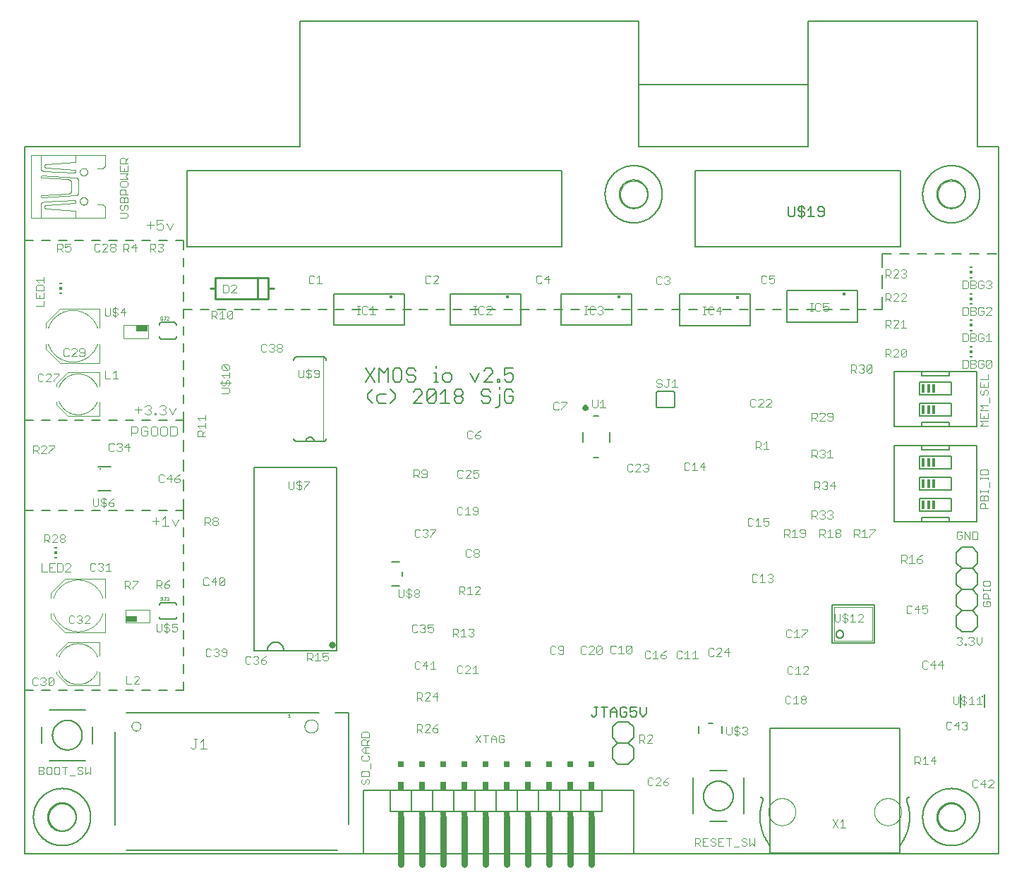
<source format=gto>
G75*
%MOIN*%
%OFA0B0*%
%FSLAX25Y25*%
%IPPOS*%
%LPD*%
%AMOC8*
5,1,8,0,0,1.08239X$1,22.5*
%
%ADD10C,0.00500*%
%ADD11C,0.00300*%
%ADD12C,0.00600*%
%ADD13C,0.00400*%
%ADD14C,0.00800*%
%ADD15C,0.01575*%
%ADD16C,0.03000*%
%ADD17R,0.03000X0.02000*%
%ADD18R,0.03000X0.04000*%
%ADD19R,0.03000X0.03000*%
%ADD20R,0.05610X0.02953*%
%ADD21R,0.01181X0.00591*%
%ADD22R,0.01181X0.01181*%
%ADD23C,0.00787*%
%ADD24C,0.03150*%
%ADD25C,0.00200*%
%ADD26C,0.00000*%
%ADD27C,0.00100*%
%ADD28R,0.01500X0.04000*%
%ADD29C,0.01000*%
D10*
X0005154Y0017914D02*
X0005154Y0352560D01*
X0135154Y0352560D01*
X0135154Y0411615D01*
X0295154Y0411615D01*
X0295154Y0352560D01*
X0375154Y0352560D01*
X0375154Y0411615D01*
X0455154Y0411615D01*
X0455154Y0352560D01*
X0465154Y0352560D01*
X0465154Y0017914D01*
X0005154Y0017914D01*
X0047786Y0031619D02*
X0047786Y0075674D01*
X0053101Y0084689D02*
X0144085Y0084689D01*
X0151801Y0084689D02*
X0158022Y0084689D01*
X0158022Y0032012D01*
X0152786Y0019729D02*
X0053022Y0019729D01*
X0272604Y0083615D02*
X0273354Y0082864D01*
X0274105Y0082864D01*
X0274856Y0083615D01*
X0274856Y0087368D01*
X0275606Y0087368D02*
X0274105Y0087368D01*
X0277208Y0087368D02*
X0280210Y0087368D01*
X0278709Y0087368D02*
X0278709Y0082864D01*
X0281812Y0082864D02*
X0281812Y0085866D01*
X0283313Y0087368D01*
X0284814Y0085866D01*
X0284814Y0082864D01*
X0286416Y0083615D02*
X0287166Y0082864D01*
X0288667Y0082864D01*
X0289418Y0083615D01*
X0289418Y0085116D01*
X0287917Y0085116D01*
X0289418Y0086617D02*
X0288667Y0087368D01*
X0287166Y0087368D01*
X0286416Y0086617D01*
X0286416Y0083615D01*
X0284814Y0085116D02*
X0281812Y0085116D01*
X0291020Y0085116D02*
X0292521Y0085866D01*
X0293271Y0085866D01*
X0294022Y0085116D01*
X0294022Y0083615D01*
X0293271Y0082864D01*
X0291770Y0082864D01*
X0291020Y0083615D01*
X0291020Y0085116D02*
X0291020Y0087368D01*
X0294022Y0087368D01*
X0295623Y0087368D02*
X0295623Y0084365D01*
X0297125Y0082864D01*
X0298626Y0084365D01*
X0298626Y0087368D01*
X0269755Y0228938D02*
X0269757Y0228959D01*
X0269763Y0228978D01*
X0269772Y0228997D01*
X0269784Y0229013D01*
X0269800Y0229027D01*
X0269817Y0229038D01*
X0269836Y0229046D01*
X0269857Y0229050D01*
X0269877Y0229050D01*
X0269898Y0229046D01*
X0269917Y0229038D01*
X0269934Y0229027D01*
X0269950Y0229013D01*
X0269962Y0228997D01*
X0269971Y0228978D01*
X0269977Y0228959D01*
X0269979Y0228938D01*
X0269977Y0228917D01*
X0269971Y0228898D01*
X0269962Y0228879D01*
X0269950Y0228863D01*
X0269934Y0228849D01*
X0269917Y0228838D01*
X0269898Y0228830D01*
X0269877Y0228826D01*
X0269857Y0228826D01*
X0269836Y0228830D01*
X0269817Y0228838D01*
X0269800Y0228849D01*
X0269784Y0228863D01*
X0269772Y0228879D01*
X0269763Y0228898D01*
X0269757Y0228917D01*
X0269755Y0228938D01*
X0269294Y0228938D02*
X0269296Y0228985D01*
X0269302Y0229032D01*
X0269312Y0229079D01*
X0269325Y0229124D01*
X0269342Y0229168D01*
X0269363Y0229211D01*
X0269387Y0229251D01*
X0269415Y0229290D01*
X0269445Y0229326D01*
X0269479Y0229360D01*
X0269515Y0229390D01*
X0269554Y0229418D01*
X0269594Y0229442D01*
X0269637Y0229463D01*
X0269681Y0229480D01*
X0269726Y0229493D01*
X0269773Y0229503D01*
X0269820Y0229509D01*
X0269867Y0229511D01*
X0269914Y0229509D01*
X0269961Y0229503D01*
X0270008Y0229493D01*
X0270053Y0229480D01*
X0270097Y0229463D01*
X0270140Y0229442D01*
X0270180Y0229418D01*
X0270219Y0229390D01*
X0270255Y0229360D01*
X0270289Y0229326D01*
X0270319Y0229290D01*
X0270347Y0229251D01*
X0270371Y0229211D01*
X0270392Y0229168D01*
X0270409Y0229124D01*
X0270422Y0229079D01*
X0270432Y0229032D01*
X0270438Y0228985D01*
X0270440Y0228938D01*
X0270438Y0228891D01*
X0270432Y0228844D01*
X0270422Y0228797D01*
X0270409Y0228752D01*
X0270392Y0228708D01*
X0270371Y0228665D01*
X0270347Y0228625D01*
X0270319Y0228586D01*
X0270289Y0228550D01*
X0270255Y0228516D01*
X0270219Y0228486D01*
X0270180Y0228458D01*
X0270140Y0228434D01*
X0270097Y0228413D01*
X0270053Y0228396D01*
X0270008Y0228383D01*
X0269961Y0228373D01*
X0269914Y0228367D01*
X0269867Y0228365D01*
X0269820Y0228367D01*
X0269773Y0228373D01*
X0269726Y0228383D01*
X0269681Y0228396D01*
X0269637Y0228413D01*
X0269594Y0228434D01*
X0269554Y0228458D01*
X0269515Y0228486D01*
X0269479Y0228516D01*
X0269445Y0228550D01*
X0269415Y0228586D01*
X0269387Y0228625D01*
X0269363Y0228665D01*
X0269342Y0228708D01*
X0269325Y0228752D01*
X0269312Y0228797D01*
X0269302Y0228844D01*
X0269296Y0228891D01*
X0269294Y0228938D01*
X0268823Y0228938D02*
X0268825Y0229002D01*
X0268831Y0229066D01*
X0268841Y0229130D01*
X0268855Y0229193D01*
X0268872Y0229254D01*
X0268893Y0229315D01*
X0268919Y0229374D01*
X0268947Y0229432D01*
X0268979Y0229488D01*
X0269015Y0229541D01*
X0269054Y0229593D01*
X0269095Y0229641D01*
X0269140Y0229688D01*
X0269188Y0229731D01*
X0269238Y0229771D01*
X0269290Y0229808D01*
X0269345Y0229842D01*
X0269402Y0229873D01*
X0269460Y0229899D01*
X0269520Y0229923D01*
X0269581Y0229942D01*
X0269644Y0229958D01*
X0269707Y0229970D01*
X0269771Y0229978D01*
X0269835Y0229982D01*
X0269899Y0229982D01*
X0269963Y0229978D01*
X0270027Y0229970D01*
X0270090Y0229958D01*
X0270153Y0229942D01*
X0270214Y0229923D01*
X0270274Y0229899D01*
X0270332Y0229873D01*
X0270389Y0229842D01*
X0270444Y0229808D01*
X0270496Y0229771D01*
X0270546Y0229731D01*
X0270594Y0229688D01*
X0270639Y0229641D01*
X0270680Y0229593D01*
X0270719Y0229541D01*
X0270755Y0229488D01*
X0270787Y0229432D01*
X0270815Y0229374D01*
X0270841Y0229315D01*
X0270862Y0229254D01*
X0270879Y0229193D01*
X0270893Y0229130D01*
X0270903Y0229066D01*
X0270909Y0229002D01*
X0270911Y0228938D01*
X0270909Y0228874D01*
X0270903Y0228810D01*
X0270893Y0228746D01*
X0270879Y0228683D01*
X0270862Y0228622D01*
X0270841Y0228561D01*
X0270815Y0228502D01*
X0270787Y0228444D01*
X0270755Y0228388D01*
X0270719Y0228335D01*
X0270680Y0228283D01*
X0270639Y0228235D01*
X0270594Y0228188D01*
X0270546Y0228145D01*
X0270496Y0228105D01*
X0270444Y0228068D01*
X0270389Y0228034D01*
X0270332Y0228003D01*
X0270274Y0227977D01*
X0270214Y0227953D01*
X0270153Y0227934D01*
X0270090Y0227918D01*
X0270027Y0227906D01*
X0269963Y0227898D01*
X0269899Y0227894D01*
X0269835Y0227894D01*
X0269771Y0227898D01*
X0269707Y0227906D01*
X0269644Y0227918D01*
X0269581Y0227934D01*
X0269520Y0227953D01*
X0269460Y0227977D01*
X0269402Y0228003D01*
X0269345Y0228034D01*
X0269290Y0228068D01*
X0269238Y0228105D01*
X0269188Y0228145D01*
X0269140Y0228188D01*
X0269095Y0228235D01*
X0269054Y0228283D01*
X0269015Y0228335D01*
X0268979Y0228388D01*
X0268947Y0228444D01*
X0268919Y0228502D01*
X0268893Y0228561D01*
X0268872Y0228622D01*
X0268855Y0228683D01*
X0268841Y0228746D01*
X0268831Y0228810D01*
X0268825Y0228874D01*
X0268823Y0228938D01*
X0258654Y0304914D02*
X0081654Y0304914D01*
X0081654Y0341214D01*
X0258654Y0341214D01*
X0258654Y0304914D01*
X0321704Y0304914D02*
X0321704Y0341214D01*
X0418604Y0341214D01*
X0418604Y0304914D01*
X0321704Y0304914D01*
X0365738Y0320165D02*
X0366489Y0319414D01*
X0367990Y0319414D01*
X0368741Y0320165D01*
X0368741Y0323918D01*
X0370342Y0323167D02*
X0371093Y0323918D01*
X0372594Y0323918D01*
X0373345Y0323167D01*
X0372594Y0321666D02*
X0371093Y0321666D01*
X0370342Y0322416D01*
X0370342Y0323167D01*
X0371843Y0324668D02*
X0371843Y0318663D01*
X0371093Y0319414D02*
X0372594Y0319414D01*
X0373345Y0320165D01*
X0373345Y0320915D01*
X0372594Y0321666D01*
X0374946Y0322416D02*
X0376447Y0323918D01*
X0376447Y0319414D01*
X0374946Y0319414D02*
X0377948Y0319414D01*
X0379550Y0320165D02*
X0380300Y0319414D01*
X0381802Y0319414D01*
X0382552Y0320165D01*
X0382552Y0323167D01*
X0381802Y0323918D01*
X0380300Y0323918D01*
X0379550Y0323167D01*
X0379550Y0322416D01*
X0380300Y0321666D01*
X0382552Y0321666D01*
X0371093Y0319414D02*
X0370342Y0320165D01*
X0365738Y0320165D02*
X0365738Y0323918D01*
X0375075Y0381693D02*
X0375075Y0411693D01*
X0455075Y0411693D01*
X0455075Y0381693D01*
X0375075Y0381693D02*
X0295075Y0381693D01*
X0295075Y0411693D01*
X0135075Y0411693D01*
X0135075Y0381693D01*
D11*
X0053754Y0346953D02*
X0052519Y0345718D01*
X0052519Y0346335D02*
X0052519Y0344484D01*
X0053754Y0344484D02*
X0050051Y0344484D01*
X0050051Y0346335D01*
X0050668Y0346953D01*
X0051902Y0346953D01*
X0052519Y0346335D01*
X0053754Y0343270D02*
X0053754Y0340801D01*
X0050051Y0340801D01*
X0050051Y0343270D01*
X0051902Y0342035D02*
X0051902Y0340801D01*
X0053754Y0339586D02*
X0050051Y0339586D01*
X0050051Y0337118D02*
X0053754Y0337118D01*
X0052519Y0338352D01*
X0053754Y0339586D01*
X0053137Y0335903D02*
X0050668Y0335903D01*
X0050051Y0335286D01*
X0050051Y0334052D01*
X0050668Y0333434D01*
X0053137Y0333434D01*
X0053754Y0334052D01*
X0053754Y0335286D01*
X0053137Y0335903D01*
X0051902Y0332220D02*
X0052519Y0331603D01*
X0052519Y0329751D01*
X0052519Y0328537D02*
X0053137Y0328537D01*
X0053754Y0327920D01*
X0053754Y0326068D01*
X0050051Y0326068D01*
X0050051Y0327920D01*
X0050668Y0328537D01*
X0051285Y0328537D01*
X0051902Y0327920D01*
X0051902Y0326068D01*
X0052519Y0324854D02*
X0051902Y0324237D01*
X0051902Y0323002D01*
X0051285Y0322385D01*
X0050668Y0322385D01*
X0050051Y0323002D01*
X0050051Y0324237D01*
X0050668Y0324854D01*
X0052519Y0324854D02*
X0053137Y0324854D01*
X0053754Y0324237D01*
X0053754Y0323002D01*
X0053137Y0322385D01*
X0053137Y0321171D02*
X0050051Y0321171D01*
X0050051Y0318702D02*
X0053137Y0318702D01*
X0053754Y0319319D01*
X0053754Y0320553D01*
X0053137Y0321171D01*
X0051902Y0327920D02*
X0052519Y0328537D01*
X0053754Y0329751D02*
X0050051Y0329751D01*
X0050051Y0331603D01*
X0050668Y0332220D01*
X0051902Y0332220D01*
X0051688Y0306517D02*
X0053539Y0306517D01*
X0054156Y0305900D01*
X0054156Y0304665D01*
X0053539Y0304048D01*
X0051688Y0304048D01*
X0052922Y0304048D02*
X0054156Y0302814D01*
X0055371Y0304665D02*
X0057839Y0304665D01*
X0057222Y0302814D02*
X0057222Y0306517D01*
X0055371Y0304665D01*
X0051688Y0302814D02*
X0051688Y0306517D01*
X0047839Y0305900D02*
X0047839Y0305283D01*
X0047222Y0304665D01*
X0045988Y0304665D01*
X0045371Y0305283D01*
X0045371Y0305900D01*
X0045988Y0306517D01*
X0047222Y0306517D01*
X0047839Y0305900D01*
X0047222Y0304665D02*
X0047839Y0304048D01*
X0047839Y0303431D01*
X0047222Y0302814D01*
X0045988Y0302814D01*
X0045371Y0303431D01*
X0045371Y0304048D01*
X0045988Y0304665D01*
X0044156Y0305283D02*
X0044156Y0305900D01*
X0043539Y0306517D01*
X0042305Y0306517D01*
X0041688Y0305900D01*
X0040473Y0305900D02*
X0039856Y0306517D01*
X0038622Y0306517D01*
X0038004Y0305900D01*
X0038004Y0303431D01*
X0038622Y0302814D01*
X0039856Y0302814D01*
X0040473Y0303431D01*
X0041688Y0302814D02*
X0044156Y0305283D01*
X0044156Y0302814D02*
X0041688Y0302814D01*
X0026589Y0303431D02*
X0025972Y0302814D01*
X0024738Y0302814D01*
X0024121Y0303431D01*
X0024121Y0304665D02*
X0025355Y0305283D01*
X0025972Y0305283D01*
X0026589Y0304665D01*
X0026589Y0303431D01*
X0024121Y0304665D02*
X0024121Y0306517D01*
X0026589Y0306517D01*
X0022906Y0305900D02*
X0022906Y0304665D01*
X0022289Y0304048D01*
X0020438Y0304048D01*
X0021672Y0304048D02*
X0022906Y0302814D01*
X0020438Y0302814D02*
X0020438Y0306517D01*
X0022289Y0306517D01*
X0022906Y0305900D01*
X0014004Y0290599D02*
X0014004Y0288131D01*
X0014004Y0289365D02*
X0010301Y0289365D01*
X0011535Y0288131D01*
X0010918Y0286916D02*
X0010301Y0286299D01*
X0010301Y0284448D01*
X0014004Y0284448D01*
X0014004Y0286299D01*
X0013387Y0286916D01*
X0010918Y0286916D01*
X0010301Y0283233D02*
X0010301Y0280764D01*
X0014004Y0280764D01*
X0014004Y0283233D01*
X0012152Y0281999D02*
X0012152Y0280764D01*
X0014004Y0279550D02*
X0014004Y0277081D01*
X0010301Y0277081D01*
X0024031Y0256954D02*
X0023414Y0256337D01*
X0023414Y0253868D01*
X0024031Y0253251D01*
X0025266Y0253251D01*
X0025883Y0253868D01*
X0027097Y0253251D02*
X0029566Y0255720D01*
X0029566Y0256337D01*
X0028949Y0256954D01*
X0027714Y0256954D01*
X0027097Y0256337D01*
X0025883Y0256337D02*
X0025266Y0256954D01*
X0024031Y0256954D01*
X0027097Y0253251D02*
X0029566Y0253251D01*
X0030780Y0253868D02*
X0031398Y0253251D01*
X0032632Y0253251D01*
X0033249Y0253868D01*
X0033249Y0256337D01*
X0032632Y0256954D01*
X0031398Y0256954D01*
X0030780Y0256337D01*
X0030780Y0255720D01*
X0031398Y0255102D01*
X0033249Y0255102D01*
X0042938Y0246517D02*
X0042938Y0242814D01*
X0045406Y0242814D01*
X0046621Y0242814D02*
X0049089Y0242814D01*
X0047855Y0242814D02*
X0047855Y0246517D01*
X0046621Y0245283D01*
X0021153Y0245094D02*
X0021153Y0244477D01*
X0018684Y0242008D01*
X0018684Y0241391D01*
X0017470Y0241391D02*
X0015001Y0241391D01*
X0017470Y0243859D01*
X0017470Y0244477D01*
X0016852Y0245094D01*
X0015618Y0245094D01*
X0015001Y0244477D01*
X0013786Y0244477D02*
X0013169Y0245094D01*
X0011935Y0245094D01*
X0011318Y0244477D01*
X0011318Y0242008D01*
X0011935Y0241391D01*
X0013169Y0241391D01*
X0013786Y0242008D01*
X0018684Y0245094D02*
X0021153Y0245094D01*
X0043486Y0272298D02*
X0044720Y0272298D01*
X0045337Y0272915D01*
X0045337Y0276001D01*
X0046552Y0275384D02*
X0047169Y0276001D01*
X0048403Y0276001D01*
X0049020Y0275384D01*
X0048403Y0274149D02*
X0047169Y0274149D01*
X0046552Y0274767D01*
X0046552Y0275384D01*
X0047786Y0276618D02*
X0047786Y0271681D01*
X0048403Y0272298D02*
X0049020Y0272915D01*
X0049020Y0273532D01*
X0048403Y0274149D01*
X0050235Y0274149D02*
X0052703Y0274149D01*
X0052086Y0272298D02*
X0052086Y0276001D01*
X0050235Y0274149D01*
X0048403Y0272298D02*
X0047169Y0272298D01*
X0046552Y0272915D01*
X0043486Y0272298D02*
X0042868Y0272915D01*
X0042868Y0276001D01*
X0064188Y0302814D02*
X0064188Y0306517D01*
X0066039Y0306517D01*
X0066656Y0305900D01*
X0066656Y0304665D01*
X0066039Y0304048D01*
X0064188Y0304048D01*
X0065422Y0304048D02*
X0066656Y0302814D01*
X0067871Y0303431D02*
X0068488Y0302814D01*
X0069722Y0302814D01*
X0070339Y0303431D01*
X0070339Y0304048D01*
X0069722Y0304665D01*
X0069105Y0304665D01*
X0069722Y0304665D02*
X0070339Y0305283D01*
X0070339Y0305900D01*
X0069722Y0306517D01*
X0068488Y0306517D01*
X0067871Y0305900D01*
X0098804Y0287017D02*
X0098804Y0283314D01*
X0100655Y0283314D01*
X0101273Y0283931D01*
X0101273Y0286400D01*
X0100655Y0287017D01*
X0098804Y0287017D01*
X0102487Y0286400D02*
X0103104Y0287017D01*
X0104339Y0287017D01*
X0104956Y0286400D01*
X0104956Y0285783D01*
X0102487Y0283314D01*
X0104956Y0283314D01*
X0102522Y0274767D02*
X0103139Y0274150D01*
X0100670Y0271681D01*
X0101287Y0271064D01*
X0102522Y0271064D01*
X0103139Y0271681D01*
X0103139Y0274150D01*
X0102522Y0274767D02*
X0101287Y0274767D01*
X0100670Y0274150D01*
X0100670Y0271681D01*
X0099456Y0271064D02*
X0096987Y0271064D01*
X0095773Y0271064D02*
X0094538Y0272298D01*
X0095155Y0272298D02*
X0093304Y0272298D01*
X0093304Y0271064D02*
X0093304Y0274767D01*
X0095155Y0274767D01*
X0095773Y0274150D01*
X0095773Y0272915D01*
X0095155Y0272298D01*
X0096987Y0273533D02*
X0098221Y0274767D01*
X0098221Y0271064D01*
X0116754Y0258400D02*
X0116754Y0255931D01*
X0117372Y0255314D01*
X0118606Y0255314D01*
X0119223Y0255931D01*
X0120438Y0255931D02*
X0121055Y0255314D01*
X0122289Y0255314D01*
X0122906Y0255931D01*
X0122906Y0256548D01*
X0122289Y0257165D01*
X0121672Y0257165D01*
X0122289Y0257165D02*
X0122906Y0257783D01*
X0122906Y0258400D01*
X0122289Y0259017D01*
X0121055Y0259017D01*
X0120438Y0258400D01*
X0119223Y0258400D02*
X0118606Y0259017D01*
X0117372Y0259017D01*
X0116754Y0258400D01*
X0124121Y0258400D02*
X0124121Y0257783D01*
X0124738Y0257165D01*
X0125972Y0257165D01*
X0126589Y0256548D01*
X0126589Y0255931D01*
X0125972Y0255314D01*
X0124738Y0255314D01*
X0124121Y0255931D01*
X0124121Y0256548D01*
X0124738Y0257165D01*
X0125972Y0257165D02*
X0126589Y0257783D01*
X0126589Y0258400D01*
X0125972Y0259017D01*
X0124738Y0259017D01*
X0124121Y0258400D01*
X0101754Y0248732D02*
X0101754Y0247498D01*
X0101137Y0246881D01*
X0098668Y0249349D01*
X0101137Y0249349D01*
X0101754Y0248732D01*
X0101137Y0246881D02*
X0098668Y0246881D01*
X0098051Y0247498D01*
X0098051Y0248732D01*
X0098668Y0249349D01*
X0101754Y0245666D02*
X0101754Y0243198D01*
X0101754Y0244432D02*
X0098051Y0244432D01*
X0099285Y0243198D01*
X0098668Y0241983D02*
X0098051Y0241366D01*
X0098051Y0240132D01*
X0098668Y0239514D01*
X0099285Y0239514D01*
X0099902Y0240132D01*
X0099902Y0241366D01*
X0100519Y0241983D01*
X0101137Y0241983D01*
X0101754Y0241366D01*
X0101754Y0240132D01*
X0101137Y0239514D01*
X0101137Y0238300D02*
X0098051Y0238300D01*
X0098051Y0235831D02*
X0101137Y0235831D01*
X0101754Y0236448D01*
X0101754Y0237683D01*
X0101137Y0238300D01*
X0102371Y0240749D02*
X0097433Y0240749D01*
X0090254Y0225399D02*
X0090254Y0222930D01*
X0090254Y0221716D02*
X0090254Y0219247D01*
X0090254Y0218033D02*
X0089019Y0216798D01*
X0089019Y0217415D02*
X0089019Y0215564D01*
X0090254Y0215564D02*
X0086551Y0215564D01*
X0086551Y0217415D01*
X0087168Y0218033D01*
X0088402Y0218033D01*
X0089019Y0217415D01*
X0087785Y0219247D02*
X0086551Y0220481D01*
X0090254Y0220481D01*
X0087785Y0222930D02*
X0086551Y0224165D01*
X0090254Y0224165D01*
X0078264Y0197392D02*
X0077029Y0196775D01*
X0075795Y0195540D01*
X0077647Y0195540D01*
X0078264Y0194923D01*
X0078264Y0194306D01*
X0077647Y0193689D01*
X0076412Y0193689D01*
X0075795Y0194306D01*
X0075795Y0195540D01*
X0074581Y0195540D02*
X0072112Y0195540D01*
X0073964Y0197392D01*
X0073964Y0193689D01*
X0070898Y0194306D02*
X0070280Y0193689D01*
X0069046Y0193689D01*
X0068429Y0194306D01*
X0068429Y0196775D01*
X0069046Y0197392D01*
X0070280Y0197392D01*
X0070898Y0196775D01*
X0054015Y0208517D02*
X0054015Y0212220D01*
X0052163Y0210368D01*
X0054632Y0210368D01*
X0050949Y0209751D02*
X0050949Y0209134D01*
X0050332Y0208517D01*
X0049097Y0208517D01*
X0048480Y0209134D01*
X0047266Y0209134D02*
X0046648Y0208517D01*
X0045414Y0208517D01*
X0044797Y0209134D01*
X0044797Y0211603D01*
X0045414Y0212220D01*
X0046648Y0212220D01*
X0047266Y0211603D01*
X0048480Y0211603D02*
X0049097Y0212220D01*
X0050332Y0212220D01*
X0050949Y0211603D01*
X0050949Y0210985D01*
X0050332Y0210368D01*
X0050949Y0209751D01*
X0050332Y0210368D02*
X0049714Y0210368D01*
X0018889Y0210525D02*
X0016420Y0208056D01*
X0016420Y0207439D01*
X0015206Y0207439D02*
X0012737Y0207439D01*
X0015206Y0209908D01*
X0015206Y0210525D01*
X0014589Y0211142D01*
X0013354Y0211142D01*
X0012737Y0210525D01*
X0011523Y0210525D02*
X0011523Y0209290D01*
X0010905Y0208673D01*
X0009054Y0208673D01*
X0009054Y0207439D02*
X0009054Y0211142D01*
X0010905Y0211142D01*
X0011523Y0210525D01*
X0010288Y0208673D02*
X0011523Y0207439D01*
X0016420Y0211142D02*
X0018889Y0211142D01*
X0018889Y0210525D01*
X0018555Y0169017D02*
X0017938Y0168400D01*
X0018555Y0169017D02*
X0019789Y0169017D01*
X0020406Y0168400D01*
X0020406Y0167783D01*
X0017938Y0165314D01*
X0020406Y0165314D01*
X0021621Y0165931D02*
X0021621Y0166548D01*
X0022238Y0167165D01*
X0023472Y0167165D01*
X0024089Y0166548D01*
X0024089Y0165931D01*
X0023472Y0165314D01*
X0022238Y0165314D01*
X0021621Y0165931D01*
X0022238Y0167165D02*
X0021621Y0167783D01*
X0021621Y0168400D01*
X0022238Y0169017D01*
X0023472Y0169017D01*
X0024089Y0168400D01*
X0024089Y0167783D01*
X0023472Y0167165D01*
X0016723Y0167165D02*
X0016106Y0166548D01*
X0014254Y0166548D01*
X0014254Y0165314D02*
X0014254Y0169017D01*
X0016106Y0169017D01*
X0016723Y0168400D01*
X0016723Y0167165D01*
X0015489Y0166548D02*
X0016723Y0165314D01*
X0016754Y0155267D02*
X0016754Y0151564D01*
X0019223Y0151564D01*
X0020438Y0151564D02*
X0022289Y0151564D01*
X0022906Y0152181D01*
X0022906Y0154650D01*
X0022289Y0155267D01*
X0020438Y0155267D01*
X0020438Y0151564D01*
X0017989Y0153415D02*
X0016754Y0153415D01*
X0016754Y0155267D02*
X0019223Y0155267D01*
X0024121Y0154650D02*
X0024738Y0155267D01*
X0025972Y0155267D01*
X0026589Y0154650D01*
X0026589Y0154033D01*
X0024121Y0151564D01*
X0026589Y0151564D01*
X0035929Y0152431D02*
X0036546Y0151814D01*
X0037780Y0151814D01*
X0038398Y0152431D01*
X0039612Y0152431D02*
X0040229Y0151814D01*
X0041464Y0151814D01*
X0042081Y0152431D01*
X0042081Y0153048D01*
X0041464Y0153665D01*
X0040846Y0153665D01*
X0041464Y0153665D02*
X0042081Y0154283D01*
X0042081Y0154900D01*
X0041464Y0155517D01*
X0040229Y0155517D01*
X0039612Y0154900D01*
X0038398Y0154900D02*
X0037780Y0155517D01*
X0036546Y0155517D01*
X0035929Y0154900D01*
X0035929Y0152431D01*
X0043295Y0151814D02*
X0045764Y0151814D01*
X0044529Y0151814D02*
X0044529Y0155517D01*
X0043295Y0154283D01*
X0052313Y0147142D02*
X0054164Y0147142D01*
X0054781Y0146525D01*
X0054781Y0145290D01*
X0054164Y0144673D01*
X0052313Y0144673D01*
X0053547Y0144673D02*
X0054781Y0143439D01*
X0055996Y0143439D02*
X0055996Y0144056D01*
X0058464Y0146525D01*
X0058464Y0147142D01*
X0055996Y0147142D01*
X0052313Y0147142D02*
X0052313Y0143439D01*
X0067179Y0143689D02*
X0067179Y0147392D01*
X0069030Y0147392D01*
X0069648Y0146775D01*
X0069648Y0145540D01*
X0069030Y0144923D01*
X0067179Y0144923D01*
X0068413Y0144923D02*
X0069648Y0143689D01*
X0070862Y0144306D02*
X0071479Y0143689D01*
X0072714Y0143689D01*
X0073331Y0144306D01*
X0073331Y0144923D01*
X0072714Y0145540D01*
X0070862Y0145540D01*
X0070862Y0144306D01*
X0070862Y0145540D02*
X0072096Y0146775D01*
X0073331Y0147392D01*
X0089504Y0148025D02*
X0089504Y0145556D01*
X0090122Y0144939D01*
X0091356Y0144939D01*
X0091973Y0145556D01*
X0093188Y0146790D02*
X0095656Y0146790D01*
X0096871Y0145556D02*
X0099339Y0148025D01*
X0099339Y0145556D01*
X0098722Y0144939D01*
X0097488Y0144939D01*
X0096871Y0145556D01*
X0096871Y0148025D01*
X0097488Y0148642D01*
X0098722Y0148642D01*
X0099339Y0148025D01*
X0095039Y0148642D02*
X0093188Y0146790D01*
X0091973Y0148025D02*
X0091356Y0148642D01*
X0090122Y0148642D01*
X0089504Y0148025D01*
X0095039Y0148642D02*
X0095039Y0144939D01*
X0077014Y0126767D02*
X0074545Y0126767D01*
X0074545Y0124915D01*
X0075779Y0125533D01*
X0076397Y0125533D01*
X0077014Y0124915D01*
X0077014Y0123681D01*
X0076397Y0123064D01*
X0075162Y0123064D01*
X0074545Y0123681D01*
X0073331Y0123681D02*
X0073331Y0124298D01*
X0072714Y0124915D01*
X0071479Y0124915D01*
X0070862Y0125533D01*
X0070862Y0126150D01*
X0071479Y0126767D01*
X0072714Y0126767D01*
X0073331Y0126150D01*
X0072096Y0127384D02*
X0072096Y0122447D01*
X0071479Y0123064D02*
X0072714Y0123064D01*
X0073331Y0123681D01*
X0071479Y0123064D02*
X0070862Y0123681D01*
X0069648Y0123681D02*
X0069648Y0126767D01*
X0067179Y0126767D02*
X0067179Y0123681D01*
X0067796Y0123064D01*
X0069030Y0123064D01*
X0069648Y0123681D01*
X0090554Y0114525D02*
X0090554Y0112056D01*
X0091171Y0111439D01*
X0092405Y0111439D01*
X0093023Y0112056D01*
X0094237Y0112056D02*
X0094854Y0111439D01*
X0096089Y0111439D01*
X0096706Y0112056D01*
X0096706Y0112673D01*
X0096089Y0113290D01*
X0095471Y0113290D01*
X0096089Y0113290D02*
X0096706Y0113908D01*
X0096706Y0114525D01*
X0096089Y0115142D01*
X0094854Y0115142D01*
X0094237Y0114525D01*
X0093023Y0114525D02*
X0092405Y0115142D01*
X0091171Y0115142D01*
X0090554Y0114525D01*
X0097920Y0114525D02*
X0097920Y0113908D01*
X0098537Y0113290D01*
X0100389Y0113290D01*
X0100389Y0112056D02*
X0100389Y0114525D01*
X0099772Y0115142D01*
X0098537Y0115142D01*
X0097920Y0114525D01*
X0097920Y0112056D02*
X0098537Y0111439D01*
X0099772Y0111439D01*
X0100389Y0112056D01*
X0109254Y0110900D02*
X0109254Y0108431D01*
X0109872Y0107814D01*
X0111106Y0107814D01*
X0111723Y0108431D01*
X0112938Y0108431D02*
X0113555Y0107814D01*
X0114789Y0107814D01*
X0115406Y0108431D01*
X0115406Y0109048D01*
X0114789Y0109665D01*
X0114172Y0109665D01*
X0114789Y0109665D02*
X0115406Y0110283D01*
X0115406Y0110900D01*
X0114789Y0111517D01*
X0113555Y0111517D01*
X0112938Y0110900D01*
X0111723Y0110900D02*
X0111106Y0111517D01*
X0109872Y0111517D01*
X0109254Y0110900D01*
X0116621Y0109665D02*
X0118472Y0109665D01*
X0119089Y0109048D01*
X0119089Y0108431D01*
X0118472Y0107814D01*
X0117238Y0107814D01*
X0116621Y0108431D01*
X0116621Y0109665D01*
X0117855Y0110900D01*
X0119089Y0111517D01*
X0138429Y0110548D02*
X0140280Y0110548D01*
X0140898Y0111165D01*
X0140898Y0112400D01*
X0140280Y0113017D01*
X0138429Y0113017D01*
X0138429Y0109314D01*
X0139663Y0110548D02*
X0140898Y0109314D01*
X0142112Y0109314D02*
X0144581Y0109314D01*
X0143346Y0109314D02*
X0143346Y0113017D01*
X0142112Y0111783D01*
X0145795Y0111165D02*
X0147029Y0111783D01*
X0147647Y0111783D01*
X0148264Y0111165D01*
X0148264Y0109931D01*
X0147647Y0109314D01*
X0146412Y0109314D01*
X0145795Y0109931D01*
X0145795Y0111165D02*
X0145795Y0113017D01*
X0148264Y0113017D01*
X0181554Y0139931D02*
X0181554Y0143017D01*
X0184023Y0143017D02*
X0184023Y0139931D01*
X0183405Y0139314D01*
X0182171Y0139314D01*
X0181554Y0139931D01*
X0185237Y0139931D02*
X0185854Y0139314D01*
X0187089Y0139314D01*
X0187706Y0139931D01*
X0187706Y0140548D01*
X0187089Y0141165D01*
X0185854Y0141165D01*
X0185237Y0141783D01*
X0185237Y0142400D01*
X0185854Y0143017D01*
X0187089Y0143017D01*
X0187706Y0142400D01*
X0188920Y0142400D02*
X0188920Y0141783D01*
X0189537Y0141165D01*
X0190772Y0141165D01*
X0191389Y0140548D01*
X0191389Y0139931D01*
X0190772Y0139314D01*
X0189537Y0139314D01*
X0188920Y0139931D01*
X0188920Y0140548D01*
X0189537Y0141165D01*
X0190772Y0141165D02*
X0191389Y0141783D01*
X0191389Y0142400D01*
X0190772Y0143017D01*
X0189537Y0143017D01*
X0188920Y0142400D01*
X0186471Y0143634D02*
X0186471Y0138697D01*
X0188622Y0126517D02*
X0188004Y0125900D01*
X0188004Y0123431D01*
X0188622Y0122814D01*
X0189856Y0122814D01*
X0190473Y0123431D01*
X0191688Y0123431D02*
X0192305Y0122814D01*
X0193539Y0122814D01*
X0194156Y0123431D01*
X0194156Y0124048D01*
X0193539Y0124665D01*
X0192922Y0124665D01*
X0193539Y0124665D02*
X0194156Y0125283D01*
X0194156Y0125900D01*
X0193539Y0126517D01*
X0192305Y0126517D01*
X0191688Y0125900D01*
X0190473Y0125900D02*
X0189856Y0126517D01*
X0188622Y0126517D01*
X0195371Y0126517D02*
X0195371Y0124665D01*
X0196605Y0125283D01*
X0197222Y0125283D01*
X0197839Y0124665D01*
X0197839Y0123431D01*
X0197222Y0122814D01*
X0195988Y0122814D01*
X0195371Y0123431D01*
X0195371Y0126517D02*
X0197839Y0126517D01*
X0207254Y0124517D02*
X0207254Y0120814D01*
X0207254Y0122048D02*
X0209106Y0122048D01*
X0209723Y0122665D01*
X0209723Y0123900D01*
X0209106Y0124517D01*
X0207254Y0124517D01*
X0208489Y0122048D02*
X0209723Y0120814D01*
X0210938Y0120814D02*
X0213406Y0120814D01*
X0212172Y0120814D02*
X0212172Y0124517D01*
X0210938Y0123283D01*
X0214621Y0123900D02*
X0215238Y0124517D01*
X0216472Y0124517D01*
X0217089Y0123900D01*
X0217089Y0123283D01*
X0216472Y0122665D01*
X0217089Y0122048D01*
X0217089Y0121431D01*
X0216472Y0120814D01*
X0215238Y0120814D01*
X0214621Y0121431D01*
X0215855Y0122665D02*
X0216472Y0122665D01*
X0217855Y0107017D02*
X0217855Y0103314D01*
X0216621Y0103314D02*
X0219089Y0103314D01*
X0216621Y0105783D02*
X0217855Y0107017D01*
X0215406Y0106400D02*
X0214789Y0107017D01*
X0213555Y0107017D01*
X0212938Y0106400D01*
X0211723Y0106400D02*
X0211106Y0107017D01*
X0209872Y0107017D01*
X0209254Y0106400D01*
X0209254Y0103931D01*
X0209872Y0103314D01*
X0211106Y0103314D01*
X0211723Y0103931D01*
X0212938Y0103314D02*
X0215406Y0105783D01*
X0215406Y0106400D01*
X0215406Y0103314D02*
X0212938Y0103314D01*
X0199089Y0105314D02*
X0196621Y0105314D01*
X0197855Y0105314D02*
X0197855Y0109017D01*
X0196621Y0107783D01*
X0195406Y0107165D02*
X0192938Y0107165D01*
X0194789Y0109017D01*
X0194789Y0105314D01*
X0191723Y0105931D02*
X0191106Y0105314D01*
X0189872Y0105314D01*
X0189254Y0105931D01*
X0189254Y0108400D01*
X0189872Y0109017D01*
X0191106Y0109017D01*
X0191723Y0108400D01*
X0192155Y0094267D02*
X0192773Y0093650D01*
X0192773Y0092415D01*
X0192155Y0091798D01*
X0190304Y0091798D01*
X0190304Y0090564D02*
X0190304Y0094267D01*
X0192155Y0094267D01*
X0193987Y0093650D02*
X0194604Y0094267D01*
X0195839Y0094267D01*
X0196456Y0093650D01*
X0196456Y0093033D01*
X0193987Y0090564D01*
X0196456Y0090564D01*
X0197670Y0092415D02*
X0200139Y0092415D01*
X0199522Y0090564D02*
X0199522Y0094267D01*
X0197670Y0092415D01*
X0192773Y0090564D02*
X0191538Y0091798D01*
X0192155Y0079267D02*
X0192773Y0078650D01*
X0192773Y0077415D01*
X0192155Y0076798D01*
X0190304Y0076798D01*
X0190304Y0075564D02*
X0190304Y0079267D01*
X0192155Y0079267D01*
X0193987Y0078650D02*
X0194604Y0079267D01*
X0195839Y0079267D01*
X0196456Y0078650D01*
X0196456Y0078033D01*
X0193987Y0075564D01*
X0196456Y0075564D01*
X0197670Y0076181D02*
X0198287Y0075564D01*
X0199522Y0075564D01*
X0200139Y0076181D01*
X0200139Y0076798D01*
X0199522Y0077415D01*
X0197670Y0077415D01*
X0197670Y0076181D01*
X0197670Y0077415D02*
X0198904Y0078650D01*
X0200139Y0079267D01*
X0192773Y0075564D02*
X0191538Y0076798D01*
X0167754Y0074982D02*
X0167754Y0073131D01*
X0164051Y0073131D01*
X0164051Y0074982D01*
X0164668Y0075599D01*
X0167137Y0075599D01*
X0167754Y0074982D01*
X0167754Y0071916D02*
X0166519Y0070682D01*
X0166519Y0071299D02*
X0166519Y0069448D01*
X0167754Y0069448D02*
X0164051Y0069448D01*
X0164051Y0071299D01*
X0164668Y0071916D01*
X0165902Y0071916D01*
X0166519Y0071299D01*
X0165902Y0068233D02*
X0165902Y0065764D01*
X0165285Y0065764D02*
X0164051Y0066999D01*
X0165285Y0068233D01*
X0167754Y0068233D01*
X0167754Y0065764D02*
X0165285Y0065764D01*
X0164668Y0064550D02*
X0164051Y0063933D01*
X0164051Y0062698D01*
X0164668Y0062081D01*
X0167137Y0062081D01*
X0167754Y0062698D01*
X0167754Y0063933D01*
X0167137Y0064550D01*
X0168371Y0060867D02*
X0168371Y0058398D01*
X0167137Y0057184D02*
X0164668Y0057184D01*
X0164051Y0056567D01*
X0164051Y0054715D01*
X0167754Y0054715D01*
X0167754Y0056567D01*
X0167137Y0057184D01*
X0167137Y0053501D02*
X0167754Y0052883D01*
X0167754Y0051649D01*
X0167137Y0051032D01*
X0165902Y0051649D02*
X0165902Y0052883D01*
X0166519Y0053501D01*
X0167137Y0053501D01*
X0165902Y0051649D02*
X0165285Y0051032D01*
X0164668Y0051032D01*
X0164051Y0051649D01*
X0164051Y0052883D01*
X0164668Y0053501D01*
X0253304Y0113181D02*
X0253921Y0112564D01*
X0255155Y0112564D01*
X0255773Y0113181D01*
X0256987Y0113181D02*
X0257604Y0112564D01*
X0258839Y0112564D01*
X0259456Y0113181D01*
X0259456Y0115650D01*
X0258839Y0116267D01*
X0257604Y0116267D01*
X0256987Y0115650D01*
X0256987Y0115033D01*
X0257604Y0114415D01*
X0259456Y0114415D01*
X0255773Y0115650D02*
X0255155Y0116267D01*
X0253921Y0116267D01*
X0253304Y0115650D01*
X0253304Y0113181D01*
X0267804Y0113181D02*
X0268421Y0112564D01*
X0269655Y0112564D01*
X0270273Y0113181D01*
X0271487Y0112564D02*
X0273956Y0115033D01*
X0273956Y0115650D01*
X0273339Y0116267D01*
X0272104Y0116267D01*
X0271487Y0115650D01*
X0270273Y0115650D02*
X0269655Y0116267D01*
X0268421Y0116267D01*
X0267804Y0115650D01*
X0267804Y0113181D01*
X0271487Y0112564D02*
X0273956Y0112564D01*
X0275170Y0113181D02*
X0277639Y0115650D01*
X0277639Y0113181D01*
X0277022Y0112564D01*
X0275787Y0112564D01*
X0275170Y0113181D01*
X0275170Y0115650D01*
X0275787Y0116267D01*
X0277022Y0116267D01*
X0277639Y0115650D01*
X0281754Y0115900D02*
X0281754Y0113431D01*
X0282372Y0112814D01*
X0283606Y0112814D01*
X0284223Y0113431D01*
X0285438Y0112814D02*
X0287906Y0112814D01*
X0286672Y0112814D02*
X0286672Y0116517D01*
X0285438Y0115283D01*
X0284223Y0115900D02*
X0283606Y0116517D01*
X0282372Y0116517D01*
X0281754Y0115900D01*
X0289121Y0115900D02*
X0289121Y0113431D01*
X0291589Y0115900D01*
X0291589Y0113431D01*
X0290972Y0112814D01*
X0289738Y0112814D01*
X0289121Y0113431D01*
X0289121Y0115900D02*
X0289738Y0116517D01*
X0290972Y0116517D01*
X0291589Y0115900D01*
X0298004Y0113400D02*
X0298004Y0110931D01*
X0298622Y0110314D01*
X0299856Y0110314D01*
X0300473Y0110931D01*
X0301688Y0110314D02*
X0304156Y0110314D01*
X0302922Y0110314D02*
X0302922Y0114017D01*
X0301688Y0112783D01*
X0300473Y0113400D02*
X0299856Y0114017D01*
X0298622Y0114017D01*
X0298004Y0113400D01*
X0305371Y0112165D02*
X0305371Y0110931D01*
X0305988Y0110314D01*
X0307222Y0110314D01*
X0307839Y0110931D01*
X0307839Y0111548D01*
X0307222Y0112165D01*
X0305371Y0112165D01*
X0306605Y0113400D01*
X0307839Y0114017D01*
X0313004Y0113400D02*
X0313004Y0110931D01*
X0313622Y0110314D01*
X0314856Y0110314D01*
X0315473Y0110931D01*
X0316688Y0110314D02*
X0319156Y0110314D01*
X0320371Y0110314D02*
X0322839Y0110314D01*
X0321605Y0110314D02*
X0321605Y0114017D01*
X0320371Y0112783D01*
X0317922Y0114017D02*
X0317922Y0110314D01*
X0316688Y0112783D02*
X0317922Y0114017D01*
X0315473Y0113400D02*
X0314856Y0114017D01*
X0313622Y0114017D01*
X0313004Y0113400D01*
X0328004Y0112181D02*
X0328622Y0111564D01*
X0329856Y0111564D01*
X0330473Y0112181D01*
X0331688Y0111564D02*
X0334156Y0114033D01*
X0334156Y0114650D01*
X0333539Y0115267D01*
X0332305Y0115267D01*
X0331688Y0114650D01*
X0330473Y0114650D02*
X0329856Y0115267D01*
X0328622Y0115267D01*
X0328004Y0114650D01*
X0328004Y0112181D01*
X0331688Y0111564D02*
X0334156Y0111564D01*
X0335371Y0113415D02*
X0337839Y0113415D01*
X0337222Y0111564D02*
X0337222Y0115267D01*
X0335371Y0113415D01*
X0364804Y0120931D02*
X0365421Y0120314D01*
X0366655Y0120314D01*
X0367273Y0120931D01*
X0368487Y0120314D02*
X0370956Y0120314D01*
X0372170Y0120314D02*
X0372170Y0120931D01*
X0374639Y0123400D01*
X0374639Y0124017D01*
X0372170Y0124017D01*
X0369721Y0124017D02*
X0369721Y0120314D01*
X0368487Y0122783D02*
X0369721Y0124017D01*
X0367273Y0123400D02*
X0366655Y0124017D01*
X0365421Y0124017D01*
X0364804Y0123400D01*
X0364804Y0120931D01*
X0365921Y0106767D02*
X0365304Y0106150D01*
X0365304Y0103681D01*
X0365921Y0103064D01*
X0367155Y0103064D01*
X0367773Y0103681D01*
X0368987Y0103064D02*
X0371456Y0103064D01*
X0372670Y0103064D02*
X0375139Y0105533D01*
X0375139Y0106150D01*
X0374522Y0106767D01*
X0373287Y0106767D01*
X0372670Y0106150D01*
X0370221Y0106767D02*
X0370221Y0103064D01*
X0372670Y0103064D02*
X0375139Y0103064D01*
X0370221Y0106767D02*
X0368987Y0105533D01*
X0367773Y0106150D02*
X0367155Y0106767D01*
X0365921Y0106767D01*
X0366106Y0092767D02*
X0364872Y0092767D01*
X0364254Y0092150D01*
X0364254Y0089681D01*
X0364872Y0089064D01*
X0366106Y0089064D01*
X0366723Y0089681D01*
X0367938Y0089064D02*
X0370406Y0089064D01*
X0369172Y0089064D02*
X0369172Y0092767D01*
X0367938Y0091533D01*
X0366723Y0092150D02*
X0366106Y0092767D01*
X0371621Y0092150D02*
X0371621Y0091533D01*
X0372238Y0090915D01*
X0373472Y0090915D01*
X0374089Y0090298D01*
X0374089Y0089681D01*
X0373472Y0089064D01*
X0372238Y0089064D01*
X0371621Y0089681D01*
X0371621Y0090298D01*
X0372238Y0090915D01*
X0373472Y0090915D02*
X0374089Y0091533D01*
X0374089Y0092150D01*
X0373472Y0092767D01*
X0372238Y0092767D01*
X0371621Y0092150D01*
X0346339Y0077400D02*
X0346339Y0076783D01*
X0345722Y0076165D01*
X0346339Y0075548D01*
X0346339Y0074931D01*
X0345722Y0074314D01*
X0344488Y0074314D01*
X0343871Y0074931D01*
X0342656Y0074931D02*
X0342656Y0075548D01*
X0342039Y0076165D01*
X0340805Y0076165D01*
X0340188Y0076783D01*
X0340188Y0077400D01*
X0340805Y0078017D01*
X0342039Y0078017D01*
X0342656Y0077400D01*
X0343871Y0077400D02*
X0344488Y0078017D01*
X0345722Y0078017D01*
X0346339Y0077400D01*
X0345722Y0076165D02*
X0345105Y0076165D01*
X0342656Y0074931D02*
X0342039Y0074314D01*
X0340805Y0074314D01*
X0340188Y0074931D01*
X0338973Y0074931D02*
X0338973Y0078017D01*
X0336504Y0078017D02*
X0336504Y0074931D01*
X0337122Y0074314D01*
X0338356Y0074314D01*
X0338973Y0074931D01*
X0341422Y0073697D02*
X0341422Y0078634D01*
X0309089Y0054017D02*
X0307855Y0053400D01*
X0306621Y0052165D01*
X0308472Y0052165D01*
X0309089Y0051548D01*
X0309089Y0050931D01*
X0308472Y0050314D01*
X0307238Y0050314D01*
X0306621Y0050931D01*
X0306621Y0052165D01*
X0305406Y0052783D02*
X0305406Y0053400D01*
X0304789Y0054017D01*
X0303555Y0054017D01*
X0302938Y0053400D01*
X0301723Y0053400D02*
X0301106Y0054017D01*
X0299872Y0054017D01*
X0299254Y0053400D01*
X0299254Y0050931D01*
X0299872Y0050314D01*
X0301106Y0050314D01*
X0301723Y0050931D01*
X0302938Y0050314D02*
X0305406Y0052783D01*
X0305406Y0050314D02*
X0302938Y0050314D01*
X0301456Y0070564D02*
X0298987Y0070564D01*
X0301456Y0073033D01*
X0301456Y0073650D01*
X0300839Y0074267D01*
X0299604Y0074267D01*
X0298987Y0073650D01*
X0297773Y0073650D02*
X0297773Y0072415D01*
X0297155Y0071798D01*
X0295304Y0071798D01*
X0295304Y0070564D02*
X0295304Y0074267D01*
X0297155Y0074267D01*
X0297773Y0073650D01*
X0296538Y0071798D02*
X0297773Y0070564D01*
X0220089Y0140814D02*
X0217621Y0140814D01*
X0220089Y0143283D01*
X0220089Y0143900D01*
X0219472Y0144517D01*
X0218238Y0144517D01*
X0217621Y0143900D01*
X0215172Y0144517D02*
X0215172Y0140814D01*
X0213938Y0140814D02*
X0216406Y0140814D01*
X0213938Y0143283D02*
X0215172Y0144517D01*
X0212723Y0143900D02*
X0212723Y0142665D01*
X0212106Y0142048D01*
X0210254Y0142048D01*
X0210254Y0140814D02*
X0210254Y0144517D01*
X0212106Y0144517D01*
X0212723Y0143900D01*
X0211489Y0142048D02*
X0212723Y0140814D01*
X0214055Y0158314D02*
X0213438Y0158931D01*
X0213438Y0161400D01*
X0214055Y0162017D01*
X0215289Y0162017D01*
X0215906Y0161400D01*
X0217121Y0161400D02*
X0217121Y0160783D01*
X0217738Y0160165D01*
X0218972Y0160165D01*
X0219589Y0159548D01*
X0219589Y0158931D01*
X0218972Y0158314D01*
X0217738Y0158314D01*
X0217121Y0158931D01*
X0217121Y0159548D01*
X0217738Y0160165D01*
X0218972Y0160165D02*
X0219589Y0160783D01*
X0219589Y0161400D01*
X0218972Y0162017D01*
X0217738Y0162017D01*
X0217121Y0161400D01*
X0215906Y0158931D02*
X0215289Y0158314D01*
X0214055Y0158314D01*
X0199089Y0170900D02*
X0196621Y0168431D01*
X0196621Y0167814D01*
X0195406Y0168431D02*
X0194789Y0167814D01*
X0193555Y0167814D01*
X0192938Y0168431D01*
X0191723Y0168431D02*
X0191106Y0167814D01*
X0189872Y0167814D01*
X0189254Y0168431D01*
X0189254Y0170900D01*
X0189872Y0171517D01*
X0191106Y0171517D01*
X0191723Y0170900D01*
X0192938Y0170900D02*
X0193555Y0171517D01*
X0194789Y0171517D01*
X0195406Y0170900D01*
X0195406Y0170283D01*
X0194789Y0169665D01*
X0195406Y0169048D01*
X0195406Y0168431D01*
X0194789Y0169665D02*
X0194172Y0169665D01*
X0196621Y0171517D02*
X0199089Y0171517D01*
X0199089Y0170900D01*
X0209254Y0178931D02*
X0209872Y0178314D01*
X0211106Y0178314D01*
X0211723Y0178931D01*
X0212938Y0178314D02*
X0215406Y0178314D01*
X0214172Y0178314D02*
X0214172Y0182017D01*
X0212938Y0180783D01*
X0211723Y0181400D02*
X0211106Y0182017D01*
X0209872Y0182017D01*
X0209254Y0181400D01*
X0209254Y0178931D01*
X0216621Y0178931D02*
X0217238Y0178314D01*
X0218472Y0178314D01*
X0219089Y0178931D01*
X0219089Y0181400D01*
X0218472Y0182017D01*
X0217238Y0182017D01*
X0216621Y0181400D01*
X0216621Y0180783D01*
X0217238Y0180165D01*
X0219089Y0180165D01*
X0218722Y0195814D02*
X0217488Y0195814D01*
X0216871Y0196431D01*
X0216871Y0197665D02*
X0218105Y0198283D01*
X0218722Y0198283D01*
X0219339Y0197665D01*
X0219339Y0196431D01*
X0218722Y0195814D01*
X0216871Y0197665D02*
X0216871Y0199517D01*
X0219339Y0199517D01*
X0215656Y0198900D02*
X0215039Y0199517D01*
X0213805Y0199517D01*
X0213188Y0198900D01*
X0211973Y0198900D02*
X0211356Y0199517D01*
X0210122Y0199517D01*
X0209504Y0198900D01*
X0209504Y0196431D01*
X0210122Y0195814D01*
X0211356Y0195814D01*
X0211973Y0196431D01*
X0213188Y0195814D02*
X0215656Y0198283D01*
X0215656Y0198900D01*
X0215656Y0195814D02*
X0213188Y0195814D01*
X0194956Y0196556D02*
X0194956Y0199025D01*
X0194339Y0199642D01*
X0193104Y0199642D01*
X0192487Y0199025D01*
X0192487Y0198408D01*
X0193104Y0197790D01*
X0194956Y0197790D01*
X0194956Y0196556D02*
X0194339Y0195939D01*
X0193104Y0195939D01*
X0192487Y0196556D01*
X0191273Y0195939D02*
X0190038Y0197173D01*
X0190655Y0197173D02*
X0188804Y0197173D01*
X0188804Y0195939D02*
X0188804Y0199642D01*
X0190655Y0199642D01*
X0191273Y0199025D01*
X0191273Y0197790D01*
X0190655Y0197173D01*
X0214054Y0214931D02*
X0214671Y0214314D01*
X0215905Y0214314D01*
X0216523Y0214931D01*
X0217737Y0214931D02*
X0218354Y0214314D01*
X0219589Y0214314D01*
X0220206Y0214931D01*
X0220206Y0215548D01*
X0219589Y0216165D01*
X0217737Y0216165D01*
X0217737Y0214931D01*
X0217737Y0216165D02*
X0218971Y0217400D01*
X0220206Y0218017D01*
X0216523Y0217400D02*
X0215905Y0218017D01*
X0214671Y0218017D01*
X0214054Y0217400D01*
X0214054Y0214931D01*
X0254804Y0228556D02*
X0255421Y0227939D01*
X0256655Y0227939D01*
X0257273Y0228556D01*
X0258487Y0228556D02*
X0258487Y0227939D01*
X0258487Y0228556D02*
X0260956Y0231025D01*
X0260956Y0231642D01*
X0258487Y0231642D01*
X0257273Y0231025D02*
X0256655Y0231642D01*
X0255421Y0231642D01*
X0254804Y0231025D01*
X0254804Y0228556D01*
X0273054Y0229681D02*
X0273671Y0229064D01*
X0274905Y0229064D01*
X0275523Y0229681D01*
X0275523Y0232767D01*
X0276737Y0231533D02*
X0277971Y0232767D01*
X0277971Y0229064D01*
X0276737Y0229064D02*
X0279206Y0229064D01*
X0273054Y0229681D02*
X0273054Y0232767D01*
X0303439Y0239306D02*
X0304057Y0238689D01*
X0305291Y0238689D01*
X0305908Y0239306D01*
X0305908Y0239923D01*
X0305291Y0240540D01*
X0304057Y0240540D01*
X0303439Y0241158D01*
X0303439Y0241775D01*
X0304057Y0242392D01*
X0305291Y0242392D01*
X0305908Y0241775D01*
X0308357Y0242392D02*
X0309591Y0242392D01*
X0308974Y0242392D02*
X0308974Y0239306D01*
X0308357Y0238689D01*
X0307740Y0238689D01*
X0307123Y0239306D01*
X0310806Y0238689D02*
X0313274Y0238689D01*
X0312040Y0238689D02*
X0312040Y0242392D01*
X0310806Y0241158D01*
X0325488Y0272948D02*
X0326722Y0272948D01*
X0326105Y0272948D02*
X0326105Y0276651D01*
X0325488Y0276651D02*
X0326722Y0276651D01*
X0327943Y0276034D02*
X0327943Y0273565D01*
X0328561Y0272948D01*
X0329795Y0272948D01*
X0330412Y0273565D01*
X0331627Y0274800D02*
X0334095Y0274800D01*
X0333478Y0276651D02*
X0331627Y0274800D01*
X0330412Y0276034D02*
X0329795Y0276651D01*
X0328561Y0276651D01*
X0327943Y0276034D01*
X0333478Y0276651D02*
X0333478Y0272948D01*
X0352938Y0288431D02*
X0352938Y0290900D01*
X0353555Y0291517D01*
X0354789Y0291517D01*
X0355406Y0290900D01*
X0356621Y0291517D02*
X0356621Y0289665D01*
X0357855Y0290283D01*
X0358472Y0290283D01*
X0359089Y0289665D01*
X0359089Y0288431D01*
X0358472Y0287814D01*
X0357238Y0287814D01*
X0356621Y0288431D01*
X0355406Y0288431D02*
X0354789Y0287814D01*
X0353555Y0287814D01*
X0352938Y0288431D01*
X0356621Y0291517D02*
X0359089Y0291517D01*
X0375988Y0278401D02*
X0377222Y0278401D01*
X0376605Y0278401D02*
X0376605Y0274698D01*
X0375988Y0274698D02*
X0377222Y0274698D01*
X0378443Y0275315D02*
X0379061Y0274698D01*
X0380295Y0274698D01*
X0380912Y0275315D01*
X0382127Y0275315D02*
X0382744Y0274698D01*
X0383978Y0274698D01*
X0384595Y0275315D01*
X0384595Y0276550D01*
X0383978Y0277167D01*
X0383361Y0277167D01*
X0382127Y0276550D01*
X0382127Y0278401D01*
X0384595Y0278401D01*
X0380912Y0277784D02*
X0380295Y0278401D01*
X0379061Y0278401D01*
X0378443Y0277784D01*
X0378443Y0275315D01*
X0395304Y0249267D02*
X0397155Y0249267D01*
X0397773Y0248650D01*
X0397773Y0247415D01*
X0397155Y0246798D01*
X0395304Y0246798D01*
X0395304Y0245564D02*
X0395304Y0249267D01*
X0396538Y0246798D02*
X0397773Y0245564D01*
X0398987Y0246181D02*
X0399604Y0245564D01*
X0400839Y0245564D01*
X0401456Y0246181D01*
X0401456Y0246798D01*
X0400839Y0247415D01*
X0400221Y0247415D01*
X0400839Y0247415D02*
X0401456Y0248033D01*
X0401456Y0248650D01*
X0400839Y0249267D01*
X0399604Y0249267D01*
X0398987Y0248650D01*
X0402670Y0248650D02*
X0403287Y0249267D01*
X0404522Y0249267D01*
X0405139Y0248650D01*
X0402670Y0246181D01*
X0403287Y0245564D01*
X0404522Y0245564D01*
X0405139Y0246181D01*
X0405139Y0248650D01*
X0402670Y0248650D02*
X0402670Y0246181D01*
X0411554Y0253064D02*
X0411554Y0256767D01*
X0413405Y0256767D01*
X0414023Y0256150D01*
X0414023Y0254915D01*
X0413405Y0254298D01*
X0411554Y0254298D01*
X0412788Y0254298D02*
X0414023Y0253064D01*
X0415237Y0253064D02*
X0417706Y0255533D01*
X0417706Y0256150D01*
X0417089Y0256767D01*
X0415854Y0256767D01*
X0415237Y0256150D01*
X0415237Y0253064D02*
X0417706Y0253064D01*
X0418920Y0253681D02*
X0421389Y0256150D01*
X0421389Y0253681D01*
X0420772Y0253064D01*
X0419537Y0253064D01*
X0418920Y0253681D01*
X0418920Y0256150D01*
X0419537Y0256767D01*
X0420772Y0256767D01*
X0421389Y0256150D01*
X0421389Y0266814D02*
X0418920Y0266814D01*
X0417706Y0266814D02*
X0415237Y0266814D01*
X0417706Y0269283D01*
X0417706Y0269900D01*
X0417089Y0270517D01*
X0415854Y0270517D01*
X0415237Y0269900D01*
X0414023Y0269900D02*
X0414023Y0268665D01*
X0413405Y0268048D01*
X0411554Y0268048D01*
X0411554Y0266814D02*
X0411554Y0270517D01*
X0413405Y0270517D01*
X0414023Y0269900D01*
X0412788Y0268048D02*
X0414023Y0266814D01*
X0418920Y0269283D02*
X0420154Y0270517D01*
X0420154Y0266814D01*
X0418920Y0279314D02*
X0421389Y0281783D01*
X0421389Y0282400D01*
X0420772Y0283017D01*
X0419537Y0283017D01*
X0418920Y0282400D01*
X0417706Y0282400D02*
X0417089Y0283017D01*
X0415854Y0283017D01*
X0415237Y0282400D01*
X0414023Y0282400D02*
X0414023Y0281165D01*
X0413405Y0280548D01*
X0411554Y0280548D01*
X0411554Y0279314D02*
X0411554Y0283017D01*
X0413405Y0283017D01*
X0414023Y0282400D01*
X0412788Y0280548D02*
X0414023Y0279314D01*
X0415237Y0279314D02*
X0417706Y0281783D01*
X0417706Y0282400D01*
X0417706Y0279314D02*
X0415237Y0279314D01*
X0418920Y0279314D02*
X0421389Y0279314D01*
X0420772Y0290564D02*
X0419537Y0290564D01*
X0418920Y0291181D01*
X0417706Y0290564D02*
X0415237Y0290564D01*
X0417706Y0293033D01*
X0417706Y0293650D01*
X0417089Y0294267D01*
X0415854Y0294267D01*
X0415237Y0293650D01*
X0414023Y0293650D02*
X0414023Y0292415D01*
X0413405Y0291798D01*
X0411554Y0291798D01*
X0411554Y0290564D02*
X0411554Y0294267D01*
X0413405Y0294267D01*
X0414023Y0293650D01*
X0412788Y0291798D02*
X0414023Y0290564D01*
X0418920Y0293650D02*
X0419537Y0294267D01*
X0420772Y0294267D01*
X0421389Y0293650D01*
X0421389Y0293033D01*
X0420772Y0292415D01*
X0421389Y0291798D01*
X0421389Y0291181D01*
X0420772Y0290564D01*
X0420772Y0292415D02*
X0420154Y0292415D01*
X0448071Y0289017D02*
X0449923Y0289017D01*
X0450540Y0288400D01*
X0450540Y0285931D01*
X0449923Y0285314D01*
X0448071Y0285314D01*
X0448071Y0289017D01*
X0451754Y0289017D02*
X0453606Y0289017D01*
X0454223Y0288400D01*
X0454223Y0287783D01*
X0453606Y0287165D01*
X0451754Y0287165D01*
X0451754Y0285314D02*
X0453606Y0285314D01*
X0454223Y0285931D01*
X0454223Y0286548D01*
X0453606Y0287165D01*
X0455437Y0285931D02*
X0456055Y0285314D01*
X0457289Y0285314D01*
X0457906Y0285931D01*
X0457906Y0287165D01*
X0456672Y0287165D01*
X0455437Y0285931D02*
X0455437Y0288400D01*
X0456055Y0289017D01*
X0457289Y0289017D01*
X0457906Y0288400D01*
X0459121Y0288400D02*
X0459738Y0289017D01*
X0460972Y0289017D01*
X0461589Y0288400D01*
X0461589Y0287783D01*
X0460972Y0287165D01*
X0461589Y0286548D01*
X0461589Y0285931D01*
X0460972Y0285314D01*
X0459738Y0285314D01*
X0459121Y0285931D01*
X0460355Y0287165D02*
X0460972Y0287165D01*
X0451754Y0285314D02*
X0451754Y0289017D01*
X0451754Y0276517D02*
X0453606Y0276517D01*
X0454223Y0275900D01*
X0454223Y0275283D01*
X0453606Y0274665D01*
X0451754Y0274665D01*
X0450540Y0273431D02*
X0450540Y0275900D01*
X0449923Y0276517D01*
X0448071Y0276517D01*
X0448071Y0272814D01*
X0449923Y0272814D01*
X0450540Y0273431D01*
X0451754Y0272814D02*
X0453606Y0272814D01*
X0454223Y0273431D01*
X0454223Y0274048D01*
X0453606Y0274665D01*
X0455437Y0273431D02*
X0456055Y0272814D01*
X0457289Y0272814D01*
X0457906Y0273431D01*
X0457906Y0274665D01*
X0456672Y0274665D01*
X0455437Y0273431D02*
X0455437Y0275900D01*
X0456055Y0276517D01*
X0457289Y0276517D01*
X0457906Y0275900D01*
X0459121Y0275900D02*
X0459738Y0276517D01*
X0460972Y0276517D01*
X0461589Y0275900D01*
X0461589Y0275283D01*
X0459121Y0272814D01*
X0461589Y0272814D01*
X0451754Y0272814D02*
X0451754Y0276517D01*
X0451754Y0264017D02*
X0453606Y0264017D01*
X0454223Y0263400D01*
X0454223Y0262783D01*
X0453606Y0262165D01*
X0451754Y0262165D01*
X0450540Y0260931D02*
X0450540Y0263400D01*
X0449923Y0264017D01*
X0448071Y0264017D01*
X0448071Y0260314D01*
X0449923Y0260314D01*
X0450540Y0260931D01*
X0451754Y0260314D02*
X0453606Y0260314D01*
X0454223Y0260931D01*
X0454223Y0261548D01*
X0453606Y0262165D01*
X0455437Y0260931D02*
X0456055Y0260314D01*
X0457289Y0260314D01*
X0457906Y0260931D01*
X0457906Y0262165D01*
X0456672Y0262165D01*
X0455437Y0260931D02*
X0455437Y0263400D01*
X0456055Y0264017D01*
X0457289Y0264017D01*
X0457906Y0263400D01*
X0459121Y0262783D02*
X0460355Y0264017D01*
X0460355Y0260314D01*
X0459121Y0260314D02*
X0461589Y0260314D01*
X0451754Y0260314D02*
X0451754Y0264017D01*
X0451754Y0251517D02*
X0453606Y0251517D01*
X0454223Y0250900D01*
X0454223Y0250283D01*
X0453606Y0249665D01*
X0451754Y0249665D01*
X0450540Y0248431D02*
X0450540Y0250900D01*
X0449923Y0251517D01*
X0448071Y0251517D01*
X0448071Y0247814D01*
X0449923Y0247814D01*
X0450540Y0248431D01*
X0451754Y0247814D02*
X0453606Y0247814D01*
X0454223Y0248431D01*
X0454223Y0249048D01*
X0453606Y0249665D01*
X0455437Y0248431D02*
X0456055Y0247814D01*
X0457289Y0247814D01*
X0457906Y0248431D01*
X0457906Y0249665D01*
X0456672Y0249665D01*
X0455437Y0248431D02*
X0455437Y0250900D01*
X0456055Y0251517D01*
X0457289Y0251517D01*
X0457906Y0250900D01*
X0459121Y0250900D02*
X0459738Y0251517D01*
X0460972Y0251517D01*
X0461589Y0250900D01*
X0459121Y0248431D01*
X0459738Y0247814D01*
X0460972Y0247814D01*
X0461589Y0248431D01*
X0461589Y0250900D01*
X0459121Y0250900D02*
X0459121Y0248431D01*
X0451754Y0247814D02*
X0451754Y0251517D01*
X0386589Y0225900D02*
X0385972Y0226517D01*
X0384738Y0226517D01*
X0384121Y0225900D01*
X0384121Y0225283D01*
X0384738Y0224665D01*
X0386589Y0224665D01*
X0386589Y0223431D02*
X0386589Y0225900D01*
X0386589Y0223431D02*
X0385972Y0222814D01*
X0384738Y0222814D01*
X0384121Y0223431D01*
X0382906Y0222814D02*
X0380438Y0222814D01*
X0382906Y0225283D01*
X0382906Y0225900D01*
X0382289Y0226517D01*
X0381055Y0226517D01*
X0380438Y0225900D01*
X0379223Y0225900D02*
X0379223Y0224665D01*
X0378606Y0224048D01*
X0376754Y0224048D01*
X0376754Y0222814D02*
X0376754Y0226517D01*
X0378606Y0226517D01*
X0379223Y0225900D01*
X0377989Y0224048D02*
X0379223Y0222814D01*
X0378606Y0209017D02*
X0379223Y0208400D01*
X0379223Y0207165D01*
X0378606Y0206548D01*
X0376754Y0206548D01*
X0376754Y0205314D02*
X0376754Y0209017D01*
X0378606Y0209017D01*
X0380438Y0208400D02*
X0381055Y0209017D01*
X0382289Y0209017D01*
X0382906Y0208400D01*
X0382906Y0207783D01*
X0382289Y0207165D01*
X0382906Y0206548D01*
X0382906Y0205931D01*
X0382289Y0205314D01*
X0381055Y0205314D01*
X0380438Y0205931D01*
X0379223Y0205314D02*
X0377989Y0206548D01*
X0381672Y0207165D02*
X0382289Y0207165D01*
X0384121Y0207783D02*
X0385355Y0209017D01*
X0385355Y0205314D01*
X0384121Y0205314D02*
X0386589Y0205314D01*
X0387222Y0194017D02*
X0385371Y0192165D01*
X0387839Y0192165D01*
X0387222Y0190314D02*
X0387222Y0194017D01*
X0384156Y0193400D02*
X0384156Y0192783D01*
X0383539Y0192165D01*
X0384156Y0191548D01*
X0384156Y0190931D01*
X0383539Y0190314D01*
X0382305Y0190314D01*
X0381688Y0190931D01*
X0380473Y0190314D02*
X0379239Y0191548D01*
X0379856Y0191548D02*
X0378004Y0191548D01*
X0378004Y0190314D02*
X0378004Y0194017D01*
X0379856Y0194017D01*
X0380473Y0193400D01*
X0380473Y0192165D01*
X0379856Y0191548D01*
X0381688Y0193400D02*
X0382305Y0194017D01*
X0383539Y0194017D01*
X0384156Y0193400D01*
X0383539Y0192165D02*
X0382922Y0192165D01*
X0382289Y0180267D02*
X0382906Y0179650D01*
X0382906Y0179033D01*
X0382289Y0178415D01*
X0382906Y0177798D01*
X0382906Y0177181D01*
X0382289Y0176564D01*
X0381055Y0176564D01*
X0380438Y0177181D01*
X0379223Y0176564D02*
X0377989Y0177798D01*
X0378606Y0177798D02*
X0376754Y0177798D01*
X0376754Y0176564D02*
X0376754Y0180267D01*
X0378606Y0180267D01*
X0379223Y0179650D01*
X0379223Y0178415D01*
X0378606Y0177798D01*
X0380438Y0179650D02*
X0381055Y0180267D01*
X0382289Y0180267D01*
X0382289Y0178415D02*
X0381672Y0178415D01*
X0384121Y0177181D02*
X0384738Y0176564D01*
X0385972Y0176564D01*
X0386589Y0177181D01*
X0386589Y0177798D01*
X0385972Y0178415D01*
X0385355Y0178415D01*
X0385972Y0178415D02*
X0386589Y0179033D01*
X0386589Y0179650D01*
X0385972Y0180267D01*
X0384738Y0180267D01*
X0384121Y0179650D01*
X0385422Y0171517D02*
X0384188Y0170283D01*
X0382973Y0170900D02*
X0382973Y0169665D01*
X0382356Y0169048D01*
X0380504Y0169048D01*
X0380504Y0167814D02*
X0380504Y0171517D01*
X0382356Y0171517D01*
X0382973Y0170900D01*
X0381739Y0169048D02*
X0382973Y0167814D01*
X0384188Y0167814D02*
X0386656Y0167814D01*
X0385422Y0167814D02*
X0385422Y0171517D01*
X0387871Y0170900D02*
X0387871Y0170283D01*
X0388488Y0169665D01*
X0389722Y0169665D01*
X0390339Y0169048D01*
X0390339Y0168431D01*
X0389722Y0167814D01*
X0388488Y0167814D01*
X0387871Y0168431D01*
X0387871Y0169048D01*
X0388488Y0169665D01*
X0389722Y0169665D02*
X0390339Y0170283D01*
X0390339Y0170900D01*
X0389722Y0171517D01*
X0388488Y0171517D01*
X0387871Y0170900D01*
X0396754Y0171517D02*
X0396754Y0167814D01*
X0396754Y0169048D02*
X0398606Y0169048D01*
X0399223Y0169665D01*
X0399223Y0170900D01*
X0398606Y0171517D01*
X0396754Y0171517D01*
X0397989Y0169048D02*
X0399223Y0167814D01*
X0400438Y0167814D02*
X0402906Y0167814D01*
X0404121Y0167814D02*
X0404121Y0168431D01*
X0406589Y0170900D01*
X0406589Y0171517D01*
X0404121Y0171517D01*
X0401672Y0171517D02*
X0401672Y0167814D01*
X0400438Y0170283D02*
X0401672Y0171517D01*
X0419054Y0159267D02*
X0419054Y0155564D01*
X0419054Y0156798D02*
X0420905Y0156798D01*
X0421523Y0157415D01*
X0421523Y0158650D01*
X0420905Y0159267D01*
X0419054Y0159267D01*
X0420288Y0156798D02*
X0421523Y0155564D01*
X0422737Y0155564D02*
X0425206Y0155564D01*
X0423971Y0155564D02*
X0423971Y0159267D01*
X0422737Y0158033D01*
X0426420Y0157415D02*
X0428272Y0157415D01*
X0428889Y0156798D01*
X0428889Y0156181D01*
X0428272Y0155564D01*
X0427037Y0155564D01*
X0426420Y0156181D01*
X0426420Y0157415D01*
X0427654Y0158650D01*
X0428889Y0159267D01*
X0445304Y0167431D02*
X0445304Y0169900D01*
X0445921Y0170517D01*
X0447155Y0170517D01*
X0447773Y0169900D01*
X0447773Y0168665D02*
X0446538Y0168665D01*
X0447773Y0168665D02*
X0447773Y0167431D01*
X0447155Y0166814D01*
X0445921Y0166814D01*
X0445304Y0167431D01*
X0448987Y0166814D02*
X0448987Y0170517D01*
X0451456Y0166814D01*
X0451456Y0170517D01*
X0452670Y0170517D02*
X0454522Y0170517D01*
X0455139Y0169900D01*
X0455139Y0167431D01*
X0454522Y0166814D01*
X0452670Y0166814D01*
X0452670Y0170517D01*
X0431389Y0135517D02*
X0428920Y0135517D01*
X0428920Y0133665D01*
X0430154Y0134283D01*
X0430772Y0134283D01*
X0431389Y0133665D01*
X0431389Y0132431D01*
X0430772Y0131814D01*
X0429537Y0131814D01*
X0428920Y0132431D01*
X0427706Y0133665D02*
X0425237Y0133665D01*
X0427089Y0135517D01*
X0427089Y0131814D01*
X0424023Y0132431D02*
X0423405Y0131814D01*
X0422171Y0131814D01*
X0421554Y0132431D01*
X0421554Y0134900D01*
X0422171Y0135517D01*
X0423405Y0135517D01*
X0424023Y0134900D01*
X0445304Y0119900D02*
X0445921Y0120517D01*
X0447155Y0120517D01*
X0447773Y0119900D01*
X0447773Y0119283D01*
X0447155Y0118665D01*
X0447773Y0118048D01*
X0447773Y0117431D01*
X0447155Y0116814D01*
X0445921Y0116814D01*
X0445304Y0117431D01*
X0446538Y0118665D02*
X0447155Y0118665D01*
X0448987Y0117431D02*
X0449604Y0117431D01*
X0449604Y0116814D01*
X0448987Y0116814D01*
X0448987Y0117431D01*
X0450829Y0117431D02*
X0451446Y0116814D01*
X0452680Y0116814D01*
X0453297Y0117431D01*
X0453297Y0118048D01*
X0452680Y0118665D01*
X0452063Y0118665D01*
X0452680Y0118665D02*
X0453297Y0119283D01*
X0453297Y0119900D01*
X0452680Y0120517D01*
X0451446Y0120517D01*
X0450829Y0119900D01*
X0454512Y0120517D02*
X0454512Y0118048D01*
X0455746Y0116814D01*
X0456980Y0118048D01*
X0456980Y0120517D01*
X0438272Y0109267D02*
X0438272Y0105564D01*
X0438889Y0107415D02*
X0436420Y0107415D01*
X0438272Y0109267D01*
X0435206Y0107415D02*
X0432737Y0107415D01*
X0434589Y0109267D01*
X0434589Y0105564D01*
X0431523Y0106181D02*
X0430905Y0105564D01*
X0429671Y0105564D01*
X0429054Y0106181D01*
X0429054Y0108650D01*
X0429671Y0109267D01*
X0430905Y0109267D01*
X0431523Y0108650D01*
X0440921Y0080517D02*
X0440304Y0079900D01*
X0440304Y0077431D01*
X0440921Y0076814D01*
X0442155Y0076814D01*
X0442773Y0077431D01*
X0443987Y0078665D02*
X0446456Y0078665D01*
X0447670Y0077431D02*
X0448287Y0076814D01*
X0449522Y0076814D01*
X0450139Y0077431D01*
X0450139Y0078048D01*
X0449522Y0078665D01*
X0448904Y0078665D01*
X0449522Y0078665D02*
X0450139Y0079283D01*
X0450139Y0079900D01*
X0449522Y0080517D01*
X0448287Y0080517D01*
X0447670Y0079900D01*
X0445839Y0080517D02*
X0445839Y0076814D01*
X0443987Y0078665D02*
X0445839Y0080517D01*
X0442773Y0079900D02*
X0442155Y0080517D01*
X0440921Y0080517D01*
X0434722Y0064017D02*
X0432871Y0062165D01*
X0435339Y0062165D01*
X0434722Y0060314D02*
X0434722Y0064017D01*
X0430422Y0064017D02*
X0430422Y0060314D01*
X0429188Y0060314D02*
X0431656Y0060314D01*
X0429188Y0062783D02*
X0430422Y0064017D01*
X0427973Y0063400D02*
X0427973Y0062165D01*
X0427356Y0061548D01*
X0425504Y0061548D01*
X0425504Y0060314D02*
X0425504Y0064017D01*
X0427356Y0064017D01*
X0427973Y0063400D01*
X0426739Y0061548D02*
X0427973Y0060314D01*
X0452804Y0052400D02*
X0452804Y0049931D01*
X0453421Y0049314D01*
X0454655Y0049314D01*
X0455273Y0049931D01*
X0456487Y0051165D02*
X0458956Y0051165D01*
X0460170Y0052400D02*
X0460787Y0053017D01*
X0462022Y0053017D01*
X0462639Y0052400D01*
X0462639Y0051783D01*
X0460170Y0049314D01*
X0462639Y0049314D01*
X0458339Y0049314D02*
X0458339Y0053017D01*
X0456487Y0051165D01*
X0455273Y0052400D02*
X0454655Y0053017D01*
X0453421Y0053017D01*
X0452804Y0052400D01*
X0392706Y0030564D02*
X0390237Y0030564D01*
X0389023Y0030564D02*
X0386554Y0034267D01*
X0389023Y0034267D02*
X0386554Y0030564D01*
X0390237Y0033033D02*
X0391471Y0034267D01*
X0391471Y0030564D01*
X0357772Y0146564D02*
X0356537Y0146564D01*
X0355920Y0147181D01*
X0354706Y0146564D02*
X0352237Y0146564D01*
X0353471Y0146564D02*
X0353471Y0150267D01*
X0352237Y0149033D01*
X0351023Y0149650D02*
X0350405Y0150267D01*
X0349171Y0150267D01*
X0348554Y0149650D01*
X0348554Y0147181D01*
X0349171Y0146564D01*
X0350405Y0146564D01*
X0351023Y0147181D01*
X0355920Y0149650D02*
X0356537Y0150267D01*
X0357772Y0150267D01*
X0358389Y0149650D01*
X0358389Y0149033D01*
X0357772Y0148415D01*
X0358389Y0147798D01*
X0358389Y0147181D01*
X0357772Y0146564D01*
X0357772Y0148415D02*
X0357154Y0148415D01*
X0363754Y0167814D02*
X0363754Y0171517D01*
X0365606Y0171517D01*
X0366223Y0170900D01*
X0366223Y0169665D01*
X0365606Y0169048D01*
X0363754Y0169048D01*
X0364989Y0169048D02*
X0366223Y0167814D01*
X0367438Y0167814D02*
X0369906Y0167814D01*
X0368672Y0167814D02*
X0368672Y0171517D01*
X0367438Y0170283D01*
X0371121Y0170283D02*
X0371738Y0169665D01*
X0373589Y0169665D01*
X0373589Y0168431D02*
X0373589Y0170900D01*
X0372972Y0171517D01*
X0371738Y0171517D01*
X0371121Y0170900D01*
X0371121Y0170283D01*
X0371121Y0168431D02*
X0371738Y0167814D01*
X0372972Y0167814D01*
X0373589Y0168431D01*
X0356389Y0173681D02*
X0355772Y0173064D01*
X0354537Y0173064D01*
X0353920Y0173681D01*
X0353920Y0174915D02*
X0355154Y0175533D01*
X0355772Y0175533D01*
X0356389Y0174915D01*
X0356389Y0173681D01*
X0353920Y0174915D02*
X0353920Y0176767D01*
X0356389Y0176767D01*
X0351471Y0176767D02*
X0351471Y0173064D01*
X0350237Y0173064D02*
X0352706Y0173064D01*
X0350237Y0175533D02*
X0351471Y0176767D01*
X0349023Y0176150D02*
X0348405Y0176767D01*
X0347171Y0176767D01*
X0346554Y0176150D01*
X0346554Y0173681D01*
X0347171Y0173064D01*
X0348405Y0173064D01*
X0349023Y0173681D01*
X0325772Y0199314D02*
X0325772Y0203017D01*
X0323920Y0201165D01*
X0326389Y0201165D01*
X0322706Y0199314D02*
X0320237Y0199314D01*
X0321471Y0199314D02*
X0321471Y0203017D01*
X0320237Y0201783D01*
X0319023Y0202400D02*
X0318405Y0203017D01*
X0317171Y0203017D01*
X0316554Y0202400D01*
X0316554Y0199931D01*
X0317171Y0199314D01*
X0318405Y0199314D01*
X0319023Y0199931D01*
X0299514Y0199923D02*
X0299514Y0199306D01*
X0298897Y0198689D01*
X0297662Y0198689D01*
X0297045Y0199306D01*
X0295831Y0198689D02*
X0293362Y0198689D01*
X0295831Y0201158D01*
X0295831Y0201775D01*
X0295214Y0202392D01*
X0293979Y0202392D01*
X0293362Y0201775D01*
X0292148Y0201775D02*
X0291530Y0202392D01*
X0290296Y0202392D01*
X0289679Y0201775D01*
X0289679Y0199306D01*
X0290296Y0198689D01*
X0291530Y0198689D01*
X0292148Y0199306D01*
X0297045Y0201775D02*
X0297662Y0202392D01*
X0298897Y0202392D01*
X0299514Y0201775D01*
X0299514Y0201158D01*
X0298897Y0200540D01*
X0299514Y0199923D01*
X0298897Y0200540D02*
X0298279Y0200540D01*
X0350304Y0209314D02*
X0350304Y0213017D01*
X0352155Y0213017D01*
X0352773Y0212400D01*
X0352773Y0211165D01*
X0352155Y0210548D01*
X0350304Y0210548D01*
X0351538Y0210548D02*
X0352773Y0209314D01*
X0353987Y0209314D02*
X0356456Y0209314D01*
X0355221Y0209314D02*
X0355221Y0213017D01*
X0353987Y0211783D01*
X0353956Y0229314D02*
X0351487Y0229314D01*
X0353956Y0231783D01*
X0353956Y0232400D01*
X0353339Y0233017D01*
X0352104Y0233017D01*
X0351487Y0232400D01*
X0350273Y0232400D02*
X0349655Y0233017D01*
X0348421Y0233017D01*
X0347804Y0232400D01*
X0347804Y0229931D01*
X0348421Y0229314D01*
X0349655Y0229314D01*
X0350273Y0229931D01*
X0355170Y0229314D02*
X0357639Y0231783D01*
X0357639Y0232400D01*
X0357022Y0233017D01*
X0355787Y0233017D01*
X0355170Y0232400D01*
X0355170Y0229314D02*
X0357639Y0229314D01*
X0308972Y0287314D02*
X0307738Y0287314D01*
X0307121Y0287931D01*
X0305906Y0287931D02*
X0305289Y0287314D01*
X0304055Y0287314D01*
X0303438Y0287931D01*
X0303438Y0290400D01*
X0304055Y0291017D01*
X0305289Y0291017D01*
X0305906Y0290400D01*
X0307121Y0290400D02*
X0307738Y0291017D01*
X0308972Y0291017D01*
X0309589Y0290400D01*
X0309589Y0289783D01*
X0308972Y0289165D01*
X0309589Y0288548D01*
X0309589Y0287931D01*
X0308972Y0287314D01*
X0308972Y0289165D02*
X0308355Y0289165D01*
X0278095Y0276284D02*
X0278095Y0275667D01*
X0277478Y0275050D01*
X0278095Y0274433D01*
X0278095Y0273815D01*
X0277478Y0273198D01*
X0276244Y0273198D01*
X0275627Y0273815D01*
X0274412Y0273815D02*
X0273795Y0273198D01*
X0272561Y0273198D01*
X0271943Y0273815D01*
X0271943Y0276284D01*
X0272561Y0276901D01*
X0273795Y0276901D01*
X0274412Y0276284D01*
X0275627Y0276284D02*
X0276244Y0276901D01*
X0277478Y0276901D01*
X0278095Y0276284D01*
X0277478Y0275050D02*
X0276861Y0275050D01*
X0270722Y0276901D02*
X0269488Y0276901D01*
X0270105Y0276901D02*
X0270105Y0273198D01*
X0269488Y0273198D02*
X0270722Y0273198D01*
X0252222Y0287814D02*
X0252222Y0291517D01*
X0250371Y0289665D01*
X0252839Y0289665D01*
X0249156Y0288431D02*
X0248539Y0287814D01*
X0247305Y0287814D01*
X0246688Y0288431D01*
X0246688Y0290900D01*
X0247305Y0291517D01*
X0248539Y0291517D01*
X0249156Y0290900D01*
X0225595Y0276284D02*
X0224978Y0276901D01*
X0223744Y0276901D01*
X0223127Y0276284D01*
X0221912Y0276284D02*
X0221295Y0276901D01*
X0220061Y0276901D01*
X0219443Y0276284D01*
X0219443Y0273815D01*
X0220061Y0273198D01*
X0221295Y0273198D01*
X0221912Y0273815D01*
X0223127Y0273198D02*
X0225595Y0275667D01*
X0225595Y0276284D01*
X0225595Y0273198D02*
X0223127Y0273198D01*
X0218222Y0273198D02*
X0216988Y0273198D01*
X0217605Y0273198D02*
X0217605Y0276901D01*
X0216988Y0276901D02*
X0218222Y0276901D01*
X0200339Y0287814D02*
X0197871Y0287814D01*
X0200339Y0290283D01*
X0200339Y0290900D01*
X0199722Y0291517D01*
X0198488Y0291517D01*
X0197871Y0290900D01*
X0196656Y0290900D02*
X0196039Y0291517D01*
X0194805Y0291517D01*
X0194188Y0290900D01*
X0194188Y0288431D01*
X0194805Y0287814D01*
X0196039Y0287814D01*
X0196656Y0288431D01*
X0169361Y0276901D02*
X0169361Y0273198D01*
X0168127Y0273198D02*
X0170595Y0273198D01*
X0168127Y0275667D02*
X0169361Y0276901D01*
X0166912Y0276284D02*
X0166295Y0276901D01*
X0165061Y0276901D01*
X0164443Y0276284D01*
X0164443Y0273815D01*
X0165061Y0273198D01*
X0166295Y0273198D01*
X0166912Y0273815D01*
X0163222Y0273198D02*
X0161988Y0273198D01*
X0162605Y0273198D02*
X0162605Y0276901D01*
X0161988Y0276901D02*
X0163222Y0276901D01*
X0145339Y0287814D02*
X0142871Y0287814D01*
X0144105Y0287814D02*
X0144105Y0291517D01*
X0142871Y0290283D01*
X0141656Y0290900D02*
X0141039Y0291517D01*
X0139805Y0291517D01*
X0139188Y0290900D01*
X0139188Y0288431D01*
X0139805Y0287814D01*
X0141039Y0287814D01*
X0141656Y0288431D01*
X0134570Y0194840D02*
X0134570Y0189902D01*
X0135187Y0190520D02*
X0135804Y0191137D01*
X0135804Y0191754D01*
X0135187Y0192371D01*
X0133952Y0192371D01*
X0133335Y0192988D01*
X0133335Y0193606D01*
X0133952Y0194223D01*
X0135187Y0194223D01*
X0135804Y0193606D01*
X0137018Y0194223D02*
X0139487Y0194223D01*
X0139487Y0193606D01*
X0137018Y0191137D01*
X0137018Y0190520D01*
X0135187Y0190520D02*
X0133952Y0190520D01*
X0133335Y0191137D01*
X0132121Y0191137D02*
X0132121Y0194223D01*
X0129652Y0194223D02*
X0129652Y0191137D01*
X0130269Y0190520D01*
X0131504Y0190520D01*
X0132121Y0191137D01*
X0096206Y0176525D02*
X0096206Y0175908D01*
X0095589Y0175290D01*
X0094354Y0175290D01*
X0093737Y0175908D01*
X0093737Y0176525D01*
X0094354Y0177142D01*
X0095589Y0177142D01*
X0096206Y0176525D01*
X0095589Y0175290D02*
X0096206Y0174673D01*
X0096206Y0174056D01*
X0095589Y0173439D01*
X0094354Y0173439D01*
X0093737Y0174056D01*
X0093737Y0174673D01*
X0094354Y0175290D01*
X0092523Y0175290D02*
X0091905Y0174673D01*
X0090054Y0174673D01*
X0090054Y0173439D02*
X0090054Y0177142D01*
X0091905Y0177142D01*
X0092523Y0176525D01*
X0092523Y0175290D01*
X0091288Y0174673D02*
X0092523Y0173439D01*
X0035749Y0130087D02*
X0035132Y0130704D01*
X0033898Y0130704D01*
X0033280Y0130087D01*
X0032066Y0130087D02*
X0032066Y0129470D01*
X0031449Y0128852D01*
X0032066Y0128235D01*
X0032066Y0127618D01*
X0031449Y0127001D01*
X0030214Y0127001D01*
X0029597Y0127618D01*
X0028383Y0127618D02*
X0027766Y0127001D01*
X0026531Y0127001D01*
X0025914Y0127618D01*
X0025914Y0130087D01*
X0026531Y0130704D01*
X0027766Y0130704D01*
X0028383Y0130087D01*
X0029597Y0130087D02*
X0030214Y0130704D01*
X0031449Y0130704D01*
X0032066Y0130087D01*
X0031449Y0128852D02*
X0030832Y0128852D01*
X0033280Y0127001D02*
X0035749Y0129470D01*
X0035749Y0130087D01*
X0035749Y0127001D02*
X0033280Y0127001D01*
X0018035Y0101344D02*
X0018653Y0100727D01*
X0016184Y0098258D01*
X0016801Y0097641D01*
X0018035Y0097641D01*
X0018653Y0098258D01*
X0018653Y0100727D01*
X0018035Y0101344D02*
X0016801Y0101344D01*
X0016184Y0100727D01*
X0016184Y0098258D01*
X0014970Y0098258D02*
X0014352Y0097641D01*
X0013118Y0097641D01*
X0012501Y0098258D01*
X0011286Y0098258D02*
X0010669Y0097641D01*
X0009435Y0097641D01*
X0008818Y0098258D01*
X0008818Y0100727D01*
X0009435Y0101344D01*
X0010669Y0101344D01*
X0011286Y0100727D01*
X0012501Y0100727D02*
X0013118Y0101344D01*
X0014352Y0101344D01*
X0014970Y0100727D01*
X0014970Y0100109D01*
X0014352Y0099492D01*
X0014970Y0098875D01*
X0014970Y0098258D01*
X0014352Y0099492D02*
X0013735Y0099492D01*
X0052938Y0098439D02*
X0055406Y0098439D01*
X0056621Y0098439D02*
X0059089Y0100908D01*
X0059089Y0101525D01*
X0058472Y0102142D01*
X0057238Y0102142D01*
X0056621Y0101525D01*
X0056621Y0098439D02*
X0059089Y0098439D01*
X0052938Y0098439D02*
X0052938Y0102142D01*
X0015540Y0151564D02*
X0013071Y0151564D01*
X0013071Y0155267D01*
D12*
X0013048Y0180414D02*
X0017004Y0180414D01*
X0020941Y0180414D02*
X0024898Y0180414D01*
X0028835Y0180414D02*
X0032792Y0180414D01*
X0036729Y0180414D02*
X0040685Y0180414D01*
X0044622Y0180414D02*
X0048579Y0180414D01*
X0052516Y0180414D02*
X0056473Y0180414D01*
X0060410Y0180414D02*
X0064366Y0180414D01*
X0068303Y0180414D02*
X0072260Y0180414D01*
X0076197Y0180414D02*
X0080154Y0180414D01*
X0080154Y0176266D01*
X0080154Y0172329D02*
X0080154Y0168181D01*
X0080154Y0164244D02*
X0080154Y0160095D01*
X0080154Y0156158D02*
X0080154Y0152010D01*
X0080154Y0148073D02*
X0080154Y0143925D01*
X0080154Y0139988D02*
X0080154Y0135840D01*
X0080154Y0131903D02*
X0080154Y0127755D01*
X0080154Y0123818D02*
X0080154Y0119669D01*
X0080154Y0115732D02*
X0080154Y0111584D01*
X0080154Y0107647D02*
X0080154Y0103499D01*
X0080154Y0099562D02*
X0080154Y0095414D01*
X0076197Y0095414D01*
X0072260Y0095414D02*
X0068303Y0095414D01*
X0064366Y0095414D02*
X0060410Y0095414D01*
X0056473Y0095414D02*
X0052516Y0095414D01*
X0048579Y0095414D02*
X0044622Y0095414D01*
X0040685Y0095414D02*
X0036729Y0095414D01*
X0032792Y0095414D02*
X0028835Y0095414D01*
X0024898Y0095414D02*
X0020941Y0095414D01*
X0017004Y0095414D02*
X0013048Y0095414D01*
X0009110Y0095414D02*
X0005154Y0095414D01*
X0009154Y0035414D02*
X0009158Y0035745D01*
X0009170Y0036076D01*
X0009191Y0036407D01*
X0009219Y0036737D01*
X0009256Y0037067D01*
X0009300Y0037395D01*
X0009353Y0037722D01*
X0009413Y0038048D01*
X0009482Y0038372D01*
X0009559Y0038694D01*
X0009643Y0039015D01*
X0009735Y0039333D01*
X0009835Y0039649D01*
X0009943Y0039962D01*
X0010059Y0040273D01*
X0010182Y0040580D01*
X0010312Y0040885D01*
X0010450Y0041186D01*
X0010595Y0041484D01*
X0010748Y0041778D01*
X0010908Y0042068D01*
X0011075Y0042354D01*
X0011248Y0042636D01*
X0011429Y0042914D01*
X0011617Y0043187D01*
X0011811Y0043456D01*
X0012011Y0043720D01*
X0012218Y0043978D01*
X0012432Y0044232D01*
X0012651Y0044480D01*
X0012877Y0044723D01*
X0013108Y0044960D01*
X0013345Y0045191D01*
X0013588Y0045417D01*
X0013836Y0045636D01*
X0014090Y0045850D01*
X0014348Y0046057D01*
X0014612Y0046257D01*
X0014881Y0046451D01*
X0015154Y0046639D01*
X0015432Y0046820D01*
X0015714Y0046993D01*
X0016000Y0047160D01*
X0016290Y0047320D01*
X0016584Y0047473D01*
X0016882Y0047618D01*
X0017183Y0047756D01*
X0017488Y0047886D01*
X0017795Y0048009D01*
X0018106Y0048125D01*
X0018419Y0048233D01*
X0018735Y0048333D01*
X0019053Y0048425D01*
X0019374Y0048509D01*
X0019696Y0048586D01*
X0020020Y0048655D01*
X0020346Y0048715D01*
X0020673Y0048768D01*
X0021001Y0048812D01*
X0021331Y0048849D01*
X0021661Y0048877D01*
X0021992Y0048898D01*
X0022323Y0048910D01*
X0022654Y0048914D01*
X0022985Y0048910D01*
X0023316Y0048898D01*
X0023647Y0048877D01*
X0023977Y0048849D01*
X0024307Y0048812D01*
X0024635Y0048768D01*
X0024962Y0048715D01*
X0025288Y0048655D01*
X0025612Y0048586D01*
X0025934Y0048509D01*
X0026255Y0048425D01*
X0026573Y0048333D01*
X0026889Y0048233D01*
X0027202Y0048125D01*
X0027513Y0048009D01*
X0027820Y0047886D01*
X0028125Y0047756D01*
X0028426Y0047618D01*
X0028724Y0047473D01*
X0029018Y0047320D01*
X0029308Y0047160D01*
X0029594Y0046993D01*
X0029876Y0046820D01*
X0030154Y0046639D01*
X0030427Y0046451D01*
X0030696Y0046257D01*
X0030960Y0046057D01*
X0031218Y0045850D01*
X0031472Y0045636D01*
X0031720Y0045417D01*
X0031963Y0045191D01*
X0032200Y0044960D01*
X0032431Y0044723D01*
X0032657Y0044480D01*
X0032876Y0044232D01*
X0033090Y0043978D01*
X0033297Y0043720D01*
X0033497Y0043456D01*
X0033691Y0043187D01*
X0033879Y0042914D01*
X0034060Y0042636D01*
X0034233Y0042354D01*
X0034400Y0042068D01*
X0034560Y0041778D01*
X0034713Y0041484D01*
X0034858Y0041186D01*
X0034996Y0040885D01*
X0035126Y0040580D01*
X0035249Y0040273D01*
X0035365Y0039962D01*
X0035473Y0039649D01*
X0035573Y0039333D01*
X0035665Y0039015D01*
X0035749Y0038694D01*
X0035826Y0038372D01*
X0035895Y0038048D01*
X0035955Y0037722D01*
X0036008Y0037395D01*
X0036052Y0037067D01*
X0036089Y0036737D01*
X0036117Y0036407D01*
X0036138Y0036076D01*
X0036150Y0035745D01*
X0036154Y0035414D01*
X0036150Y0035083D01*
X0036138Y0034752D01*
X0036117Y0034421D01*
X0036089Y0034091D01*
X0036052Y0033761D01*
X0036008Y0033433D01*
X0035955Y0033106D01*
X0035895Y0032780D01*
X0035826Y0032456D01*
X0035749Y0032134D01*
X0035665Y0031813D01*
X0035573Y0031495D01*
X0035473Y0031179D01*
X0035365Y0030866D01*
X0035249Y0030555D01*
X0035126Y0030248D01*
X0034996Y0029943D01*
X0034858Y0029642D01*
X0034713Y0029344D01*
X0034560Y0029050D01*
X0034400Y0028760D01*
X0034233Y0028474D01*
X0034060Y0028192D01*
X0033879Y0027914D01*
X0033691Y0027641D01*
X0033497Y0027372D01*
X0033297Y0027108D01*
X0033090Y0026850D01*
X0032876Y0026596D01*
X0032657Y0026348D01*
X0032431Y0026105D01*
X0032200Y0025868D01*
X0031963Y0025637D01*
X0031720Y0025411D01*
X0031472Y0025192D01*
X0031218Y0024978D01*
X0030960Y0024771D01*
X0030696Y0024571D01*
X0030427Y0024377D01*
X0030154Y0024189D01*
X0029876Y0024008D01*
X0029594Y0023835D01*
X0029308Y0023668D01*
X0029018Y0023508D01*
X0028724Y0023355D01*
X0028426Y0023210D01*
X0028125Y0023072D01*
X0027820Y0022942D01*
X0027513Y0022819D01*
X0027202Y0022703D01*
X0026889Y0022595D01*
X0026573Y0022495D01*
X0026255Y0022403D01*
X0025934Y0022319D01*
X0025612Y0022242D01*
X0025288Y0022173D01*
X0024962Y0022113D01*
X0024635Y0022060D01*
X0024307Y0022016D01*
X0023977Y0021979D01*
X0023647Y0021951D01*
X0023316Y0021930D01*
X0022985Y0021918D01*
X0022654Y0021914D01*
X0022323Y0021918D01*
X0021992Y0021930D01*
X0021661Y0021951D01*
X0021331Y0021979D01*
X0021001Y0022016D01*
X0020673Y0022060D01*
X0020346Y0022113D01*
X0020020Y0022173D01*
X0019696Y0022242D01*
X0019374Y0022319D01*
X0019053Y0022403D01*
X0018735Y0022495D01*
X0018419Y0022595D01*
X0018106Y0022703D01*
X0017795Y0022819D01*
X0017488Y0022942D01*
X0017183Y0023072D01*
X0016882Y0023210D01*
X0016584Y0023355D01*
X0016290Y0023508D01*
X0016000Y0023668D01*
X0015714Y0023835D01*
X0015432Y0024008D01*
X0015154Y0024189D01*
X0014881Y0024377D01*
X0014612Y0024571D01*
X0014348Y0024771D01*
X0014090Y0024978D01*
X0013836Y0025192D01*
X0013588Y0025411D01*
X0013345Y0025637D01*
X0013108Y0025868D01*
X0012877Y0026105D01*
X0012651Y0026348D01*
X0012432Y0026596D01*
X0012218Y0026850D01*
X0012011Y0027108D01*
X0011811Y0027372D01*
X0011617Y0027641D01*
X0011429Y0027914D01*
X0011248Y0028192D01*
X0011075Y0028474D01*
X0010908Y0028760D01*
X0010748Y0029050D01*
X0010595Y0029344D01*
X0010450Y0029642D01*
X0010312Y0029943D01*
X0010182Y0030248D01*
X0010059Y0030555D01*
X0009943Y0030866D01*
X0009835Y0031179D01*
X0009735Y0031495D01*
X0009643Y0031813D01*
X0009559Y0032134D01*
X0009482Y0032456D01*
X0009413Y0032780D01*
X0009353Y0033106D01*
X0009300Y0033433D01*
X0009256Y0033761D01*
X0009219Y0034091D01*
X0009191Y0034421D01*
X0009170Y0034752D01*
X0009158Y0035083D01*
X0009154Y0035414D01*
X0162654Y0017914D02*
X0165154Y0017914D01*
X0165154Y0047914D01*
X0292654Y0047914D01*
X0292654Y0017914D01*
X0295154Y0017914D01*
X0277654Y0037914D02*
X0277654Y0047914D01*
X0267654Y0047914D01*
X0257654Y0047914D01*
X0247654Y0047914D01*
X0237654Y0047914D01*
X0227654Y0047914D01*
X0217654Y0047914D01*
X0207654Y0047914D01*
X0197654Y0047914D01*
X0187654Y0047914D01*
X0177654Y0047914D01*
X0177654Y0037914D01*
X0187654Y0037914D01*
X0197654Y0037914D01*
X0207654Y0037914D01*
X0217654Y0037914D01*
X0227654Y0037914D01*
X0237654Y0037914D01*
X0247654Y0037914D01*
X0257654Y0037914D01*
X0267654Y0037914D01*
X0277654Y0037914D01*
X0267654Y0037914D02*
X0267654Y0047914D01*
X0257654Y0047914D02*
X0257654Y0037914D01*
X0247654Y0037914D02*
X0247654Y0047914D01*
X0237654Y0047914D02*
X0237654Y0037914D01*
X0227654Y0037914D02*
X0227654Y0047914D01*
X0217654Y0047914D02*
X0217654Y0037914D01*
X0207654Y0037914D02*
X0207654Y0047914D01*
X0197654Y0047914D02*
X0197654Y0037914D01*
X0187654Y0037914D02*
X0187654Y0047914D01*
X0282654Y0062914D02*
X0282654Y0067914D01*
X0285154Y0070414D01*
X0282654Y0072914D01*
X0282654Y0077914D01*
X0285154Y0080414D01*
X0290154Y0080414D01*
X0292654Y0077914D01*
X0292654Y0072914D01*
X0290154Y0070414D01*
X0292654Y0067914D01*
X0292654Y0062914D01*
X0290154Y0060414D01*
X0285154Y0060414D01*
X0282654Y0062914D01*
X0285154Y0070414D02*
X0290154Y0070414D01*
X0386504Y0117676D02*
X0386504Y0135651D01*
X0406304Y0135651D01*
X0406304Y0117676D01*
X0386504Y0117676D01*
X0388204Y0121864D02*
X0388206Y0121948D01*
X0388212Y0122033D01*
X0388222Y0122116D01*
X0388236Y0122200D01*
X0388253Y0122282D01*
X0388275Y0122364D01*
X0388300Y0122444D01*
X0388329Y0122523D01*
X0388362Y0122601D01*
X0388398Y0122677D01*
X0388438Y0122752D01*
X0388482Y0122824D01*
X0388528Y0122895D01*
X0388578Y0122963D01*
X0388631Y0123028D01*
X0388687Y0123091D01*
X0388746Y0123152D01*
X0388808Y0123209D01*
X0388872Y0123264D01*
X0388939Y0123315D01*
X0389008Y0123364D01*
X0389080Y0123409D01*
X0389153Y0123450D01*
X0389228Y0123488D01*
X0389305Y0123523D01*
X0389384Y0123554D01*
X0389464Y0123581D01*
X0389545Y0123604D01*
X0389627Y0123624D01*
X0389710Y0123640D01*
X0389793Y0123652D01*
X0389878Y0123660D01*
X0389962Y0123664D01*
X0390046Y0123664D01*
X0390130Y0123660D01*
X0390215Y0123652D01*
X0390298Y0123640D01*
X0390381Y0123624D01*
X0390463Y0123604D01*
X0390544Y0123581D01*
X0390624Y0123554D01*
X0390703Y0123523D01*
X0390780Y0123488D01*
X0390855Y0123450D01*
X0390928Y0123409D01*
X0391000Y0123364D01*
X0391069Y0123315D01*
X0391136Y0123264D01*
X0391200Y0123209D01*
X0391262Y0123152D01*
X0391321Y0123091D01*
X0391377Y0123028D01*
X0391430Y0122963D01*
X0391480Y0122895D01*
X0391526Y0122824D01*
X0391570Y0122752D01*
X0391610Y0122677D01*
X0391646Y0122601D01*
X0391679Y0122523D01*
X0391708Y0122444D01*
X0391733Y0122364D01*
X0391755Y0122282D01*
X0391772Y0122200D01*
X0391786Y0122116D01*
X0391796Y0122033D01*
X0391802Y0121948D01*
X0391804Y0121864D01*
X0391802Y0121780D01*
X0391796Y0121695D01*
X0391786Y0121612D01*
X0391772Y0121528D01*
X0391755Y0121446D01*
X0391733Y0121364D01*
X0391708Y0121284D01*
X0391679Y0121205D01*
X0391646Y0121127D01*
X0391610Y0121051D01*
X0391570Y0120976D01*
X0391526Y0120904D01*
X0391480Y0120833D01*
X0391430Y0120765D01*
X0391377Y0120700D01*
X0391321Y0120637D01*
X0391262Y0120576D01*
X0391200Y0120519D01*
X0391136Y0120464D01*
X0391069Y0120413D01*
X0391000Y0120364D01*
X0390928Y0120319D01*
X0390855Y0120278D01*
X0390780Y0120240D01*
X0390703Y0120205D01*
X0390624Y0120174D01*
X0390544Y0120147D01*
X0390463Y0120124D01*
X0390381Y0120104D01*
X0390298Y0120088D01*
X0390215Y0120076D01*
X0390130Y0120068D01*
X0390046Y0120064D01*
X0389962Y0120064D01*
X0389878Y0120068D01*
X0389793Y0120076D01*
X0389710Y0120088D01*
X0389627Y0120104D01*
X0389545Y0120124D01*
X0389464Y0120147D01*
X0389384Y0120174D01*
X0389305Y0120205D01*
X0389228Y0120240D01*
X0389153Y0120278D01*
X0389080Y0120319D01*
X0389008Y0120364D01*
X0388939Y0120413D01*
X0388872Y0120464D01*
X0388808Y0120519D01*
X0388746Y0120576D01*
X0388687Y0120637D01*
X0388631Y0120700D01*
X0388578Y0120765D01*
X0388528Y0120833D01*
X0388482Y0120904D01*
X0388438Y0120976D01*
X0388398Y0121051D01*
X0388362Y0121127D01*
X0388329Y0121205D01*
X0388300Y0121284D01*
X0388275Y0121364D01*
X0388253Y0121446D01*
X0388236Y0121528D01*
X0388222Y0121612D01*
X0388212Y0121695D01*
X0388206Y0121780D01*
X0388204Y0121864D01*
X0445154Y0125414D02*
X0445154Y0130414D01*
X0447654Y0132914D01*
X0445154Y0135414D01*
X0445154Y0140414D01*
X0447654Y0142914D01*
X0445154Y0145414D01*
X0445154Y0150414D01*
X0447654Y0152914D01*
X0445154Y0155414D01*
X0445154Y0160414D01*
X0447654Y0162914D01*
X0452654Y0162914D01*
X0455154Y0160414D01*
X0455154Y0155414D01*
X0452654Y0152914D01*
X0455154Y0150414D01*
X0455154Y0145414D01*
X0452654Y0142914D01*
X0447654Y0142914D01*
X0452654Y0142914D02*
X0455154Y0140414D01*
X0455154Y0135414D01*
X0452654Y0132914D01*
X0455154Y0130414D01*
X0455154Y0125414D01*
X0452654Y0122914D01*
X0447654Y0122914D01*
X0445154Y0125414D01*
X0447654Y0132914D02*
X0452654Y0132914D01*
X0452654Y0152914D02*
X0447654Y0152914D01*
X0441654Y0174914D02*
X0428654Y0174914D01*
X0428654Y0176914D01*
X0441654Y0176914D01*
X0441654Y0174914D01*
X0454654Y0174914D01*
X0454654Y0210914D01*
X0441654Y0210914D01*
X0428654Y0210914D01*
X0415654Y0210914D01*
X0415654Y0174914D01*
X0428654Y0174914D01*
X0427654Y0179914D02*
X0427654Y0185914D01*
X0442654Y0185914D01*
X0442654Y0179914D01*
X0427654Y0179914D01*
X0427654Y0189914D02*
X0427654Y0195914D01*
X0442654Y0195914D01*
X0442654Y0189914D01*
X0427654Y0189914D01*
X0427654Y0199914D02*
X0427654Y0205914D01*
X0442654Y0205914D01*
X0442654Y0199914D01*
X0427654Y0199914D01*
X0428654Y0208914D02*
X0441654Y0208914D01*
X0441654Y0210914D01*
X0441654Y0219914D02*
X0428654Y0219914D01*
X0428654Y0221914D01*
X0441654Y0221914D01*
X0441654Y0219914D01*
X0454654Y0219914D01*
X0454654Y0245914D01*
X0441654Y0245914D01*
X0428654Y0245914D01*
X0415654Y0245914D01*
X0415654Y0219914D01*
X0428654Y0219914D01*
X0427654Y0224914D02*
X0427654Y0230914D01*
X0442654Y0230914D01*
X0442654Y0224914D01*
X0427654Y0224914D01*
X0427654Y0234914D02*
X0427654Y0240914D01*
X0442654Y0240914D01*
X0442654Y0234914D01*
X0427654Y0234914D01*
X0428654Y0243914D02*
X0441654Y0243914D01*
X0441654Y0245914D01*
X0428654Y0245914D02*
X0428654Y0243914D01*
X0410154Y0275414D02*
X0406140Y0275414D01*
X0402203Y0275414D02*
X0398189Y0275414D01*
X0394252Y0275414D02*
X0390238Y0275414D01*
X0386301Y0275414D02*
X0382287Y0275414D01*
X0378350Y0275414D02*
X0374336Y0275414D01*
X0370399Y0275414D02*
X0366386Y0275414D01*
X0362449Y0275414D02*
X0358435Y0275414D01*
X0354498Y0275414D02*
X0350484Y0275414D01*
X0346547Y0275414D02*
X0342533Y0275414D01*
X0338596Y0275414D02*
X0334582Y0275414D01*
X0330645Y0275414D02*
X0326631Y0275414D01*
X0322694Y0275414D02*
X0318680Y0275414D01*
X0314743Y0275414D02*
X0310729Y0275414D01*
X0306792Y0275414D02*
X0302778Y0275414D01*
X0298841Y0275414D02*
X0294828Y0275414D01*
X0290891Y0275414D02*
X0286877Y0275414D01*
X0282940Y0275414D02*
X0278926Y0275414D01*
X0274989Y0275414D02*
X0270975Y0275414D01*
X0267038Y0275414D02*
X0263024Y0275414D01*
X0259087Y0275414D02*
X0255073Y0275414D01*
X0251136Y0275414D02*
X0247122Y0275414D01*
X0243185Y0275414D02*
X0239171Y0275414D01*
X0235234Y0275414D02*
X0231221Y0275414D01*
X0227284Y0275414D02*
X0223270Y0275414D01*
X0219333Y0275414D02*
X0215319Y0275414D01*
X0211382Y0275414D02*
X0207368Y0275414D01*
X0203431Y0275414D02*
X0199417Y0275414D01*
X0195480Y0275414D02*
X0191466Y0275414D01*
X0187529Y0275414D02*
X0183515Y0275414D01*
X0179578Y0275414D02*
X0175564Y0275414D01*
X0171627Y0275414D02*
X0167613Y0275414D01*
X0163676Y0275414D02*
X0159663Y0275414D01*
X0155726Y0275414D02*
X0151712Y0275414D01*
X0147775Y0275414D02*
X0143761Y0275414D01*
X0139824Y0275414D02*
X0135810Y0275414D01*
X0131873Y0275414D02*
X0127859Y0275414D01*
X0123922Y0275414D02*
X0119908Y0275414D01*
X0115971Y0275414D02*
X0111957Y0275414D01*
X0108020Y0275414D02*
X0104006Y0275414D01*
X0100069Y0275414D02*
X0096056Y0275414D01*
X0092119Y0275414D02*
X0088105Y0275414D01*
X0084168Y0275414D02*
X0080154Y0275414D01*
X0080154Y0275573D02*
X0080154Y0271425D01*
X0080154Y0267488D02*
X0080154Y0263340D01*
X0080154Y0259403D02*
X0080154Y0255255D01*
X0080154Y0251318D02*
X0080154Y0247169D01*
X0080154Y0243232D02*
X0080154Y0239084D01*
X0080154Y0235147D02*
X0080154Y0230999D01*
X0080154Y0227062D02*
X0080154Y0222914D01*
X0080154Y0217563D01*
X0080154Y0213626D02*
X0080154Y0208276D01*
X0080154Y0204339D02*
X0080154Y0198989D01*
X0080154Y0195052D02*
X0080154Y0189701D01*
X0080154Y0185764D02*
X0080154Y0180414D01*
X0045729Y0189815D02*
X0039579Y0189815D01*
X0039579Y0201016D02*
X0045729Y0201016D01*
X0044622Y0222914D02*
X0048579Y0222914D01*
X0052516Y0222914D02*
X0056473Y0222914D01*
X0060410Y0222914D02*
X0064366Y0222914D01*
X0068303Y0222914D02*
X0072260Y0222914D01*
X0076197Y0222914D02*
X0080154Y0222914D01*
X0040685Y0222914D02*
X0036729Y0222914D01*
X0032792Y0222914D02*
X0028835Y0222914D01*
X0024898Y0222914D02*
X0020941Y0222914D01*
X0017004Y0222914D02*
X0013048Y0222914D01*
X0009110Y0222914D02*
X0005154Y0222914D01*
X0005154Y0180414D02*
X0009110Y0180414D01*
X0080154Y0279510D02*
X0080154Y0283658D01*
X0080154Y0287595D02*
X0080154Y0291744D01*
X0080154Y0295681D02*
X0080154Y0299829D01*
X0080154Y0303766D02*
X0080154Y0307914D01*
X0076197Y0307914D01*
X0072260Y0307914D02*
X0068303Y0307914D01*
X0064366Y0307914D02*
X0060410Y0307914D01*
X0056473Y0307914D02*
X0052516Y0307914D01*
X0048579Y0307914D02*
X0044622Y0307914D01*
X0040685Y0307914D02*
X0036729Y0307914D01*
X0032792Y0307914D02*
X0028835Y0307914D01*
X0024898Y0307914D02*
X0020941Y0307914D01*
X0017004Y0307914D02*
X0013048Y0307914D01*
X0009110Y0307914D02*
X0005154Y0307914D01*
X0133579Y0253039D02*
X0145979Y0253039D01*
X0146055Y0253037D01*
X0146131Y0253031D01*
X0146206Y0253022D01*
X0146281Y0253008D01*
X0146355Y0252991D01*
X0146428Y0252970D01*
X0146500Y0252946D01*
X0146571Y0252917D01*
X0146640Y0252886D01*
X0146707Y0252851D01*
X0146772Y0252812D01*
X0146836Y0252770D01*
X0146897Y0252725D01*
X0146956Y0252677D01*
X0147012Y0252626D01*
X0147066Y0252572D01*
X0147117Y0252516D01*
X0147165Y0252457D01*
X0147210Y0252396D01*
X0147252Y0252332D01*
X0147291Y0252267D01*
X0147326Y0252200D01*
X0147357Y0252131D01*
X0147386Y0252060D01*
X0147410Y0251988D01*
X0147431Y0251915D01*
X0147448Y0251841D01*
X0147462Y0251766D01*
X0147471Y0251691D01*
X0147477Y0251615D01*
X0147479Y0251539D01*
X0133579Y0253039D02*
X0133503Y0253037D01*
X0133427Y0253031D01*
X0133352Y0253022D01*
X0133277Y0253008D01*
X0133203Y0252991D01*
X0133130Y0252970D01*
X0133058Y0252946D01*
X0132987Y0252917D01*
X0132918Y0252886D01*
X0132851Y0252851D01*
X0132786Y0252812D01*
X0132722Y0252770D01*
X0132661Y0252725D01*
X0132602Y0252677D01*
X0132546Y0252626D01*
X0132492Y0252572D01*
X0132441Y0252516D01*
X0132393Y0252457D01*
X0132348Y0252396D01*
X0132306Y0252332D01*
X0132267Y0252267D01*
X0132232Y0252200D01*
X0132201Y0252131D01*
X0132172Y0252060D01*
X0132148Y0251988D01*
X0132127Y0251915D01*
X0132110Y0251841D01*
X0132096Y0251766D01*
X0132087Y0251691D01*
X0132081Y0251615D01*
X0132079Y0251539D01*
X0165979Y0247619D02*
X0170249Y0241214D01*
X0172424Y0241214D02*
X0172424Y0247619D01*
X0174560Y0245484D01*
X0176695Y0247619D01*
X0176695Y0241214D01*
X0178870Y0242281D02*
X0179938Y0241214D01*
X0182073Y0241214D01*
X0183140Y0242281D01*
X0183140Y0246552D01*
X0182073Y0247619D01*
X0179938Y0247619D01*
X0178870Y0246552D01*
X0178870Y0242281D01*
X0177796Y0237619D02*
X0179931Y0235484D01*
X0179931Y0233349D01*
X0177796Y0231214D01*
X0175621Y0231214D02*
X0172418Y0231214D01*
X0171350Y0232281D01*
X0171350Y0234417D01*
X0172418Y0235484D01*
X0175621Y0235484D01*
X0169188Y0237619D02*
X0167053Y0235484D01*
X0167053Y0233349D01*
X0169188Y0231214D01*
X0165979Y0241214D02*
X0170249Y0247619D01*
X0185315Y0246552D02*
X0185315Y0245484D01*
X0186383Y0244417D01*
X0188518Y0244417D01*
X0189586Y0243349D01*
X0189586Y0242281D01*
X0188518Y0241214D01*
X0186383Y0241214D01*
X0185315Y0242281D01*
X0185315Y0246552D02*
X0186383Y0247619D01*
X0188518Y0247619D01*
X0189586Y0246552D01*
X0198206Y0245484D02*
X0199274Y0245484D01*
X0199274Y0241214D01*
X0198206Y0241214D02*
X0200342Y0241214D01*
X0202503Y0242281D02*
X0203571Y0241214D01*
X0205706Y0241214D01*
X0206774Y0242281D01*
X0206774Y0244417D01*
X0205706Y0245484D01*
X0203571Y0245484D01*
X0202503Y0244417D01*
X0202503Y0242281D01*
X0203564Y0237619D02*
X0203564Y0231214D01*
X0201429Y0231214D02*
X0205700Y0231214D01*
X0207875Y0232281D02*
X0207875Y0233349D01*
X0208942Y0234417D01*
X0211077Y0234417D01*
X0212145Y0233349D01*
X0212145Y0232281D01*
X0211077Y0231214D01*
X0208942Y0231214D01*
X0207875Y0232281D01*
X0208942Y0234417D02*
X0207875Y0235484D01*
X0207875Y0236552D01*
X0208942Y0237619D01*
X0211077Y0237619D01*
X0212145Y0236552D01*
X0212145Y0235484D01*
X0211077Y0234417D01*
X0203564Y0237619D02*
X0201429Y0235484D01*
X0199254Y0236552D02*
X0194984Y0232281D01*
X0196051Y0231214D01*
X0198186Y0231214D01*
X0199254Y0232281D01*
X0199254Y0236552D01*
X0198186Y0237619D01*
X0196051Y0237619D01*
X0194984Y0236552D01*
X0194984Y0232281D01*
X0192809Y0231214D02*
X0188538Y0231214D01*
X0192809Y0235484D01*
X0192809Y0236552D01*
X0191741Y0237619D01*
X0189606Y0237619D01*
X0188538Y0236552D01*
X0199274Y0247619D02*
X0199274Y0248687D01*
X0215394Y0245484D02*
X0217530Y0241214D01*
X0219665Y0245484D01*
X0221840Y0246552D02*
X0222908Y0247619D01*
X0225043Y0247619D01*
X0226110Y0246552D01*
X0226110Y0245484D01*
X0221840Y0241214D01*
X0226110Y0241214D01*
X0228285Y0241214D02*
X0229353Y0241214D01*
X0229353Y0242281D01*
X0228285Y0242281D01*
X0228285Y0241214D01*
X0229346Y0238687D02*
X0229346Y0237619D01*
X0229346Y0235484D02*
X0229346Y0230146D01*
X0228279Y0229079D01*
X0227211Y0229079D01*
X0225036Y0232281D02*
X0223968Y0231214D01*
X0221833Y0231214D01*
X0220766Y0232281D01*
X0221833Y0234417D02*
X0223968Y0234417D01*
X0225036Y0233349D01*
X0225036Y0232281D01*
X0221833Y0234417D02*
X0220766Y0235484D01*
X0220766Y0236552D01*
X0221833Y0237619D01*
X0223968Y0237619D01*
X0225036Y0236552D01*
X0231508Y0236552D02*
X0231508Y0232281D01*
X0232576Y0231214D01*
X0234711Y0231214D01*
X0235778Y0232281D01*
X0235778Y0234417D01*
X0233643Y0234417D01*
X0231508Y0236552D02*
X0232576Y0237619D01*
X0234711Y0237619D01*
X0235778Y0236552D01*
X0234711Y0241214D02*
X0232576Y0241214D01*
X0231508Y0242281D01*
X0231508Y0244417D02*
X0233643Y0245484D01*
X0234711Y0245484D01*
X0235778Y0244417D01*
X0235778Y0242281D01*
X0234711Y0241214D01*
X0231508Y0244417D02*
X0231508Y0247619D01*
X0235778Y0247619D01*
X0303323Y0235867D02*
X0303323Y0229961D01*
X0303331Y0229898D01*
X0303342Y0229836D01*
X0303357Y0229774D01*
X0303375Y0229714D01*
X0303397Y0229654D01*
X0303422Y0229596D01*
X0303451Y0229540D01*
X0303482Y0229485D01*
X0303517Y0229432D01*
X0303555Y0229382D01*
X0303596Y0229333D01*
X0303640Y0229288D01*
X0303686Y0229244D01*
X0303734Y0229204D01*
X0303785Y0229166D01*
X0303838Y0229132D01*
X0303893Y0229100D01*
X0303950Y0229072D01*
X0304008Y0229047D01*
X0304067Y0229026D01*
X0304128Y0229008D01*
X0304190Y0228994D01*
X0304252Y0228983D01*
X0304315Y0228976D01*
X0304378Y0228972D01*
X0304441Y0228973D01*
X0304504Y0228977D01*
X0310803Y0228977D01*
X0310804Y0228977D02*
X0310867Y0228974D01*
X0310930Y0228973D01*
X0310993Y0228977D01*
X0311056Y0228984D01*
X0311118Y0228995D01*
X0311180Y0229009D01*
X0311240Y0229027D01*
X0311300Y0229048D01*
X0311358Y0229073D01*
X0311415Y0229101D01*
X0311470Y0229133D01*
X0311522Y0229167D01*
X0311573Y0229205D01*
X0311622Y0229246D01*
X0311668Y0229289D01*
X0311712Y0229335D01*
X0311752Y0229383D01*
X0311790Y0229434D01*
X0311825Y0229486D01*
X0311857Y0229541D01*
X0311886Y0229597D01*
X0311911Y0229655D01*
X0311933Y0229715D01*
X0311951Y0229775D01*
X0311966Y0229837D01*
X0311977Y0229899D01*
X0311985Y0229962D01*
X0311985Y0229961D02*
X0311985Y0235867D01*
X0311985Y0235866D02*
X0311977Y0235929D01*
X0311966Y0235991D01*
X0311951Y0236053D01*
X0311933Y0236113D01*
X0311911Y0236173D01*
X0311886Y0236231D01*
X0311857Y0236287D01*
X0311825Y0236342D01*
X0311790Y0236394D01*
X0311752Y0236445D01*
X0311712Y0236493D01*
X0311668Y0236539D01*
X0311622Y0236582D01*
X0311573Y0236623D01*
X0311522Y0236661D01*
X0311470Y0236695D01*
X0311415Y0236727D01*
X0311358Y0236755D01*
X0311300Y0236780D01*
X0311240Y0236801D01*
X0311180Y0236819D01*
X0311118Y0236833D01*
X0311056Y0236844D01*
X0310993Y0236851D01*
X0310930Y0236855D01*
X0310867Y0236854D01*
X0310804Y0236851D01*
X0310803Y0236851D02*
X0304504Y0236851D01*
X0304441Y0236854D01*
X0304378Y0236855D01*
X0304315Y0236851D01*
X0304252Y0236844D01*
X0304190Y0236833D01*
X0304128Y0236819D01*
X0304068Y0236801D01*
X0304008Y0236780D01*
X0303950Y0236755D01*
X0303893Y0236727D01*
X0303838Y0236695D01*
X0303786Y0236661D01*
X0303735Y0236623D01*
X0303686Y0236582D01*
X0303640Y0236539D01*
X0303596Y0236493D01*
X0303556Y0236445D01*
X0303518Y0236394D01*
X0303483Y0236342D01*
X0303451Y0236287D01*
X0303422Y0236231D01*
X0303397Y0236173D01*
X0303375Y0236113D01*
X0303357Y0236053D01*
X0303342Y0235991D01*
X0303331Y0235929D01*
X0303323Y0235866D01*
X0279154Y0329914D02*
X0279158Y0330245D01*
X0279170Y0330576D01*
X0279191Y0330907D01*
X0279219Y0331237D01*
X0279256Y0331567D01*
X0279300Y0331895D01*
X0279353Y0332222D01*
X0279413Y0332548D01*
X0279482Y0332872D01*
X0279559Y0333194D01*
X0279643Y0333515D01*
X0279735Y0333833D01*
X0279835Y0334149D01*
X0279943Y0334462D01*
X0280059Y0334773D01*
X0280182Y0335080D01*
X0280312Y0335385D01*
X0280450Y0335686D01*
X0280595Y0335984D01*
X0280748Y0336278D01*
X0280908Y0336568D01*
X0281075Y0336854D01*
X0281248Y0337136D01*
X0281429Y0337414D01*
X0281617Y0337687D01*
X0281811Y0337956D01*
X0282011Y0338220D01*
X0282218Y0338478D01*
X0282432Y0338732D01*
X0282651Y0338980D01*
X0282877Y0339223D01*
X0283108Y0339460D01*
X0283345Y0339691D01*
X0283588Y0339917D01*
X0283836Y0340136D01*
X0284090Y0340350D01*
X0284348Y0340557D01*
X0284612Y0340757D01*
X0284881Y0340951D01*
X0285154Y0341139D01*
X0285432Y0341320D01*
X0285714Y0341493D01*
X0286000Y0341660D01*
X0286290Y0341820D01*
X0286584Y0341973D01*
X0286882Y0342118D01*
X0287183Y0342256D01*
X0287488Y0342386D01*
X0287795Y0342509D01*
X0288106Y0342625D01*
X0288419Y0342733D01*
X0288735Y0342833D01*
X0289053Y0342925D01*
X0289374Y0343009D01*
X0289696Y0343086D01*
X0290020Y0343155D01*
X0290346Y0343215D01*
X0290673Y0343268D01*
X0291001Y0343312D01*
X0291331Y0343349D01*
X0291661Y0343377D01*
X0291992Y0343398D01*
X0292323Y0343410D01*
X0292654Y0343414D01*
X0292985Y0343410D01*
X0293316Y0343398D01*
X0293647Y0343377D01*
X0293977Y0343349D01*
X0294307Y0343312D01*
X0294635Y0343268D01*
X0294962Y0343215D01*
X0295288Y0343155D01*
X0295612Y0343086D01*
X0295934Y0343009D01*
X0296255Y0342925D01*
X0296573Y0342833D01*
X0296889Y0342733D01*
X0297202Y0342625D01*
X0297513Y0342509D01*
X0297820Y0342386D01*
X0298125Y0342256D01*
X0298426Y0342118D01*
X0298724Y0341973D01*
X0299018Y0341820D01*
X0299308Y0341660D01*
X0299594Y0341493D01*
X0299876Y0341320D01*
X0300154Y0341139D01*
X0300427Y0340951D01*
X0300696Y0340757D01*
X0300960Y0340557D01*
X0301218Y0340350D01*
X0301472Y0340136D01*
X0301720Y0339917D01*
X0301963Y0339691D01*
X0302200Y0339460D01*
X0302431Y0339223D01*
X0302657Y0338980D01*
X0302876Y0338732D01*
X0303090Y0338478D01*
X0303297Y0338220D01*
X0303497Y0337956D01*
X0303691Y0337687D01*
X0303879Y0337414D01*
X0304060Y0337136D01*
X0304233Y0336854D01*
X0304400Y0336568D01*
X0304560Y0336278D01*
X0304713Y0335984D01*
X0304858Y0335686D01*
X0304996Y0335385D01*
X0305126Y0335080D01*
X0305249Y0334773D01*
X0305365Y0334462D01*
X0305473Y0334149D01*
X0305573Y0333833D01*
X0305665Y0333515D01*
X0305749Y0333194D01*
X0305826Y0332872D01*
X0305895Y0332548D01*
X0305955Y0332222D01*
X0306008Y0331895D01*
X0306052Y0331567D01*
X0306089Y0331237D01*
X0306117Y0330907D01*
X0306138Y0330576D01*
X0306150Y0330245D01*
X0306154Y0329914D01*
X0306150Y0329583D01*
X0306138Y0329252D01*
X0306117Y0328921D01*
X0306089Y0328591D01*
X0306052Y0328261D01*
X0306008Y0327933D01*
X0305955Y0327606D01*
X0305895Y0327280D01*
X0305826Y0326956D01*
X0305749Y0326634D01*
X0305665Y0326313D01*
X0305573Y0325995D01*
X0305473Y0325679D01*
X0305365Y0325366D01*
X0305249Y0325055D01*
X0305126Y0324748D01*
X0304996Y0324443D01*
X0304858Y0324142D01*
X0304713Y0323844D01*
X0304560Y0323550D01*
X0304400Y0323260D01*
X0304233Y0322974D01*
X0304060Y0322692D01*
X0303879Y0322414D01*
X0303691Y0322141D01*
X0303497Y0321872D01*
X0303297Y0321608D01*
X0303090Y0321350D01*
X0302876Y0321096D01*
X0302657Y0320848D01*
X0302431Y0320605D01*
X0302200Y0320368D01*
X0301963Y0320137D01*
X0301720Y0319911D01*
X0301472Y0319692D01*
X0301218Y0319478D01*
X0300960Y0319271D01*
X0300696Y0319071D01*
X0300427Y0318877D01*
X0300154Y0318689D01*
X0299876Y0318508D01*
X0299594Y0318335D01*
X0299308Y0318168D01*
X0299018Y0318008D01*
X0298724Y0317855D01*
X0298426Y0317710D01*
X0298125Y0317572D01*
X0297820Y0317442D01*
X0297513Y0317319D01*
X0297202Y0317203D01*
X0296889Y0317095D01*
X0296573Y0316995D01*
X0296255Y0316903D01*
X0295934Y0316819D01*
X0295612Y0316742D01*
X0295288Y0316673D01*
X0294962Y0316613D01*
X0294635Y0316560D01*
X0294307Y0316516D01*
X0293977Y0316479D01*
X0293647Y0316451D01*
X0293316Y0316430D01*
X0292985Y0316418D01*
X0292654Y0316414D01*
X0292323Y0316418D01*
X0291992Y0316430D01*
X0291661Y0316451D01*
X0291331Y0316479D01*
X0291001Y0316516D01*
X0290673Y0316560D01*
X0290346Y0316613D01*
X0290020Y0316673D01*
X0289696Y0316742D01*
X0289374Y0316819D01*
X0289053Y0316903D01*
X0288735Y0316995D01*
X0288419Y0317095D01*
X0288106Y0317203D01*
X0287795Y0317319D01*
X0287488Y0317442D01*
X0287183Y0317572D01*
X0286882Y0317710D01*
X0286584Y0317855D01*
X0286290Y0318008D01*
X0286000Y0318168D01*
X0285714Y0318335D01*
X0285432Y0318508D01*
X0285154Y0318689D01*
X0284881Y0318877D01*
X0284612Y0319071D01*
X0284348Y0319271D01*
X0284090Y0319478D01*
X0283836Y0319692D01*
X0283588Y0319911D01*
X0283345Y0320137D01*
X0283108Y0320368D01*
X0282877Y0320605D01*
X0282651Y0320848D01*
X0282432Y0321096D01*
X0282218Y0321350D01*
X0282011Y0321608D01*
X0281811Y0321872D01*
X0281617Y0322141D01*
X0281429Y0322414D01*
X0281248Y0322692D01*
X0281075Y0322974D01*
X0280908Y0323260D01*
X0280748Y0323550D01*
X0280595Y0323844D01*
X0280450Y0324142D01*
X0280312Y0324443D01*
X0280182Y0324748D01*
X0280059Y0325055D01*
X0279943Y0325366D01*
X0279835Y0325679D01*
X0279735Y0325995D01*
X0279643Y0326313D01*
X0279559Y0326634D01*
X0279482Y0326956D01*
X0279413Y0327280D01*
X0279353Y0327606D01*
X0279300Y0327933D01*
X0279256Y0328261D01*
X0279219Y0328591D01*
X0279191Y0328921D01*
X0279170Y0329252D01*
X0279158Y0329583D01*
X0279154Y0329914D01*
X0410154Y0301664D02*
X0410154Y0295539D01*
X0410154Y0291602D02*
X0410154Y0285476D01*
X0410154Y0281539D02*
X0410154Y0275414D01*
X0410154Y0301664D02*
X0414458Y0301664D01*
X0418395Y0301664D02*
X0422699Y0301664D01*
X0426636Y0301664D02*
X0430940Y0301664D01*
X0434877Y0301664D02*
X0439181Y0301664D01*
X0443118Y0301664D02*
X0447422Y0301664D01*
X0451359Y0301664D02*
X0455663Y0301664D01*
X0459600Y0301664D02*
X0463904Y0301664D01*
X0429154Y0329914D02*
X0429158Y0330245D01*
X0429170Y0330576D01*
X0429191Y0330907D01*
X0429219Y0331237D01*
X0429256Y0331567D01*
X0429300Y0331895D01*
X0429353Y0332222D01*
X0429413Y0332548D01*
X0429482Y0332872D01*
X0429559Y0333194D01*
X0429643Y0333515D01*
X0429735Y0333833D01*
X0429835Y0334149D01*
X0429943Y0334462D01*
X0430059Y0334773D01*
X0430182Y0335080D01*
X0430312Y0335385D01*
X0430450Y0335686D01*
X0430595Y0335984D01*
X0430748Y0336278D01*
X0430908Y0336568D01*
X0431075Y0336854D01*
X0431248Y0337136D01*
X0431429Y0337414D01*
X0431617Y0337687D01*
X0431811Y0337956D01*
X0432011Y0338220D01*
X0432218Y0338478D01*
X0432432Y0338732D01*
X0432651Y0338980D01*
X0432877Y0339223D01*
X0433108Y0339460D01*
X0433345Y0339691D01*
X0433588Y0339917D01*
X0433836Y0340136D01*
X0434090Y0340350D01*
X0434348Y0340557D01*
X0434612Y0340757D01*
X0434881Y0340951D01*
X0435154Y0341139D01*
X0435432Y0341320D01*
X0435714Y0341493D01*
X0436000Y0341660D01*
X0436290Y0341820D01*
X0436584Y0341973D01*
X0436882Y0342118D01*
X0437183Y0342256D01*
X0437488Y0342386D01*
X0437795Y0342509D01*
X0438106Y0342625D01*
X0438419Y0342733D01*
X0438735Y0342833D01*
X0439053Y0342925D01*
X0439374Y0343009D01*
X0439696Y0343086D01*
X0440020Y0343155D01*
X0440346Y0343215D01*
X0440673Y0343268D01*
X0441001Y0343312D01*
X0441331Y0343349D01*
X0441661Y0343377D01*
X0441992Y0343398D01*
X0442323Y0343410D01*
X0442654Y0343414D01*
X0442985Y0343410D01*
X0443316Y0343398D01*
X0443647Y0343377D01*
X0443977Y0343349D01*
X0444307Y0343312D01*
X0444635Y0343268D01*
X0444962Y0343215D01*
X0445288Y0343155D01*
X0445612Y0343086D01*
X0445934Y0343009D01*
X0446255Y0342925D01*
X0446573Y0342833D01*
X0446889Y0342733D01*
X0447202Y0342625D01*
X0447513Y0342509D01*
X0447820Y0342386D01*
X0448125Y0342256D01*
X0448426Y0342118D01*
X0448724Y0341973D01*
X0449018Y0341820D01*
X0449308Y0341660D01*
X0449594Y0341493D01*
X0449876Y0341320D01*
X0450154Y0341139D01*
X0450427Y0340951D01*
X0450696Y0340757D01*
X0450960Y0340557D01*
X0451218Y0340350D01*
X0451472Y0340136D01*
X0451720Y0339917D01*
X0451963Y0339691D01*
X0452200Y0339460D01*
X0452431Y0339223D01*
X0452657Y0338980D01*
X0452876Y0338732D01*
X0453090Y0338478D01*
X0453297Y0338220D01*
X0453497Y0337956D01*
X0453691Y0337687D01*
X0453879Y0337414D01*
X0454060Y0337136D01*
X0454233Y0336854D01*
X0454400Y0336568D01*
X0454560Y0336278D01*
X0454713Y0335984D01*
X0454858Y0335686D01*
X0454996Y0335385D01*
X0455126Y0335080D01*
X0455249Y0334773D01*
X0455365Y0334462D01*
X0455473Y0334149D01*
X0455573Y0333833D01*
X0455665Y0333515D01*
X0455749Y0333194D01*
X0455826Y0332872D01*
X0455895Y0332548D01*
X0455955Y0332222D01*
X0456008Y0331895D01*
X0456052Y0331567D01*
X0456089Y0331237D01*
X0456117Y0330907D01*
X0456138Y0330576D01*
X0456150Y0330245D01*
X0456154Y0329914D01*
X0456150Y0329583D01*
X0456138Y0329252D01*
X0456117Y0328921D01*
X0456089Y0328591D01*
X0456052Y0328261D01*
X0456008Y0327933D01*
X0455955Y0327606D01*
X0455895Y0327280D01*
X0455826Y0326956D01*
X0455749Y0326634D01*
X0455665Y0326313D01*
X0455573Y0325995D01*
X0455473Y0325679D01*
X0455365Y0325366D01*
X0455249Y0325055D01*
X0455126Y0324748D01*
X0454996Y0324443D01*
X0454858Y0324142D01*
X0454713Y0323844D01*
X0454560Y0323550D01*
X0454400Y0323260D01*
X0454233Y0322974D01*
X0454060Y0322692D01*
X0453879Y0322414D01*
X0453691Y0322141D01*
X0453497Y0321872D01*
X0453297Y0321608D01*
X0453090Y0321350D01*
X0452876Y0321096D01*
X0452657Y0320848D01*
X0452431Y0320605D01*
X0452200Y0320368D01*
X0451963Y0320137D01*
X0451720Y0319911D01*
X0451472Y0319692D01*
X0451218Y0319478D01*
X0450960Y0319271D01*
X0450696Y0319071D01*
X0450427Y0318877D01*
X0450154Y0318689D01*
X0449876Y0318508D01*
X0449594Y0318335D01*
X0449308Y0318168D01*
X0449018Y0318008D01*
X0448724Y0317855D01*
X0448426Y0317710D01*
X0448125Y0317572D01*
X0447820Y0317442D01*
X0447513Y0317319D01*
X0447202Y0317203D01*
X0446889Y0317095D01*
X0446573Y0316995D01*
X0446255Y0316903D01*
X0445934Y0316819D01*
X0445612Y0316742D01*
X0445288Y0316673D01*
X0444962Y0316613D01*
X0444635Y0316560D01*
X0444307Y0316516D01*
X0443977Y0316479D01*
X0443647Y0316451D01*
X0443316Y0316430D01*
X0442985Y0316418D01*
X0442654Y0316414D01*
X0442323Y0316418D01*
X0441992Y0316430D01*
X0441661Y0316451D01*
X0441331Y0316479D01*
X0441001Y0316516D01*
X0440673Y0316560D01*
X0440346Y0316613D01*
X0440020Y0316673D01*
X0439696Y0316742D01*
X0439374Y0316819D01*
X0439053Y0316903D01*
X0438735Y0316995D01*
X0438419Y0317095D01*
X0438106Y0317203D01*
X0437795Y0317319D01*
X0437488Y0317442D01*
X0437183Y0317572D01*
X0436882Y0317710D01*
X0436584Y0317855D01*
X0436290Y0318008D01*
X0436000Y0318168D01*
X0435714Y0318335D01*
X0435432Y0318508D01*
X0435154Y0318689D01*
X0434881Y0318877D01*
X0434612Y0319071D01*
X0434348Y0319271D01*
X0434090Y0319478D01*
X0433836Y0319692D01*
X0433588Y0319911D01*
X0433345Y0320137D01*
X0433108Y0320368D01*
X0432877Y0320605D01*
X0432651Y0320848D01*
X0432432Y0321096D01*
X0432218Y0321350D01*
X0432011Y0321608D01*
X0431811Y0321872D01*
X0431617Y0322141D01*
X0431429Y0322414D01*
X0431248Y0322692D01*
X0431075Y0322974D01*
X0430908Y0323260D01*
X0430748Y0323550D01*
X0430595Y0323844D01*
X0430450Y0324142D01*
X0430312Y0324443D01*
X0430182Y0324748D01*
X0430059Y0325055D01*
X0429943Y0325366D01*
X0429835Y0325679D01*
X0429735Y0325995D01*
X0429643Y0326313D01*
X0429559Y0326634D01*
X0429482Y0326956D01*
X0429413Y0327280D01*
X0429353Y0327606D01*
X0429300Y0327933D01*
X0429256Y0328261D01*
X0429219Y0328591D01*
X0429191Y0328921D01*
X0429170Y0329252D01*
X0429158Y0329583D01*
X0429154Y0329914D01*
X0428654Y0210914D02*
X0428654Y0208914D01*
X0447055Y0093489D02*
X0447055Y0087339D01*
X0458256Y0087339D02*
X0458256Y0093489D01*
X0429154Y0035414D02*
X0429158Y0035745D01*
X0429170Y0036076D01*
X0429191Y0036407D01*
X0429219Y0036737D01*
X0429256Y0037067D01*
X0429300Y0037395D01*
X0429353Y0037722D01*
X0429413Y0038048D01*
X0429482Y0038372D01*
X0429559Y0038694D01*
X0429643Y0039015D01*
X0429735Y0039333D01*
X0429835Y0039649D01*
X0429943Y0039962D01*
X0430059Y0040273D01*
X0430182Y0040580D01*
X0430312Y0040885D01*
X0430450Y0041186D01*
X0430595Y0041484D01*
X0430748Y0041778D01*
X0430908Y0042068D01*
X0431075Y0042354D01*
X0431248Y0042636D01*
X0431429Y0042914D01*
X0431617Y0043187D01*
X0431811Y0043456D01*
X0432011Y0043720D01*
X0432218Y0043978D01*
X0432432Y0044232D01*
X0432651Y0044480D01*
X0432877Y0044723D01*
X0433108Y0044960D01*
X0433345Y0045191D01*
X0433588Y0045417D01*
X0433836Y0045636D01*
X0434090Y0045850D01*
X0434348Y0046057D01*
X0434612Y0046257D01*
X0434881Y0046451D01*
X0435154Y0046639D01*
X0435432Y0046820D01*
X0435714Y0046993D01*
X0436000Y0047160D01*
X0436290Y0047320D01*
X0436584Y0047473D01*
X0436882Y0047618D01*
X0437183Y0047756D01*
X0437488Y0047886D01*
X0437795Y0048009D01*
X0438106Y0048125D01*
X0438419Y0048233D01*
X0438735Y0048333D01*
X0439053Y0048425D01*
X0439374Y0048509D01*
X0439696Y0048586D01*
X0440020Y0048655D01*
X0440346Y0048715D01*
X0440673Y0048768D01*
X0441001Y0048812D01*
X0441331Y0048849D01*
X0441661Y0048877D01*
X0441992Y0048898D01*
X0442323Y0048910D01*
X0442654Y0048914D01*
X0442985Y0048910D01*
X0443316Y0048898D01*
X0443647Y0048877D01*
X0443977Y0048849D01*
X0444307Y0048812D01*
X0444635Y0048768D01*
X0444962Y0048715D01*
X0445288Y0048655D01*
X0445612Y0048586D01*
X0445934Y0048509D01*
X0446255Y0048425D01*
X0446573Y0048333D01*
X0446889Y0048233D01*
X0447202Y0048125D01*
X0447513Y0048009D01*
X0447820Y0047886D01*
X0448125Y0047756D01*
X0448426Y0047618D01*
X0448724Y0047473D01*
X0449018Y0047320D01*
X0449308Y0047160D01*
X0449594Y0046993D01*
X0449876Y0046820D01*
X0450154Y0046639D01*
X0450427Y0046451D01*
X0450696Y0046257D01*
X0450960Y0046057D01*
X0451218Y0045850D01*
X0451472Y0045636D01*
X0451720Y0045417D01*
X0451963Y0045191D01*
X0452200Y0044960D01*
X0452431Y0044723D01*
X0452657Y0044480D01*
X0452876Y0044232D01*
X0453090Y0043978D01*
X0453297Y0043720D01*
X0453497Y0043456D01*
X0453691Y0043187D01*
X0453879Y0042914D01*
X0454060Y0042636D01*
X0454233Y0042354D01*
X0454400Y0042068D01*
X0454560Y0041778D01*
X0454713Y0041484D01*
X0454858Y0041186D01*
X0454996Y0040885D01*
X0455126Y0040580D01*
X0455249Y0040273D01*
X0455365Y0039962D01*
X0455473Y0039649D01*
X0455573Y0039333D01*
X0455665Y0039015D01*
X0455749Y0038694D01*
X0455826Y0038372D01*
X0455895Y0038048D01*
X0455955Y0037722D01*
X0456008Y0037395D01*
X0456052Y0037067D01*
X0456089Y0036737D01*
X0456117Y0036407D01*
X0456138Y0036076D01*
X0456150Y0035745D01*
X0456154Y0035414D01*
X0456150Y0035083D01*
X0456138Y0034752D01*
X0456117Y0034421D01*
X0456089Y0034091D01*
X0456052Y0033761D01*
X0456008Y0033433D01*
X0455955Y0033106D01*
X0455895Y0032780D01*
X0455826Y0032456D01*
X0455749Y0032134D01*
X0455665Y0031813D01*
X0455573Y0031495D01*
X0455473Y0031179D01*
X0455365Y0030866D01*
X0455249Y0030555D01*
X0455126Y0030248D01*
X0454996Y0029943D01*
X0454858Y0029642D01*
X0454713Y0029344D01*
X0454560Y0029050D01*
X0454400Y0028760D01*
X0454233Y0028474D01*
X0454060Y0028192D01*
X0453879Y0027914D01*
X0453691Y0027641D01*
X0453497Y0027372D01*
X0453297Y0027108D01*
X0453090Y0026850D01*
X0452876Y0026596D01*
X0452657Y0026348D01*
X0452431Y0026105D01*
X0452200Y0025868D01*
X0451963Y0025637D01*
X0451720Y0025411D01*
X0451472Y0025192D01*
X0451218Y0024978D01*
X0450960Y0024771D01*
X0450696Y0024571D01*
X0450427Y0024377D01*
X0450154Y0024189D01*
X0449876Y0024008D01*
X0449594Y0023835D01*
X0449308Y0023668D01*
X0449018Y0023508D01*
X0448724Y0023355D01*
X0448426Y0023210D01*
X0448125Y0023072D01*
X0447820Y0022942D01*
X0447513Y0022819D01*
X0447202Y0022703D01*
X0446889Y0022595D01*
X0446573Y0022495D01*
X0446255Y0022403D01*
X0445934Y0022319D01*
X0445612Y0022242D01*
X0445288Y0022173D01*
X0444962Y0022113D01*
X0444635Y0022060D01*
X0444307Y0022016D01*
X0443977Y0021979D01*
X0443647Y0021951D01*
X0443316Y0021930D01*
X0442985Y0021918D01*
X0442654Y0021914D01*
X0442323Y0021918D01*
X0441992Y0021930D01*
X0441661Y0021951D01*
X0441331Y0021979D01*
X0441001Y0022016D01*
X0440673Y0022060D01*
X0440346Y0022113D01*
X0440020Y0022173D01*
X0439696Y0022242D01*
X0439374Y0022319D01*
X0439053Y0022403D01*
X0438735Y0022495D01*
X0438419Y0022595D01*
X0438106Y0022703D01*
X0437795Y0022819D01*
X0437488Y0022942D01*
X0437183Y0023072D01*
X0436882Y0023210D01*
X0436584Y0023355D01*
X0436290Y0023508D01*
X0436000Y0023668D01*
X0435714Y0023835D01*
X0435432Y0024008D01*
X0435154Y0024189D01*
X0434881Y0024377D01*
X0434612Y0024571D01*
X0434348Y0024771D01*
X0434090Y0024978D01*
X0433836Y0025192D01*
X0433588Y0025411D01*
X0433345Y0025637D01*
X0433108Y0025868D01*
X0432877Y0026105D01*
X0432651Y0026348D01*
X0432432Y0026596D01*
X0432218Y0026850D01*
X0432011Y0027108D01*
X0431811Y0027372D01*
X0431617Y0027641D01*
X0431429Y0027914D01*
X0431248Y0028192D01*
X0431075Y0028474D01*
X0430908Y0028760D01*
X0430748Y0029050D01*
X0430595Y0029344D01*
X0430450Y0029642D01*
X0430312Y0029943D01*
X0430182Y0030248D01*
X0430059Y0030555D01*
X0429943Y0030866D01*
X0429835Y0031179D01*
X0429735Y0031495D01*
X0429643Y0031813D01*
X0429559Y0032134D01*
X0429482Y0032456D01*
X0429413Y0032780D01*
X0429353Y0033106D01*
X0429300Y0033433D01*
X0429256Y0033761D01*
X0429219Y0034091D01*
X0429191Y0034421D01*
X0429170Y0034752D01*
X0429158Y0035083D01*
X0429154Y0035414D01*
X0145979Y0213039D02*
X0141779Y0213039D01*
X0137779Y0213039D01*
X0133579Y0213039D01*
X0133503Y0213041D01*
X0133427Y0213047D01*
X0133352Y0213056D01*
X0133277Y0213070D01*
X0133203Y0213087D01*
X0133130Y0213108D01*
X0133058Y0213132D01*
X0132987Y0213161D01*
X0132918Y0213192D01*
X0132851Y0213227D01*
X0132786Y0213266D01*
X0132722Y0213308D01*
X0132661Y0213353D01*
X0132602Y0213401D01*
X0132546Y0213452D01*
X0132492Y0213506D01*
X0132441Y0213562D01*
X0132393Y0213621D01*
X0132348Y0213682D01*
X0132306Y0213746D01*
X0132267Y0213811D01*
X0132232Y0213878D01*
X0132201Y0213947D01*
X0132172Y0214018D01*
X0132148Y0214090D01*
X0132127Y0214163D01*
X0132110Y0214237D01*
X0132096Y0214312D01*
X0132087Y0214387D01*
X0132081Y0214463D01*
X0132079Y0214539D01*
X0137779Y0213039D02*
X0137781Y0213127D01*
X0137787Y0213216D01*
X0137797Y0213304D01*
X0137810Y0213391D01*
X0137828Y0213478D01*
X0137849Y0213564D01*
X0137874Y0213649D01*
X0137903Y0213732D01*
X0137936Y0213815D01*
X0137972Y0213895D01*
X0138011Y0213974D01*
X0138054Y0214052D01*
X0138101Y0214127D01*
X0138151Y0214200D01*
X0138204Y0214271D01*
X0138260Y0214340D01*
X0138319Y0214406D01*
X0138381Y0214469D01*
X0138445Y0214529D01*
X0138512Y0214587D01*
X0138582Y0214641D01*
X0138654Y0214693D01*
X0138728Y0214741D01*
X0138805Y0214786D01*
X0138883Y0214827D01*
X0138963Y0214865D01*
X0139044Y0214899D01*
X0139127Y0214930D01*
X0139212Y0214957D01*
X0139297Y0214980D01*
X0139383Y0214999D01*
X0139471Y0215015D01*
X0139558Y0215027D01*
X0139646Y0215035D01*
X0139735Y0215039D01*
X0139823Y0215039D01*
X0139912Y0215035D01*
X0140000Y0215027D01*
X0140087Y0215015D01*
X0140175Y0214999D01*
X0140261Y0214980D01*
X0140346Y0214957D01*
X0140431Y0214930D01*
X0140514Y0214899D01*
X0140595Y0214865D01*
X0140675Y0214827D01*
X0140753Y0214786D01*
X0140830Y0214741D01*
X0140904Y0214693D01*
X0140976Y0214641D01*
X0141046Y0214587D01*
X0141113Y0214529D01*
X0141177Y0214469D01*
X0141239Y0214406D01*
X0141298Y0214340D01*
X0141354Y0214271D01*
X0141407Y0214200D01*
X0141457Y0214127D01*
X0141504Y0214052D01*
X0141547Y0213974D01*
X0141586Y0213895D01*
X0141622Y0213815D01*
X0141655Y0213732D01*
X0141684Y0213649D01*
X0141709Y0213564D01*
X0141730Y0213478D01*
X0141748Y0213391D01*
X0141761Y0213304D01*
X0141771Y0213216D01*
X0141777Y0213127D01*
X0141779Y0213039D01*
X0145979Y0213039D02*
X0146055Y0213041D01*
X0146131Y0213047D01*
X0146206Y0213056D01*
X0146281Y0213070D01*
X0146355Y0213087D01*
X0146428Y0213108D01*
X0146500Y0213132D01*
X0146571Y0213161D01*
X0146640Y0213192D01*
X0146707Y0213227D01*
X0146772Y0213266D01*
X0146836Y0213308D01*
X0146897Y0213353D01*
X0146956Y0213401D01*
X0147012Y0213452D01*
X0147066Y0213506D01*
X0147117Y0213562D01*
X0147165Y0213621D01*
X0147210Y0213682D01*
X0147252Y0213746D01*
X0147291Y0213811D01*
X0147326Y0213878D01*
X0147357Y0213947D01*
X0147386Y0214018D01*
X0147410Y0214090D01*
X0147431Y0214163D01*
X0147448Y0214237D01*
X0147462Y0214312D01*
X0147471Y0214387D01*
X0147477Y0214463D01*
X0147479Y0214539D01*
D13*
X0143397Y0243239D02*
X0142196Y0243239D01*
X0141595Y0243839D01*
X0140314Y0243839D02*
X0140314Y0244440D01*
X0139713Y0245040D01*
X0138512Y0245040D01*
X0137912Y0245641D01*
X0137912Y0246241D01*
X0138512Y0246842D01*
X0139713Y0246842D01*
X0140314Y0246241D01*
X0141595Y0246241D02*
X0141595Y0245641D01*
X0142196Y0245040D01*
X0143997Y0245040D01*
X0143997Y0243839D02*
X0143997Y0246241D01*
X0143397Y0246842D01*
X0142196Y0246842D01*
X0141595Y0246241D01*
X0140314Y0243839D02*
X0139713Y0243239D01*
X0138512Y0243239D01*
X0137912Y0243839D01*
X0136631Y0243839D02*
X0136030Y0243239D01*
X0134829Y0243239D01*
X0134229Y0243839D01*
X0134229Y0246842D01*
X0136631Y0246842D02*
X0136631Y0243839D01*
X0139113Y0242638D02*
X0139113Y0247442D01*
X0143397Y0243239D02*
X0143997Y0243839D01*
X0076319Y0228683D02*
X0074784Y0225614D01*
X0073250Y0228683D01*
X0071715Y0228683D02*
X0070948Y0227916D01*
X0071715Y0227149D01*
X0071715Y0226381D01*
X0070948Y0225614D01*
X0069413Y0225614D01*
X0068646Y0226381D01*
X0067111Y0226381D02*
X0067111Y0225614D01*
X0066344Y0225614D01*
X0066344Y0226381D01*
X0067111Y0226381D01*
X0064809Y0226381D02*
X0064809Y0227149D01*
X0064042Y0227916D01*
X0063275Y0227916D01*
X0064042Y0227916D02*
X0064809Y0228683D01*
X0064809Y0229450D01*
X0064042Y0230218D01*
X0062507Y0230218D01*
X0061740Y0229450D01*
X0060205Y0227916D02*
X0057136Y0227916D01*
X0058671Y0229450D02*
X0058671Y0226381D01*
X0061740Y0226381D02*
X0062507Y0225614D01*
X0064042Y0225614D01*
X0064809Y0226381D01*
X0068646Y0229450D02*
X0069413Y0230218D01*
X0070948Y0230218D01*
X0071715Y0229450D01*
X0071715Y0228683D01*
X0070948Y0227916D02*
X0070181Y0227916D01*
X0069933Y0220218D02*
X0069166Y0219450D01*
X0069166Y0216381D01*
X0069933Y0215614D01*
X0071468Y0215614D01*
X0072235Y0216381D01*
X0072235Y0219450D01*
X0071468Y0220218D01*
X0069933Y0220218D01*
X0067631Y0219450D02*
X0066864Y0220218D01*
X0065329Y0220218D01*
X0064562Y0219450D01*
X0064562Y0216381D01*
X0065329Y0215614D01*
X0066864Y0215614D01*
X0067631Y0216381D01*
X0067631Y0219450D01*
X0063027Y0219450D02*
X0062260Y0220218D01*
X0060725Y0220218D01*
X0059958Y0219450D01*
X0059958Y0216381D01*
X0060725Y0215614D01*
X0062260Y0215614D01*
X0063027Y0216381D01*
X0063027Y0217916D01*
X0061492Y0217916D01*
X0058423Y0217916D02*
X0057656Y0217149D01*
X0055354Y0217149D01*
X0055354Y0215614D02*
X0055354Y0220218D01*
X0057656Y0220218D01*
X0058423Y0219450D01*
X0058423Y0217916D01*
X0073770Y0220218D02*
X0073770Y0215614D01*
X0076071Y0215614D01*
X0076839Y0216381D01*
X0076839Y0219450D01*
X0076071Y0220218D01*
X0073770Y0220218D01*
X0040390Y0225178D02*
X0025233Y0225178D01*
X0019918Y0230493D01*
X0019918Y0231674D01*
X0019918Y0239154D02*
X0019918Y0240335D01*
X0025233Y0245650D01*
X0040390Y0245650D01*
X0040390Y0239154D01*
X0040390Y0231674D02*
X0040390Y0225178D01*
X0039209Y0232067D02*
X0039125Y0231848D01*
X0039036Y0231631D01*
X0038941Y0231416D01*
X0038841Y0231203D01*
X0038736Y0230993D01*
X0038626Y0230786D01*
X0038511Y0230581D01*
X0038391Y0230379D01*
X0038266Y0230180D01*
X0038136Y0229984D01*
X0038002Y0229791D01*
X0037863Y0229602D01*
X0037719Y0229416D01*
X0037571Y0229234D01*
X0037418Y0229055D01*
X0037261Y0228880D01*
X0037100Y0228709D01*
X0036935Y0228542D01*
X0036766Y0228379D01*
X0036593Y0228221D01*
X0036416Y0228066D01*
X0036235Y0227916D01*
X0036051Y0227770D01*
X0035863Y0227629D01*
X0035672Y0227492D01*
X0035477Y0227360D01*
X0035280Y0227233D01*
X0035079Y0227111D01*
X0034876Y0226994D01*
X0034669Y0226881D01*
X0034460Y0226774D01*
X0034249Y0226672D01*
X0034035Y0226574D01*
X0033819Y0226483D01*
X0033600Y0226396D01*
X0033380Y0226315D01*
X0033158Y0226239D01*
X0032933Y0226169D01*
X0032708Y0226104D01*
X0032480Y0226044D01*
X0032252Y0225991D01*
X0032022Y0225942D01*
X0031791Y0225900D01*
X0031559Y0225863D01*
X0031326Y0225831D01*
X0031092Y0225806D01*
X0030858Y0225786D01*
X0030624Y0225771D01*
X0030389Y0225763D01*
X0030154Y0225760D01*
X0029919Y0225763D01*
X0029684Y0225771D01*
X0029450Y0225786D01*
X0029216Y0225806D01*
X0028982Y0225831D01*
X0028749Y0225863D01*
X0028517Y0225900D01*
X0028286Y0225942D01*
X0028056Y0225991D01*
X0027828Y0226044D01*
X0027600Y0226104D01*
X0027375Y0226169D01*
X0027150Y0226239D01*
X0026928Y0226315D01*
X0026708Y0226396D01*
X0026489Y0226483D01*
X0026273Y0226574D01*
X0026059Y0226672D01*
X0025848Y0226774D01*
X0025639Y0226881D01*
X0025432Y0226994D01*
X0025229Y0227111D01*
X0025028Y0227233D01*
X0024831Y0227360D01*
X0024636Y0227492D01*
X0024445Y0227629D01*
X0024257Y0227770D01*
X0024073Y0227916D01*
X0023892Y0228066D01*
X0023715Y0228221D01*
X0023542Y0228379D01*
X0023373Y0228542D01*
X0023208Y0228709D01*
X0023047Y0228880D01*
X0022890Y0229055D01*
X0022737Y0229234D01*
X0022589Y0229416D01*
X0022445Y0229602D01*
X0022306Y0229791D01*
X0022172Y0229984D01*
X0022042Y0230180D01*
X0021917Y0230379D01*
X0021797Y0230581D01*
X0021682Y0230786D01*
X0021572Y0230993D01*
X0021467Y0231203D01*
X0021367Y0231416D01*
X0021272Y0231631D01*
X0021183Y0231848D01*
X0021099Y0232067D01*
X0021099Y0238761D02*
X0021183Y0238980D01*
X0021272Y0239197D01*
X0021367Y0239412D01*
X0021467Y0239625D01*
X0021572Y0239835D01*
X0021682Y0240042D01*
X0021797Y0240247D01*
X0021917Y0240449D01*
X0022042Y0240648D01*
X0022172Y0240844D01*
X0022306Y0241037D01*
X0022445Y0241226D01*
X0022589Y0241412D01*
X0022737Y0241594D01*
X0022890Y0241773D01*
X0023047Y0241948D01*
X0023208Y0242119D01*
X0023373Y0242286D01*
X0023542Y0242449D01*
X0023715Y0242607D01*
X0023892Y0242762D01*
X0024073Y0242912D01*
X0024257Y0243058D01*
X0024445Y0243199D01*
X0024636Y0243336D01*
X0024831Y0243468D01*
X0025028Y0243595D01*
X0025229Y0243717D01*
X0025432Y0243834D01*
X0025639Y0243947D01*
X0025848Y0244054D01*
X0026059Y0244156D01*
X0026273Y0244254D01*
X0026489Y0244345D01*
X0026708Y0244432D01*
X0026928Y0244513D01*
X0027150Y0244589D01*
X0027375Y0244659D01*
X0027600Y0244724D01*
X0027828Y0244784D01*
X0028056Y0244837D01*
X0028286Y0244886D01*
X0028517Y0244928D01*
X0028749Y0244965D01*
X0028982Y0244997D01*
X0029216Y0245022D01*
X0029450Y0245042D01*
X0029684Y0245057D01*
X0029919Y0245065D01*
X0030154Y0245068D01*
X0030389Y0245065D01*
X0030624Y0245057D01*
X0030858Y0245042D01*
X0031092Y0245022D01*
X0031326Y0244997D01*
X0031559Y0244965D01*
X0031791Y0244928D01*
X0032022Y0244886D01*
X0032252Y0244837D01*
X0032480Y0244784D01*
X0032708Y0244724D01*
X0032933Y0244659D01*
X0033158Y0244589D01*
X0033380Y0244513D01*
X0033600Y0244432D01*
X0033819Y0244345D01*
X0034035Y0244254D01*
X0034249Y0244156D01*
X0034460Y0244054D01*
X0034669Y0243947D01*
X0034876Y0243834D01*
X0035079Y0243717D01*
X0035280Y0243595D01*
X0035477Y0243468D01*
X0035672Y0243336D01*
X0035863Y0243199D01*
X0036051Y0243058D01*
X0036235Y0242912D01*
X0036416Y0242762D01*
X0036593Y0242607D01*
X0036766Y0242449D01*
X0036935Y0242286D01*
X0037100Y0242119D01*
X0037261Y0241948D01*
X0037418Y0241773D01*
X0037571Y0241594D01*
X0037719Y0241412D01*
X0037863Y0241226D01*
X0038002Y0241037D01*
X0038136Y0240844D01*
X0038266Y0240648D01*
X0038391Y0240449D01*
X0038511Y0240247D01*
X0038626Y0240042D01*
X0038736Y0239835D01*
X0038841Y0239625D01*
X0038941Y0239412D01*
X0039036Y0239197D01*
X0039125Y0238980D01*
X0039209Y0238761D01*
X0040449Y0250119D02*
X0021551Y0250119D01*
X0014859Y0256812D01*
X0014859Y0259174D01*
X0014859Y0266654D02*
X0014859Y0269016D01*
X0021551Y0275709D01*
X0040449Y0275709D01*
X0040449Y0266654D01*
X0040449Y0259174D02*
X0040449Y0250119D01*
X0051809Y0261748D02*
X0051809Y0268047D01*
X0063226Y0268047D01*
X0063226Y0261748D01*
X0051809Y0261748D01*
X0039269Y0266654D02*
X0039174Y0266937D01*
X0039072Y0267218D01*
X0038963Y0267495D01*
X0038848Y0267771D01*
X0038726Y0268043D01*
X0038597Y0268312D01*
X0038462Y0268578D01*
X0038320Y0268840D01*
X0038172Y0269099D01*
X0038018Y0269355D01*
X0037857Y0269606D01*
X0037690Y0269854D01*
X0037518Y0270097D01*
X0037339Y0270336D01*
X0037155Y0270571D01*
X0036965Y0270801D01*
X0036769Y0271026D01*
X0036568Y0271246D01*
X0036362Y0271462D01*
X0036150Y0271672D01*
X0035934Y0271877D01*
X0035712Y0272077D01*
X0035485Y0272271D01*
X0035254Y0272460D01*
X0035019Y0272643D01*
X0034779Y0272820D01*
X0034534Y0272991D01*
X0034286Y0273156D01*
X0034033Y0273315D01*
X0033777Y0273468D01*
X0033517Y0273615D01*
X0033254Y0273755D01*
X0032987Y0273889D01*
X0032717Y0274016D01*
X0032444Y0274136D01*
X0032169Y0274250D01*
X0031890Y0274357D01*
X0031609Y0274457D01*
X0031326Y0274550D01*
X0031040Y0274637D01*
X0030752Y0274716D01*
X0030463Y0274788D01*
X0030172Y0274853D01*
X0029879Y0274911D01*
X0029585Y0274962D01*
X0029290Y0275006D01*
X0028994Y0275042D01*
X0028697Y0275071D01*
X0028399Y0275093D01*
X0028101Y0275108D01*
X0027803Y0275115D01*
X0027505Y0275115D01*
X0027207Y0275108D01*
X0026909Y0275093D01*
X0026611Y0275071D01*
X0026314Y0275042D01*
X0026018Y0275006D01*
X0025723Y0274962D01*
X0025429Y0274911D01*
X0025136Y0274853D01*
X0024845Y0274788D01*
X0024556Y0274716D01*
X0024268Y0274637D01*
X0023982Y0274550D01*
X0023699Y0274457D01*
X0023418Y0274357D01*
X0023139Y0274250D01*
X0022864Y0274136D01*
X0022591Y0274016D01*
X0022321Y0273889D01*
X0022054Y0273755D01*
X0021791Y0273615D01*
X0021531Y0273468D01*
X0021275Y0273315D01*
X0021022Y0273156D01*
X0020774Y0272991D01*
X0020529Y0272820D01*
X0020289Y0272643D01*
X0020054Y0272460D01*
X0019823Y0272271D01*
X0019596Y0272077D01*
X0019374Y0271877D01*
X0019158Y0271672D01*
X0018946Y0271462D01*
X0018740Y0271246D01*
X0018539Y0271026D01*
X0018343Y0270801D01*
X0018153Y0270571D01*
X0017969Y0270336D01*
X0017790Y0270097D01*
X0017618Y0269854D01*
X0017451Y0269606D01*
X0017290Y0269355D01*
X0017136Y0269099D01*
X0016988Y0268840D01*
X0016846Y0268578D01*
X0016711Y0268312D01*
X0016582Y0268043D01*
X0016460Y0267771D01*
X0016345Y0267495D01*
X0016236Y0267218D01*
X0016134Y0266937D01*
X0016039Y0266654D01*
X0016039Y0259174D02*
X0016134Y0258891D01*
X0016236Y0258610D01*
X0016345Y0258333D01*
X0016460Y0258057D01*
X0016582Y0257785D01*
X0016711Y0257516D01*
X0016846Y0257250D01*
X0016988Y0256988D01*
X0017136Y0256729D01*
X0017290Y0256473D01*
X0017451Y0256222D01*
X0017618Y0255974D01*
X0017790Y0255731D01*
X0017969Y0255492D01*
X0018153Y0255257D01*
X0018343Y0255027D01*
X0018539Y0254802D01*
X0018740Y0254582D01*
X0018946Y0254366D01*
X0019158Y0254156D01*
X0019374Y0253951D01*
X0019596Y0253751D01*
X0019823Y0253557D01*
X0020054Y0253368D01*
X0020289Y0253185D01*
X0020529Y0253008D01*
X0020774Y0252837D01*
X0021022Y0252672D01*
X0021275Y0252513D01*
X0021531Y0252360D01*
X0021791Y0252213D01*
X0022054Y0252073D01*
X0022321Y0251939D01*
X0022591Y0251812D01*
X0022864Y0251692D01*
X0023139Y0251578D01*
X0023418Y0251471D01*
X0023699Y0251371D01*
X0023982Y0251278D01*
X0024268Y0251191D01*
X0024556Y0251112D01*
X0024845Y0251040D01*
X0025136Y0250975D01*
X0025429Y0250917D01*
X0025723Y0250866D01*
X0026018Y0250822D01*
X0026314Y0250786D01*
X0026611Y0250757D01*
X0026909Y0250735D01*
X0027207Y0250720D01*
X0027505Y0250713D01*
X0027803Y0250713D01*
X0028101Y0250720D01*
X0028399Y0250735D01*
X0028697Y0250757D01*
X0028994Y0250786D01*
X0029290Y0250822D01*
X0029585Y0250866D01*
X0029879Y0250917D01*
X0030172Y0250975D01*
X0030463Y0251040D01*
X0030752Y0251112D01*
X0031040Y0251191D01*
X0031326Y0251278D01*
X0031609Y0251371D01*
X0031890Y0251471D01*
X0032169Y0251578D01*
X0032444Y0251692D01*
X0032717Y0251812D01*
X0032987Y0251939D01*
X0033254Y0252073D01*
X0033517Y0252213D01*
X0033777Y0252360D01*
X0034033Y0252513D01*
X0034286Y0252672D01*
X0034534Y0252837D01*
X0034779Y0253008D01*
X0035019Y0253185D01*
X0035254Y0253368D01*
X0035485Y0253557D01*
X0035712Y0253751D01*
X0035934Y0253951D01*
X0036150Y0254156D01*
X0036362Y0254366D01*
X0036568Y0254582D01*
X0036769Y0254802D01*
X0036965Y0255027D01*
X0037155Y0255257D01*
X0037339Y0255492D01*
X0037518Y0255731D01*
X0037690Y0255974D01*
X0037857Y0256222D01*
X0038018Y0256473D01*
X0038172Y0256729D01*
X0038320Y0256988D01*
X0038462Y0257250D01*
X0038597Y0257516D01*
X0038726Y0257785D01*
X0038848Y0258057D01*
X0038963Y0258333D01*
X0039072Y0258610D01*
X0039174Y0258891D01*
X0039269Y0259174D01*
X0068163Y0313114D02*
X0067396Y0313881D01*
X0068163Y0313114D02*
X0069698Y0313114D01*
X0070465Y0313881D01*
X0070465Y0315416D01*
X0069698Y0316183D01*
X0068931Y0316183D01*
X0067396Y0315416D01*
X0067396Y0317718D01*
X0070465Y0317718D01*
X0072000Y0316183D02*
X0073534Y0313114D01*
X0075069Y0316183D01*
X0065861Y0315416D02*
X0062792Y0315416D01*
X0064327Y0316950D02*
X0064327Y0313881D01*
X0042894Y0318566D02*
X0007847Y0318566D01*
X0007847Y0348536D01*
X0042894Y0348536D01*
X0042894Y0343568D01*
X0042895Y0343568D02*
X0042893Y0343496D01*
X0042888Y0343423D01*
X0042879Y0343351D01*
X0042866Y0343279D01*
X0042849Y0343209D01*
X0042829Y0343139D01*
X0042806Y0343070D01*
X0042779Y0343002D01*
X0042748Y0342936D01*
X0042715Y0342872D01*
X0042678Y0342809D01*
X0042638Y0342748D01*
X0042595Y0342690D01*
X0042549Y0342633D01*
X0042500Y0342579D01*
X0042449Y0342528D01*
X0042395Y0342479D01*
X0042338Y0342433D01*
X0042280Y0342390D01*
X0042219Y0342350D01*
X0042156Y0342313D01*
X0042092Y0342280D01*
X0042026Y0342249D01*
X0041958Y0342222D01*
X0041889Y0342199D01*
X0041819Y0342179D01*
X0041749Y0342162D01*
X0041677Y0342149D01*
X0041605Y0342140D01*
X0041532Y0342135D01*
X0041460Y0342133D01*
X0041459Y0342133D02*
X0039362Y0342133D01*
X0030310Y0336503D02*
X0030310Y0330708D01*
X0030310Y0330709D02*
X0030308Y0330634D01*
X0030302Y0330559D01*
X0030292Y0330484D01*
X0030279Y0330410D01*
X0030261Y0330337D01*
X0030240Y0330265D01*
X0030215Y0330195D01*
X0030186Y0330125D01*
X0030154Y0330057D01*
X0030118Y0329991D01*
X0030078Y0329927D01*
X0030036Y0329865D01*
X0029990Y0329806D01*
X0029941Y0329749D01*
X0029890Y0329694D01*
X0029835Y0329643D01*
X0029778Y0329594D01*
X0029719Y0329548D01*
X0029657Y0329506D01*
X0029593Y0329466D01*
X0029527Y0329430D01*
X0029459Y0329398D01*
X0029389Y0329369D01*
X0029319Y0329344D01*
X0029247Y0329323D01*
X0029174Y0329305D01*
X0029100Y0329292D01*
X0029025Y0329282D01*
X0028950Y0329276D01*
X0028875Y0329274D01*
X0028875Y0329273D02*
X0013146Y0328446D01*
X0013145Y0328446D02*
X0013099Y0328450D01*
X0013053Y0328458D01*
X0013008Y0328470D01*
X0012964Y0328485D01*
X0012921Y0328505D01*
X0012880Y0328528D01*
X0012842Y0328554D01*
X0012805Y0328583D01*
X0012772Y0328616D01*
X0012741Y0328651D01*
X0012713Y0328689D01*
X0012689Y0328728D01*
X0012668Y0328770D01*
X0012650Y0328814D01*
X0012637Y0328858D01*
X0012627Y0328904D01*
X0012621Y0328950D01*
X0012619Y0328997D01*
X0012621Y0329044D01*
X0012627Y0329090D01*
X0012637Y0329136D01*
X0012650Y0329180D01*
X0012668Y0329224D01*
X0012689Y0329266D01*
X0012713Y0329305D01*
X0012741Y0329343D01*
X0012772Y0329378D01*
X0012805Y0329411D01*
X0012842Y0329440D01*
X0012880Y0329466D01*
X0012921Y0329489D01*
X0012964Y0329509D01*
X0013008Y0329524D01*
X0013053Y0329536D01*
X0013099Y0329544D01*
X0013145Y0329548D01*
X0013146Y0329549D02*
X0025122Y0330101D01*
X0025398Y0330101D01*
X0025477Y0330103D01*
X0025555Y0330108D01*
X0025634Y0330118D01*
X0025711Y0330131D01*
X0025788Y0330148D01*
X0025865Y0330168D01*
X0025940Y0330192D01*
X0026013Y0330220D01*
X0026086Y0330251D01*
X0026157Y0330285D01*
X0026226Y0330323D01*
X0026293Y0330364D01*
X0026359Y0330408D01*
X0026422Y0330455D01*
X0026482Y0330505D01*
X0026541Y0330558D01*
X0026597Y0330614D01*
X0026650Y0330673D01*
X0026700Y0330733D01*
X0026747Y0330796D01*
X0026791Y0330862D01*
X0026832Y0330929D01*
X0026870Y0330998D01*
X0026904Y0331069D01*
X0026935Y0331142D01*
X0026963Y0331215D01*
X0026987Y0331290D01*
X0027007Y0331367D01*
X0027024Y0331444D01*
X0027037Y0331521D01*
X0027047Y0331600D01*
X0027052Y0331678D01*
X0027054Y0331757D01*
X0027054Y0335234D01*
X0027052Y0335315D01*
X0027046Y0335397D01*
X0027037Y0335478D01*
X0027023Y0335558D01*
X0027006Y0335637D01*
X0026985Y0335716D01*
X0026960Y0335794D01*
X0026931Y0335870D01*
X0026899Y0335945D01*
X0026864Y0336018D01*
X0026825Y0336090D01*
X0026782Y0336159D01*
X0026737Y0336226D01*
X0026688Y0336292D01*
X0026636Y0336354D01*
X0026581Y0336415D01*
X0026524Y0336472D01*
X0026463Y0336527D01*
X0026401Y0336579D01*
X0026335Y0336628D01*
X0026268Y0336673D01*
X0026199Y0336716D01*
X0026127Y0336755D01*
X0026054Y0336790D01*
X0025979Y0336822D01*
X0025903Y0336851D01*
X0025825Y0336876D01*
X0025746Y0336897D01*
X0025667Y0336914D01*
X0025587Y0336928D01*
X0025506Y0336937D01*
X0025424Y0336943D01*
X0025343Y0336945D01*
X0013090Y0337607D01*
X0013090Y0337608D02*
X0013046Y0337612D01*
X0013002Y0337620D01*
X0012959Y0337632D01*
X0012917Y0337647D01*
X0012877Y0337666D01*
X0012838Y0337688D01*
X0012802Y0337713D01*
X0012767Y0337741D01*
X0012735Y0337773D01*
X0012706Y0337806D01*
X0012680Y0337842D01*
X0012657Y0337881D01*
X0012637Y0337921D01*
X0012621Y0337962D01*
X0012609Y0338005D01*
X0012600Y0338048D01*
X0012594Y0338093D01*
X0012593Y0338137D01*
X0012595Y0338182D01*
X0012601Y0338226D01*
X0012611Y0338269D01*
X0012625Y0338312D01*
X0012642Y0338353D01*
X0012662Y0338393D01*
X0012686Y0338430D01*
X0012713Y0338466D01*
X0012743Y0338499D01*
X0012775Y0338530D01*
X0012810Y0338557D01*
X0012847Y0338582D01*
X0012886Y0338603D01*
X0012927Y0338621D01*
X0012969Y0338636D01*
X0013013Y0338646D01*
X0013057Y0338653D01*
X0013101Y0338657D01*
X0013146Y0338656D01*
X0028986Y0337828D01*
X0028985Y0337828D02*
X0029057Y0337826D01*
X0029129Y0337820D01*
X0029200Y0337810D01*
X0029270Y0337797D01*
X0029340Y0337780D01*
X0029408Y0337759D01*
X0029476Y0337734D01*
X0029542Y0337705D01*
X0029606Y0337674D01*
X0029668Y0337638D01*
X0029729Y0337600D01*
X0029787Y0337558D01*
X0029843Y0337513D01*
X0029896Y0337465D01*
X0029947Y0337414D01*
X0029995Y0337361D01*
X0030040Y0337305D01*
X0030082Y0337247D01*
X0030120Y0337186D01*
X0030156Y0337124D01*
X0030187Y0337060D01*
X0030216Y0336994D01*
X0030241Y0336926D01*
X0030262Y0336858D01*
X0030279Y0336788D01*
X0030292Y0336718D01*
X0030302Y0336647D01*
X0030308Y0336575D01*
X0030310Y0336503D01*
X0028544Y0340201D02*
X0014084Y0340864D01*
X0013918Y0340864D01*
X0013918Y0340863D02*
X0013846Y0340865D01*
X0013774Y0340871D01*
X0013702Y0340880D01*
X0013631Y0340893D01*
X0013561Y0340910D01*
X0013492Y0340930D01*
X0013424Y0340955D01*
X0013357Y0340982D01*
X0013292Y0341013D01*
X0013228Y0341048D01*
X0013166Y0341086D01*
X0013107Y0341127D01*
X0013050Y0341171D01*
X0012995Y0341217D01*
X0012942Y0341267D01*
X0012892Y0341320D01*
X0012846Y0341375D01*
X0012802Y0341432D01*
X0012761Y0341491D01*
X0012723Y0341553D01*
X0012688Y0341617D01*
X0012657Y0341682D01*
X0012630Y0341749D01*
X0012605Y0341817D01*
X0012585Y0341886D01*
X0012568Y0341956D01*
X0012555Y0342027D01*
X0012546Y0342099D01*
X0012540Y0342171D01*
X0012538Y0342243D01*
X0012538Y0342244D02*
X0012538Y0348315D01*
X0015298Y0344176D02*
X0028710Y0345059D01*
X0028751Y0345063D01*
X0028791Y0345071D01*
X0028830Y0345083D01*
X0028868Y0345097D01*
X0028905Y0345115D01*
X0028940Y0345136D01*
X0028973Y0345160D01*
X0029004Y0345187D01*
X0029032Y0345217D01*
X0029058Y0345248D01*
X0029081Y0345282D01*
X0029101Y0345318D01*
X0029118Y0345355D01*
X0029132Y0345393D01*
X0029142Y0345433D01*
X0029148Y0345473D01*
X0029152Y0345514D01*
X0029151Y0345555D01*
X0029151Y0348315D01*
X0028599Y0341361D02*
X0015243Y0342244D01*
X0015182Y0342250D01*
X0015121Y0342260D01*
X0015061Y0342274D01*
X0015001Y0342292D01*
X0014943Y0342313D01*
X0014887Y0342338D01*
X0014832Y0342367D01*
X0014779Y0342399D01*
X0014729Y0342434D01*
X0014680Y0342472D01*
X0014635Y0342514D01*
X0014592Y0342558D01*
X0014552Y0342605D01*
X0014515Y0342655D01*
X0014481Y0342706D01*
X0014450Y0342760D01*
X0014424Y0342816D01*
X0014400Y0342873D01*
X0014381Y0342932D01*
X0014365Y0342991D01*
X0014353Y0343052D01*
X0014345Y0343113D01*
X0014341Y0343175D01*
X0014340Y0343237D01*
X0014344Y0343298D01*
X0014352Y0343360D01*
X0014363Y0343420D01*
X0014379Y0343480D01*
X0014398Y0343539D01*
X0014421Y0343596D01*
X0014447Y0343652D01*
X0014477Y0343706D01*
X0014511Y0343758D01*
X0014547Y0343808D01*
X0014587Y0343855D01*
X0014630Y0343899D01*
X0014675Y0343941D01*
X0014723Y0343980D01*
X0014774Y0344016D01*
X0014826Y0344048D01*
X0014881Y0344077D01*
X0014937Y0344103D01*
X0014995Y0344124D01*
X0015054Y0344142D01*
X0015114Y0344157D01*
X0015175Y0344167D01*
X0015237Y0344173D01*
X0015298Y0344176D01*
X0028600Y0341360D02*
X0028647Y0341356D01*
X0028695Y0341348D01*
X0028741Y0341336D01*
X0028786Y0341320D01*
X0028830Y0341300D01*
X0028872Y0341277D01*
X0028912Y0341251D01*
X0028949Y0341221D01*
X0028984Y0341188D01*
X0029016Y0341153D01*
X0029045Y0341115D01*
X0029071Y0341074D01*
X0029094Y0341032D01*
X0029113Y0340988D01*
X0029128Y0340943D01*
X0029139Y0340896D01*
X0029147Y0340849D01*
X0029151Y0340801D01*
X0029150Y0340753D01*
X0029146Y0340706D01*
X0029138Y0340659D01*
X0029126Y0340612D01*
X0029110Y0340567D01*
X0029091Y0340523D01*
X0029068Y0340481D01*
X0029041Y0340441D01*
X0029012Y0340404D01*
X0028979Y0340369D01*
X0028944Y0340337D01*
X0028906Y0340307D01*
X0028865Y0340281D01*
X0028823Y0340259D01*
X0028779Y0340240D01*
X0028734Y0340224D01*
X0028687Y0340213D01*
X0028640Y0340205D01*
X0028593Y0340201D01*
X0028545Y0340202D01*
X0028545Y0326900D02*
X0014084Y0326238D01*
X0013919Y0326238D01*
X0013919Y0326237D02*
X0013846Y0326235D01*
X0013774Y0326229D01*
X0013703Y0326220D01*
X0013632Y0326207D01*
X0013562Y0326190D01*
X0013492Y0326169D01*
X0013424Y0326145D01*
X0013358Y0326118D01*
X0013292Y0326087D01*
X0013229Y0326052D01*
X0013167Y0326014D01*
X0013108Y0325973D01*
X0013050Y0325929D01*
X0012996Y0325883D01*
X0012943Y0325833D01*
X0012893Y0325780D01*
X0012847Y0325726D01*
X0012803Y0325668D01*
X0012762Y0325609D01*
X0012724Y0325547D01*
X0012689Y0325484D01*
X0012658Y0325418D01*
X0012631Y0325352D01*
X0012607Y0325284D01*
X0012586Y0325214D01*
X0012569Y0325144D01*
X0012556Y0325073D01*
X0012547Y0325002D01*
X0012541Y0324930D01*
X0012539Y0324857D01*
X0012539Y0324858D02*
X0012539Y0318787D01*
X0015298Y0322926D02*
X0028710Y0322043D01*
X0028710Y0322042D02*
X0028751Y0322038D01*
X0028791Y0322030D01*
X0028830Y0322018D01*
X0028868Y0322004D01*
X0028905Y0321986D01*
X0028940Y0321965D01*
X0028973Y0321941D01*
X0029004Y0321914D01*
X0029032Y0321884D01*
X0029058Y0321853D01*
X0029081Y0321819D01*
X0029101Y0321783D01*
X0029118Y0321746D01*
X0029132Y0321708D01*
X0029142Y0321668D01*
X0029148Y0321628D01*
X0029152Y0321587D01*
X0029151Y0321546D01*
X0029152Y0321546D02*
X0029152Y0318787D01*
X0028600Y0325741D02*
X0015243Y0324858D01*
X0015182Y0324852D01*
X0015121Y0324842D01*
X0015061Y0324828D01*
X0015001Y0324810D01*
X0014943Y0324789D01*
X0014887Y0324764D01*
X0014832Y0324735D01*
X0014779Y0324703D01*
X0014729Y0324668D01*
X0014680Y0324630D01*
X0014635Y0324588D01*
X0014592Y0324544D01*
X0014552Y0324497D01*
X0014515Y0324447D01*
X0014481Y0324396D01*
X0014450Y0324342D01*
X0014424Y0324286D01*
X0014400Y0324229D01*
X0014381Y0324170D01*
X0014365Y0324111D01*
X0014353Y0324050D01*
X0014345Y0323989D01*
X0014341Y0323927D01*
X0014340Y0323865D01*
X0014344Y0323804D01*
X0014352Y0323742D01*
X0014363Y0323682D01*
X0014379Y0323622D01*
X0014398Y0323563D01*
X0014421Y0323506D01*
X0014447Y0323450D01*
X0014477Y0323396D01*
X0014511Y0323344D01*
X0014547Y0323294D01*
X0014587Y0323247D01*
X0014630Y0323203D01*
X0014675Y0323161D01*
X0014723Y0323122D01*
X0014774Y0323086D01*
X0014826Y0323054D01*
X0014881Y0323025D01*
X0014937Y0322999D01*
X0014995Y0322978D01*
X0015054Y0322960D01*
X0015114Y0322945D01*
X0015175Y0322935D01*
X0015237Y0322929D01*
X0015298Y0322926D01*
X0028600Y0325741D02*
X0028647Y0325745D01*
X0028695Y0325753D01*
X0028741Y0325765D01*
X0028786Y0325781D01*
X0028830Y0325801D01*
X0028872Y0325824D01*
X0028912Y0325850D01*
X0028949Y0325880D01*
X0028984Y0325913D01*
X0029016Y0325948D01*
X0029045Y0325986D01*
X0029071Y0326027D01*
X0029094Y0326069D01*
X0029113Y0326113D01*
X0029128Y0326158D01*
X0029139Y0326205D01*
X0029147Y0326252D01*
X0029151Y0326300D01*
X0029150Y0326348D01*
X0029146Y0326395D01*
X0029138Y0326442D01*
X0029126Y0326489D01*
X0029110Y0326534D01*
X0029091Y0326578D01*
X0029068Y0326620D01*
X0029041Y0326660D01*
X0029012Y0326697D01*
X0028979Y0326732D01*
X0028944Y0326764D01*
X0028906Y0326794D01*
X0028865Y0326820D01*
X0028823Y0326842D01*
X0028779Y0326861D01*
X0028734Y0326877D01*
X0028687Y0326888D01*
X0028640Y0326896D01*
X0028593Y0326900D01*
X0028545Y0326899D01*
X0039196Y0324968D02*
X0041514Y0324968D01*
X0041515Y0324969D02*
X0041587Y0324967D01*
X0041659Y0324961D01*
X0041731Y0324952D01*
X0041802Y0324939D01*
X0041872Y0324922D01*
X0041941Y0324902D01*
X0042009Y0324877D01*
X0042076Y0324850D01*
X0042141Y0324819D01*
X0042205Y0324784D01*
X0042267Y0324746D01*
X0042326Y0324705D01*
X0042383Y0324661D01*
X0042438Y0324615D01*
X0042491Y0324565D01*
X0042541Y0324512D01*
X0042587Y0324457D01*
X0042631Y0324400D01*
X0042672Y0324341D01*
X0042710Y0324279D01*
X0042745Y0324215D01*
X0042776Y0324150D01*
X0042803Y0324083D01*
X0042828Y0324015D01*
X0042848Y0323946D01*
X0042865Y0323876D01*
X0042878Y0323805D01*
X0042887Y0323733D01*
X0042893Y0323661D01*
X0042895Y0323589D01*
X0042894Y0323588D02*
X0042894Y0318566D01*
X0042238Y0186518D02*
X0042238Y0181714D01*
X0041637Y0182315D02*
X0042838Y0182315D01*
X0043439Y0182915D01*
X0043439Y0183516D01*
X0042838Y0184116D01*
X0041637Y0184116D01*
X0041037Y0184717D01*
X0041037Y0185317D01*
X0041637Y0185918D01*
X0042838Y0185918D01*
X0043439Y0185317D01*
X0044720Y0184116D02*
X0046522Y0184116D01*
X0047122Y0183516D01*
X0047122Y0182915D01*
X0046522Y0182315D01*
X0045321Y0182315D01*
X0044720Y0182915D01*
X0044720Y0184116D01*
X0045921Y0185317D01*
X0047122Y0185918D01*
X0041637Y0182315D02*
X0041037Y0182915D01*
X0039756Y0182915D02*
X0039756Y0185918D01*
X0037354Y0185918D02*
X0037354Y0182915D01*
X0037954Y0182315D01*
X0039155Y0182315D01*
X0039756Y0182915D01*
X0065354Y0175416D02*
X0068423Y0175416D01*
X0069958Y0176183D02*
X0071492Y0177718D01*
X0071492Y0173114D01*
X0069958Y0173114D02*
X0073027Y0173114D01*
X0076096Y0173114D02*
X0074562Y0176183D01*
X0077631Y0176183D02*
X0076096Y0173114D01*
X0066888Y0173881D02*
X0066888Y0176950D01*
X0042949Y0148209D02*
X0042949Y0139154D01*
X0042949Y0131674D02*
X0042949Y0122619D01*
X0024051Y0122619D01*
X0017359Y0129312D01*
X0017359Y0131674D01*
X0017359Y0139154D02*
X0017359Y0141516D01*
X0024051Y0148209D01*
X0042949Y0148209D01*
X0052570Y0133563D02*
X0052570Y0127264D01*
X0063987Y0127264D01*
X0063987Y0133563D01*
X0052570Y0133563D01*
X0040390Y0118150D02*
X0040390Y0111654D01*
X0040390Y0118150D02*
X0025233Y0118150D01*
X0019918Y0112835D01*
X0019918Y0111654D01*
X0019918Y0104174D02*
X0019918Y0102993D01*
X0025233Y0097678D01*
X0040390Y0097678D01*
X0040390Y0104174D01*
X0039209Y0104567D02*
X0039125Y0104348D01*
X0039036Y0104131D01*
X0038941Y0103916D01*
X0038841Y0103703D01*
X0038736Y0103493D01*
X0038626Y0103286D01*
X0038511Y0103081D01*
X0038391Y0102879D01*
X0038266Y0102680D01*
X0038136Y0102484D01*
X0038002Y0102291D01*
X0037863Y0102102D01*
X0037719Y0101916D01*
X0037571Y0101734D01*
X0037418Y0101555D01*
X0037261Y0101380D01*
X0037100Y0101209D01*
X0036935Y0101042D01*
X0036766Y0100879D01*
X0036593Y0100721D01*
X0036416Y0100566D01*
X0036235Y0100416D01*
X0036051Y0100270D01*
X0035863Y0100129D01*
X0035672Y0099992D01*
X0035477Y0099860D01*
X0035280Y0099733D01*
X0035079Y0099611D01*
X0034876Y0099494D01*
X0034669Y0099381D01*
X0034460Y0099274D01*
X0034249Y0099172D01*
X0034035Y0099074D01*
X0033819Y0098983D01*
X0033600Y0098896D01*
X0033380Y0098815D01*
X0033158Y0098739D01*
X0032933Y0098669D01*
X0032708Y0098604D01*
X0032480Y0098544D01*
X0032252Y0098491D01*
X0032022Y0098442D01*
X0031791Y0098400D01*
X0031559Y0098363D01*
X0031326Y0098331D01*
X0031092Y0098306D01*
X0030858Y0098286D01*
X0030624Y0098271D01*
X0030389Y0098263D01*
X0030154Y0098260D01*
X0029919Y0098263D01*
X0029684Y0098271D01*
X0029450Y0098286D01*
X0029216Y0098306D01*
X0028982Y0098331D01*
X0028749Y0098363D01*
X0028517Y0098400D01*
X0028286Y0098442D01*
X0028056Y0098491D01*
X0027828Y0098544D01*
X0027600Y0098604D01*
X0027375Y0098669D01*
X0027150Y0098739D01*
X0026928Y0098815D01*
X0026708Y0098896D01*
X0026489Y0098983D01*
X0026273Y0099074D01*
X0026059Y0099172D01*
X0025848Y0099274D01*
X0025639Y0099381D01*
X0025432Y0099494D01*
X0025229Y0099611D01*
X0025028Y0099733D01*
X0024831Y0099860D01*
X0024636Y0099992D01*
X0024445Y0100129D01*
X0024257Y0100270D01*
X0024073Y0100416D01*
X0023892Y0100566D01*
X0023715Y0100721D01*
X0023542Y0100879D01*
X0023373Y0101042D01*
X0023208Y0101209D01*
X0023047Y0101380D01*
X0022890Y0101555D01*
X0022737Y0101734D01*
X0022589Y0101916D01*
X0022445Y0102102D01*
X0022306Y0102291D01*
X0022172Y0102484D01*
X0022042Y0102680D01*
X0021917Y0102879D01*
X0021797Y0103081D01*
X0021682Y0103286D01*
X0021572Y0103493D01*
X0021467Y0103703D01*
X0021367Y0103916D01*
X0021272Y0104131D01*
X0021183Y0104348D01*
X0021099Y0104567D01*
X0021099Y0111261D02*
X0021183Y0111480D01*
X0021272Y0111697D01*
X0021367Y0111912D01*
X0021467Y0112125D01*
X0021572Y0112335D01*
X0021682Y0112542D01*
X0021797Y0112747D01*
X0021917Y0112949D01*
X0022042Y0113148D01*
X0022172Y0113344D01*
X0022306Y0113537D01*
X0022445Y0113726D01*
X0022589Y0113912D01*
X0022737Y0114094D01*
X0022890Y0114273D01*
X0023047Y0114448D01*
X0023208Y0114619D01*
X0023373Y0114786D01*
X0023542Y0114949D01*
X0023715Y0115107D01*
X0023892Y0115262D01*
X0024073Y0115412D01*
X0024257Y0115558D01*
X0024445Y0115699D01*
X0024636Y0115836D01*
X0024831Y0115968D01*
X0025028Y0116095D01*
X0025229Y0116217D01*
X0025432Y0116334D01*
X0025639Y0116447D01*
X0025848Y0116554D01*
X0026059Y0116656D01*
X0026273Y0116754D01*
X0026489Y0116845D01*
X0026708Y0116932D01*
X0026928Y0117013D01*
X0027150Y0117089D01*
X0027375Y0117159D01*
X0027600Y0117224D01*
X0027828Y0117284D01*
X0028056Y0117337D01*
X0028286Y0117386D01*
X0028517Y0117428D01*
X0028749Y0117465D01*
X0028982Y0117497D01*
X0029216Y0117522D01*
X0029450Y0117542D01*
X0029684Y0117557D01*
X0029919Y0117565D01*
X0030154Y0117568D01*
X0030389Y0117565D01*
X0030624Y0117557D01*
X0030858Y0117542D01*
X0031092Y0117522D01*
X0031326Y0117497D01*
X0031559Y0117465D01*
X0031791Y0117428D01*
X0032022Y0117386D01*
X0032252Y0117337D01*
X0032480Y0117284D01*
X0032708Y0117224D01*
X0032933Y0117159D01*
X0033158Y0117089D01*
X0033380Y0117013D01*
X0033600Y0116932D01*
X0033819Y0116845D01*
X0034035Y0116754D01*
X0034249Y0116656D01*
X0034460Y0116554D01*
X0034669Y0116447D01*
X0034876Y0116334D01*
X0035079Y0116217D01*
X0035280Y0116095D01*
X0035477Y0115968D01*
X0035672Y0115836D01*
X0035863Y0115699D01*
X0036051Y0115558D01*
X0036235Y0115412D01*
X0036416Y0115262D01*
X0036593Y0115107D01*
X0036766Y0114949D01*
X0036935Y0114786D01*
X0037100Y0114619D01*
X0037261Y0114448D01*
X0037418Y0114273D01*
X0037571Y0114094D01*
X0037719Y0113912D01*
X0037863Y0113726D01*
X0038002Y0113537D01*
X0038136Y0113344D01*
X0038266Y0113148D01*
X0038391Y0112949D01*
X0038511Y0112747D01*
X0038626Y0112542D01*
X0038736Y0112335D01*
X0038841Y0112125D01*
X0038941Y0111912D01*
X0039036Y0111697D01*
X0039125Y0111480D01*
X0039209Y0111261D01*
X0041769Y0139154D02*
X0041674Y0139437D01*
X0041572Y0139718D01*
X0041463Y0139995D01*
X0041348Y0140271D01*
X0041226Y0140543D01*
X0041097Y0140812D01*
X0040962Y0141078D01*
X0040820Y0141340D01*
X0040672Y0141599D01*
X0040518Y0141855D01*
X0040357Y0142106D01*
X0040190Y0142354D01*
X0040018Y0142597D01*
X0039839Y0142836D01*
X0039655Y0143071D01*
X0039465Y0143301D01*
X0039269Y0143526D01*
X0039068Y0143746D01*
X0038862Y0143962D01*
X0038650Y0144172D01*
X0038434Y0144377D01*
X0038212Y0144577D01*
X0037985Y0144771D01*
X0037754Y0144960D01*
X0037519Y0145143D01*
X0037279Y0145320D01*
X0037034Y0145491D01*
X0036786Y0145656D01*
X0036533Y0145815D01*
X0036277Y0145968D01*
X0036017Y0146115D01*
X0035754Y0146255D01*
X0035487Y0146389D01*
X0035217Y0146516D01*
X0034944Y0146636D01*
X0034669Y0146750D01*
X0034390Y0146857D01*
X0034109Y0146957D01*
X0033826Y0147050D01*
X0033540Y0147137D01*
X0033252Y0147216D01*
X0032963Y0147288D01*
X0032672Y0147353D01*
X0032379Y0147411D01*
X0032085Y0147462D01*
X0031790Y0147506D01*
X0031494Y0147542D01*
X0031197Y0147571D01*
X0030899Y0147593D01*
X0030601Y0147608D01*
X0030303Y0147615D01*
X0030005Y0147615D01*
X0029707Y0147608D01*
X0029409Y0147593D01*
X0029111Y0147571D01*
X0028814Y0147542D01*
X0028518Y0147506D01*
X0028223Y0147462D01*
X0027929Y0147411D01*
X0027636Y0147353D01*
X0027345Y0147288D01*
X0027056Y0147216D01*
X0026768Y0147137D01*
X0026482Y0147050D01*
X0026199Y0146957D01*
X0025918Y0146857D01*
X0025639Y0146750D01*
X0025364Y0146636D01*
X0025091Y0146516D01*
X0024821Y0146389D01*
X0024554Y0146255D01*
X0024291Y0146115D01*
X0024031Y0145968D01*
X0023775Y0145815D01*
X0023522Y0145656D01*
X0023274Y0145491D01*
X0023029Y0145320D01*
X0022789Y0145143D01*
X0022554Y0144960D01*
X0022323Y0144771D01*
X0022096Y0144577D01*
X0021874Y0144377D01*
X0021658Y0144172D01*
X0021446Y0143962D01*
X0021240Y0143746D01*
X0021039Y0143526D01*
X0020843Y0143301D01*
X0020653Y0143071D01*
X0020469Y0142836D01*
X0020290Y0142597D01*
X0020118Y0142354D01*
X0019951Y0142106D01*
X0019790Y0141855D01*
X0019636Y0141599D01*
X0019488Y0141340D01*
X0019346Y0141078D01*
X0019211Y0140812D01*
X0019082Y0140543D01*
X0018960Y0140271D01*
X0018845Y0139995D01*
X0018736Y0139718D01*
X0018634Y0139437D01*
X0018539Y0139154D01*
X0018539Y0131674D02*
X0018634Y0131391D01*
X0018736Y0131110D01*
X0018845Y0130833D01*
X0018960Y0130557D01*
X0019082Y0130285D01*
X0019211Y0130016D01*
X0019346Y0129750D01*
X0019488Y0129488D01*
X0019636Y0129229D01*
X0019790Y0128973D01*
X0019951Y0128722D01*
X0020118Y0128474D01*
X0020290Y0128231D01*
X0020469Y0127992D01*
X0020653Y0127757D01*
X0020843Y0127527D01*
X0021039Y0127302D01*
X0021240Y0127082D01*
X0021446Y0126866D01*
X0021658Y0126656D01*
X0021874Y0126451D01*
X0022096Y0126251D01*
X0022323Y0126057D01*
X0022554Y0125868D01*
X0022789Y0125685D01*
X0023029Y0125508D01*
X0023274Y0125337D01*
X0023522Y0125172D01*
X0023775Y0125013D01*
X0024031Y0124860D01*
X0024291Y0124713D01*
X0024554Y0124573D01*
X0024821Y0124439D01*
X0025091Y0124312D01*
X0025364Y0124192D01*
X0025639Y0124078D01*
X0025918Y0123971D01*
X0026199Y0123871D01*
X0026482Y0123778D01*
X0026768Y0123691D01*
X0027056Y0123612D01*
X0027345Y0123540D01*
X0027636Y0123475D01*
X0027929Y0123417D01*
X0028223Y0123366D01*
X0028518Y0123322D01*
X0028814Y0123286D01*
X0029111Y0123257D01*
X0029409Y0123235D01*
X0029707Y0123220D01*
X0030005Y0123213D01*
X0030303Y0123213D01*
X0030601Y0123220D01*
X0030899Y0123235D01*
X0031197Y0123257D01*
X0031494Y0123286D01*
X0031790Y0123322D01*
X0032085Y0123366D01*
X0032379Y0123417D01*
X0032672Y0123475D01*
X0032963Y0123540D01*
X0033252Y0123612D01*
X0033540Y0123691D01*
X0033826Y0123778D01*
X0034109Y0123871D01*
X0034390Y0123971D01*
X0034669Y0124078D01*
X0034944Y0124192D01*
X0035217Y0124312D01*
X0035487Y0124439D01*
X0035754Y0124573D01*
X0036017Y0124713D01*
X0036277Y0124860D01*
X0036533Y0125013D01*
X0036786Y0125172D01*
X0037034Y0125337D01*
X0037279Y0125508D01*
X0037519Y0125685D01*
X0037754Y0125868D01*
X0037985Y0126057D01*
X0038212Y0126251D01*
X0038434Y0126451D01*
X0038650Y0126656D01*
X0038862Y0126866D01*
X0039068Y0127082D01*
X0039269Y0127302D01*
X0039465Y0127527D01*
X0039655Y0127757D01*
X0039839Y0127992D01*
X0040018Y0128231D01*
X0040190Y0128474D01*
X0040357Y0128722D01*
X0040518Y0128973D01*
X0040672Y0129229D01*
X0040820Y0129488D01*
X0040962Y0129750D01*
X0041097Y0130016D01*
X0041226Y0130285D01*
X0041348Y0130557D01*
X0041463Y0130833D01*
X0041572Y0131110D01*
X0041674Y0131391D01*
X0041769Y0131674D01*
X0084894Y0072367D02*
X0086429Y0072367D01*
X0085662Y0072367D02*
X0085662Y0068531D01*
X0084894Y0067763D01*
X0084127Y0067763D01*
X0083360Y0068531D01*
X0087964Y0067763D02*
X0091033Y0067763D01*
X0089498Y0067763D02*
X0089498Y0072367D01*
X0087964Y0070833D01*
X0036105Y0059217D02*
X0036105Y0055614D01*
X0034904Y0056815D01*
X0033703Y0055614D01*
X0033703Y0059217D01*
X0032422Y0058616D02*
X0031821Y0059217D01*
X0030620Y0059217D01*
X0030020Y0058616D01*
X0030020Y0058016D01*
X0030620Y0057415D01*
X0031821Y0057415D01*
X0032422Y0056815D01*
X0032422Y0056214D01*
X0031821Y0055614D01*
X0030620Y0055614D01*
X0030020Y0056214D01*
X0028738Y0055013D02*
X0026336Y0055013D01*
X0023854Y0055614D02*
X0023854Y0059217D01*
X0022653Y0059217D02*
X0025055Y0059217D01*
X0021372Y0058616D02*
X0021372Y0056214D01*
X0020772Y0055614D01*
X0019571Y0055614D01*
X0018970Y0056214D01*
X0018970Y0058616D01*
X0019571Y0059217D01*
X0020772Y0059217D01*
X0021372Y0058616D01*
X0017689Y0058616D02*
X0017689Y0056214D01*
X0017088Y0055614D01*
X0015887Y0055614D01*
X0015287Y0056214D01*
X0015287Y0058616D01*
X0015887Y0059217D01*
X0017088Y0059217D01*
X0017689Y0058616D01*
X0014006Y0058616D02*
X0014006Y0058016D01*
X0013405Y0057415D01*
X0011604Y0057415D01*
X0011604Y0055614D02*
X0013405Y0055614D01*
X0014006Y0056214D01*
X0014006Y0056815D01*
X0013405Y0057415D01*
X0014006Y0058616D02*
X0013405Y0059217D01*
X0011604Y0059217D01*
X0011604Y0055614D01*
X0217854Y0070614D02*
X0220256Y0074217D01*
X0221537Y0074217D02*
X0223939Y0074217D01*
X0222738Y0074217D02*
X0222738Y0070614D01*
X0225220Y0070614D02*
X0225220Y0073016D01*
X0226421Y0074217D01*
X0227622Y0073016D01*
X0227622Y0070614D01*
X0228903Y0071214D02*
X0229504Y0070614D01*
X0230705Y0070614D01*
X0231305Y0071214D01*
X0231305Y0072415D01*
X0230104Y0072415D01*
X0228903Y0073616D02*
X0228903Y0071214D01*
X0227622Y0072415D02*
X0225220Y0072415D01*
X0228903Y0073616D02*
X0229504Y0074217D01*
X0230705Y0074217D01*
X0231305Y0073616D01*
X0220256Y0070614D02*
X0217854Y0074217D01*
X0321604Y0025467D02*
X0321604Y0021864D01*
X0321604Y0023065D02*
X0323405Y0023065D01*
X0324006Y0023665D01*
X0324006Y0024866D01*
X0323405Y0025467D01*
X0321604Y0025467D01*
X0322805Y0023065D02*
X0324006Y0021864D01*
X0325287Y0021864D02*
X0327689Y0021864D01*
X0328970Y0022464D02*
X0329571Y0021864D01*
X0330772Y0021864D01*
X0331372Y0022464D01*
X0331372Y0023065D01*
X0330772Y0023665D01*
X0329571Y0023665D01*
X0328970Y0024266D01*
X0328970Y0024866D01*
X0329571Y0025467D01*
X0330772Y0025467D01*
X0331372Y0024866D01*
X0332653Y0025467D02*
X0332653Y0021864D01*
X0335055Y0021864D01*
X0333854Y0023665D02*
X0332653Y0023665D01*
X0332653Y0025467D02*
X0335055Y0025467D01*
X0336336Y0025467D02*
X0338738Y0025467D01*
X0337537Y0025467D02*
X0337537Y0021864D01*
X0340020Y0021263D02*
X0342422Y0021263D01*
X0343703Y0022464D02*
X0344303Y0021864D01*
X0345504Y0021864D01*
X0346105Y0022464D01*
X0346105Y0023065D01*
X0345504Y0023665D01*
X0344303Y0023665D01*
X0343703Y0024266D01*
X0343703Y0024866D01*
X0344303Y0025467D01*
X0345504Y0025467D01*
X0346105Y0024866D01*
X0347386Y0025467D02*
X0347386Y0021864D01*
X0348587Y0023065D01*
X0349788Y0021864D01*
X0349788Y0025467D01*
X0327689Y0025467D02*
X0325287Y0025467D01*
X0325287Y0021864D01*
X0325287Y0023665D02*
X0326488Y0023665D01*
X0388172Y0127714D02*
X0389373Y0127714D01*
X0389973Y0128314D01*
X0389973Y0131317D01*
X0391254Y0130716D02*
X0391855Y0131317D01*
X0393056Y0131317D01*
X0393656Y0130716D01*
X0393056Y0129515D02*
X0391855Y0129515D01*
X0391254Y0130116D01*
X0391254Y0130716D01*
X0392455Y0131917D02*
X0392455Y0127113D01*
X0391855Y0127714D02*
X0393056Y0127714D01*
X0393656Y0128314D01*
X0393656Y0128915D01*
X0393056Y0129515D01*
X0394937Y0130116D02*
X0396139Y0131317D01*
X0396139Y0127714D01*
X0397340Y0127714D02*
X0394937Y0127714D01*
X0391855Y0127714D02*
X0391254Y0128314D01*
X0388172Y0127714D02*
X0387571Y0128314D01*
X0387571Y0131317D01*
X0398621Y0130716D02*
X0399221Y0131317D01*
X0400422Y0131317D01*
X0401023Y0130716D01*
X0401023Y0130116D01*
X0398621Y0127714D01*
X0401023Y0127714D01*
X0443621Y0092266D02*
X0443621Y0089264D01*
X0444222Y0088663D01*
X0445423Y0088663D01*
X0446023Y0089264D01*
X0446023Y0092266D01*
X0447304Y0091666D02*
X0447905Y0092266D01*
X0449106Y0092266D01*
X0449706Y0091666D01*
X0449106Y0090465D02*
X0447905Y0090465D01*
X0447304Y0091065D01*
X0447304Y0091666D01*
X0448505Y0092867D02*
X0448505Y0088063D01*
X0447905Y0088663D02*
X0449106Y0088663D01*
X0449706Y0089264D01*
X0449706Y0089864D01*
X0449106Y0090465D01*
X0450987Y0091065D02*
X0452189Y0092266D01*
X0452189Y0088663D01*
X0453390Y0088663D02*
X0450987Y0088663D01*
X0447905Y0088663D02*
X0447304Y0089264D01*
X0454671Y0088663D02*
X0457073Y0088663D01*
X0455872Y0088663D02*
X0455872Y0092266D01*
X0454671Y0091065D01*
X0458151Y0134909D02*
X0460553Y0134909D01*
X0461154Y0135510D01*
X0461154Y0136711D01*
X0460553Y0137311D01*
X0459352Y0137311D01*
X0459352Y0136110D01*
X0458151Y0134909D02*
X0457551Y0135510D01*
X0457551Y0136711D01*
X0458151Y0137311D01*
X0457551Y0138592D02*
X0457551Y0140394D01*
X0458151Y0140994D01*
X0459352Y0140994D01*
X0459953Y0140394D01*
X0459953Y0138592D01*
X0461154Y0138592D02*
X0457551Y0138592D01*
X0457551Y0142275D02*
X0457551Y0143476D01*
X0457551Y0142876D02*
X0461154Y0142876D01*
X0461154Y0143476D02*
X0461154Y0142275D01*
X0460553Y0144731D02*
X0458151Y0144731D01*
X0457551Y0145331D01*
X0457551Y0146532D01*
X0458151Y0147133D01*
X0460553Y0147133D01*
X0461154Y0146532D01*
X0461154Y0145331D01*
X0460553Y0144731D01*
X0459954Y0181470D02*
X0456351Y0181470D01*
X0456351Y0183272D01*
X0456951Y0183872D01*
X0458152Y0183872D01*
X0458753Y0183272D01*
X0458753Y0181470D01*
X0458152Y0185154D02*
X0458152Y0186955D01*
X0458753Y0187556D01*
X0459353Y0187556D01*
X0459954Y0186955D01*
X0459954Y0185154D01*
X0456351Y0185154D01*
X0456351Y0186955D01*
X0456951Y0187556D01*
X0457552Y0187556D01*
X0458152Y0186955D01*
X0456351Y0188837D02*
X0456351Y0190038D01*
X0456351Y0189437D02*
X0459954Y0189437D01*
X0459954Y0188837D02*
X0459954Y0190038D01*
X0460554Y0191292D02*
X0460554Y0193694D01*
X0459954Y0194975D02*
X0459954Y0196176D01*
X0459954Y0195576D02*
X0456351Y0195576D01*
X0456351Y0196176D02*
X0456351Y0194975D01*
X0456351Y0197431D02*
X0456351Y0199232D01*
X0456951Y0199833D01*
X0459353Y0199833D01*
X0459954Y0199232D01*
X0459954Y0197431D01*
X0456351Y0197431D01*
X0456351Y0220332D02*
X0457552Y0221533D01*
X0456351Y0222734D01*
X0459954Y0222734D01*
X0459954Y0224015D02*
X0459954Y0226417D01*
X0459954Y0227698D02*
X0456351Y0227698D01*
X0457552Y0228899D01*
X0456351Y0230100D01*
X0459954Y0230100D01*
X0460554Y0231381D02*
X0460554Y0233783D01*
X0459353Y0235064D02*
X0459954Y0235665D01*
X0459954Y0236866D01*
X0459353Y0237466D01*
X0458753Y0237466D01*
X0458152Y0236866D01*
X0458152Y0235665D01*
X0457552Y0235064D01*
X0456951Y0235064D01*
X0456351Y0235665D01*
X0456351Y0236866D01*
X0456951Y0237466D01*
X0456351Y0238748D02*
X0459954Y0238748D01*
X0459954Y0241150D01*
X0459954Y0242431D02*
X0459954Y0244833D01*
X0459954Y0242431D02*
X0456351Y0242431D01*
X0456351Y0241150D02*
X0456351Y0238748D01*
X0458152Y0238748D02*
X0458152Y0239949D01*
X0456351Y0226417D02*
X0456351Y0224015D01*
X0459954Y0224015D01*
X0458152Y0224015D02*
X0458152Y0225216D01*
X0459954Y0220332D02*
X0456351Y0220332D01*
D14*
X0398327Y0269473D02*
X0398327Y0284355D01*
X0364981Y0284355D01*
X0364981Y0269473D01*
X0398327Y0269473D01*
X0347827Y0267723D02*
X0347827Y0282605D01*
X0314481Y0282605D01*
X0314481Y0267723D01*
X0347827Y0267723D01*
X0291827Y0267973D02*
X0291827Y0282855D01*
X0258481Y0282855D01*
X0258481Y0267973D01*
X0291827Y0267973D01*
X0276085Y0225006D02*
X0273723Y0225006D01*
X0268605Y0217526D02*
X0268605Y0212802D01*
X0273723Y0205321D02*
X0276085Y0205321D01*
X0281203Y0212802D02*
X0281203Y0217526D01*
X0239327Y0267973D02*
X0239327Y0282855D01*
X0205981Y0282855D01*
X0205981Y0267973D01*
X0239327Y0267973D01*
X0184327Y0267973D02*
X0184327Y0282855D01*
X0150981Y0282855D01*
X0150981Y0267973D01*
X0184327Y0267973D01*
X0152504Y0200879D02*
X0113304Y0200879D01*
X0113304Y0114199D01*
X0119518Y0114199D01*
X0127392Y0114199D01*
X0152504Y0114199D01*
X0152504Y0200879D01*
X0178463Y0156014D02*
X0181844Y0156014D01*
X0183344Y0151471D02*
X0183344Y0149357D01*
X0181844Y0144814D02*
X0178463Y0144814D01*
X0127392Y0114199D02*
X0127390Y0114323D01*
X0127384Y0114446D01*
X0127375Y0114570D01*
X0127361Y0114692D01*
X0127344Y0114815D01*
X0127322Y0114937D01*
X0127297Y0115058D01*
X0127268Y0115178D01*
X0127236Y0115297D01*
X0127199Y0115416D01*
X0127159Y0115533D01*
X0127116Y0115648D01*
X0127068Y0115763D01*
X0127017Y0115875D01*
X0126963Y0115986D01*
X0126905Y0116096D01*
X0126844Y0116203D01*
X0126779Y0116309D01*
X0126711Y0116412D01*
X0126640Y0116513D01*
X0126566Y0116612D01*
X0126489Y0116709D01*
X0126408Y0116803D01*
X0126325Y0116894D01*
X0126239Y0116983D01*
X0126150Y0117069D01*
X0126059Y0117152D01*
X0125965Y0117233D01*
X0125868Y0117310D01*
X0125769Y0117384D01*
X0125668Y0117455D01*
X0125565Y0117523D01*
X0125459Y0117588D01*
X0125352Y0117649D01*
X0125242Y0117707D01*
X0125131Y0117761D01*
X0125019Y0117812D01*
X0124904Y0117860D01*
X0124789Y0117903D01*
X0124672Y0117943D01*
X0124553Y0117980D01*
X0124434Y0118012D01*
X0124314Y0118041D01*
X0124193Y0118066D01*
X0124071Y0118088D01*
X0123948Y0118105D01*
X0123826Y0118119D01*
X0123702Y0118128D01*
X0123579Y0118134D01*
X0123455Y0118136D01*
X0123331Y0118134D01*
X0123208Y0118128D01*
X0123084Y0118119D01*
X0122962Y0118105D01*
X0122839Y0118088D01*
X0122717Y0118066D01*
X0122596Y0118041D01*
X0122476Y0118012D01*
X0122357Y0117980D01*
X0122238Y0117943D01*
X0122121Y0117903D01*
X0122006Y0117860D01*
X0121891Y0117812D01*
X0121779Y0117761D01*
X0121668Y0117707D01*
X0121558Y0117649D01*
X0121451Y0117588D01*
X0121345Y0117523D01*
X0121242Y0117455D01*
X0121141Y0117384D01*
X0121042Y0117310D01*
X0120945Y0117233D01*
X0120851Y0117152D01*
X0120760Y0117069D01*
X0120671Y0116983D01*
X0120585Y0116894D01*
X0120502Y0116803D01*
X0120421Y0116709D01*
X0120344Y0116612D01*
X0120270Y0116513D01*
X0120199Y0116412D01*
X0120131Y0116309D01*
X0120066Y0116203D01*
X0120005Y0116096D01*
X0119947Y0115986D01*
X0119893Y0115875D01*
X0119842Y0115763D01*
X0119794Y0115648D01*
X0119751Y0115533D01*
X0119711Y0115416D01*
X0119674Y0115297D01*
X0119642Y0115178D01*
X0119613Y0115058D01*
X0119588Y0114937D01*
X0119566Y0114815D01*
X0119549Y0114692D01*
X0119535Y0114570D01*
X0119526Y0114446D01*
X0119520Y0114323D01*
X0119518Y0114199D01*
X0075803Y0128977D02*
X0069504Y0128977D01*
X0069504Y0128976D02*
X0069445Y0128990D01*
X0069387Y0129007D01*
X0069330Y0129028D01*
X0069274Y0129052D01*
X0069220Y0129080D01*
X0069168Y0129110D01*
X0069117Y0129144D01*
X0069069Y0129181D01*
X0069023Y0129220D01*
X0068980Y0129263D01*
X0068939Y0129307D01*
X0068901Y0129355D01*
X0068866Y0129404D01*
X0068834Y0129456D01*
X0068805Y0129509D01*
X0068779Y0129564D01*
X0068757Y0129620D01*
X0068738Y0129678D01*
X0068722Y0129737D01*
X0068711Y0129796D01*
X0068702Y0129856D01*
X0068698Y0129917D01*
X0068697Y0129977D01*
X0068700Y0130038D01*
X0068706Y0130098D01*
X0068716Y0130158D01*
X0068716Y0135670D02*
X0068706Y0135730D01*
X0068700Y0135790D01*
X0068697Y0135851D01*
X0068698Y0135911D01*
X0068702Y0135972D01*
X0068711Y0136032D01*
X0068722Y0136091D01*
X0068738Y0136150D01*
X0068757Y0136208D01*
X0068779Y0136264D01*
X0068805Y0136319D01*
X0068834Y0136372D01*
X0068866Y0136424D01*
X0068901Y0136473D01*
X0068939Y0136521D01*
X0068980Y0136565D01*
X0069023Y0136608D01*
X0069069Y0136647D01*
X0069117Y0136684D01*
X0069168Y0136718D01*
X0069220Y0136748D01*
X0069274Y0136776D01*
X0069330Y0136800D01*
X0069387Y0136821D01*
X0069445Y0136838D01*
X0069504Y0136852D01*
X0069504Y0136851D02*
X0075803Y0136851D01*
X0075804Y0136852D02*
X0075863Y0136838D01*
X0075921Y0136821D01*
X0075978Y0136800D01*
X0076034Y0136776D01*
X0076088Y0136748D01*
X0076140Y0136718D01*
X0076191Y0136684D01*
X0076239Y0136647D01*
X0076285Y0136608D01*
X0076328Y0136565D01*
X0076369Y0136521D01*
X0076407Y0136473D01*
X0076442Y0136424D01*
X0076474Y0136372D01*
X0076503Y0136319D01*
X0076529Y0136264D01*
X0076551Y0136208D01*
X0076570Y0136150D01*
X0076586Y0136091D01*
X0076597Y0136032D01*
X0076606Y0135972D01*
X0076610Y0135911D01*
X0076611Y0135851D01*
X0076608Y0135790D01*
X0076602Y0135730D01*
X0076592Y0135670D01*
X0076592Y0130158D02*
X0076602Y0130098D01*
X0076608Y0130038D01*
X0076611Y0129977D01*
X0076610Y0129917D01*
X0076606Y0129856D01*
X0076597Y0129796D01*
X0076586Y0129737D01*
X0076570Y0129678D01*
X0076551Y0129620D01*
X0076529Y0129564D01*
X0076503Y0129509D01*
X0076474Y0129456D01*
X0076442Y0129404D01*
X0076407Y0129355D01*
X0076369Y0129307D01*
X0076328Y0129263D01*
X0076285Y0129220D01*
X0076239Y0129181D01*
X0076191Y0129144D01*
X0076140Y0129110D01*
X0076088Y0129080D01*
X0076034Y0129052D01*
X0075978Y0129028D01*
X0075921Y0129007D01*
X0075863Y0128990D01*
X0075804Y0128976D01*
X0033654Y0086164D02*
X0016654Y0086164D01*
X0013154Y0078164D02*
X0013154Y0070235D01*
X0016654Y0062164D02*
X0033654Y0062164D01*
X0037154Y0070117D02*
X0037154Y0078164D01*
X0018154Y0074164D02*
X0018156Y0074336D01*
X0018162Y0074507D01*
X0018173Y0074679D01*
X0018188Y0074850D01*
X0018207Y0075021D01*
X0018230Y0075191D01*
X0018257Y0075361D01*
X0018289Y0075530D01*
X0018324Y0075698D01*
X0018364Y0075865D01*
X0018408Y0076031D01*
X0018455Y0076196D01*
X0018507Y0076360D01*
X0018563Y0076522D01*
X0018623Y0076683D01*
X0018687Y0076843D01*
X0018755Y0077001D01*
X0018826Y0077157D01*
X0018901Y0077311D01*
X0018981Y0077464D01*
X0019063Y0077614D01*
X0019150Y0077763D01*
X0019240Y0077909D01*
X0019334Y0078053D01*
X0019431Y0078195D01*
X0019532Y0078334D01*
X0019636Y0078471D01*
X0019743Y0078605D01*
X0019854Y0078736D01*
X0019967Y0078865D01*
X0020084Y0078991D01*
X0020204Y0079114D01*
X0020327Y0079234D01*
X0020453Y0079351D01*
X0020582Y0079464D01*
X0020713Y0079575D01*
X0020847Y0079682D01*
X0020984Y0079786D01*
X0021123Y0079887D01*
X0021265Y0079984D01*
X0021409Y0080078D01*
X0021555Y0080168D01*
X0021704Y0080255D01*
X0021854Y0080337D01*
X0022007Y0080417D01*
X0022161Y0080492D01*
X0022317Y0080563D01*
X0022475Y0080631D01*
X0022635Y0080695D01*
X0022796Y0080755D01*
X0022958Y0080811D01*
X0023122Y0080863D01*
X0023287Y0080910D01*
X0023453Y0080954D01*
X0023620Y0080994D01*
X0023788Y0081029D01*
X0023957Y0081061D01*
X0024127Y0081088D01*
X0024297Y0081111D01*
X0024468Y0081130D01*
X0024639Y0081145D01*
X0024811Y0081156D01*
X0024982Y0081162D01*
X0025154Y0081164D01*
X0025326Y0081162D01*
X0025497Y0081156D01*
X0025669Y0081145D01*
X0025840Y0081130D01*
X0026011Y0081111D01*
X0026181Y0081088D01*
X0026351Y0081061D01*
X0026520Y0081029D01*
X0026688Y0080994D01*
X0026855Y0080954D01*
X0027021Y0080910D01*
X0027186Y0080863D01*
X0027350Y0080811D01*
X0027512Y0080755D01*
X0027673Y0080695D01*
X0027833Y0080631D01*
X0027991Y0080563D01*
X0028147Y0080492D01*
X0028301Y0080417D01*
X0028454Y0080337D01*
X0028604Y0080255D01*
X0028753Y0080168D01*
X0028899Y0080078D01*
X0029043Y0079984D01*
X0029185Y0079887D01*
X0029324Y0079786D01*
X0029461Y0079682D01*
X0029595Y0079575D01*
X0029726Y0079464D01*
X0029855Y0079351D01*
X0029981Y0079234D01*
X0030104Y0079114D01*
X0030224Y0078991D01*
X0030341Y0078865D01*
X0030454Y0078736D01*
X0030565Y0078605D01*
X0030672Y0078471D01*
X0030776Y0078334D01*
X0030877Y0078195D01*
X0030974Y0078053D01*
X0031068Y0077909D01*
X0031158Y0077763D01*
X0031245Y0077614D01*
X0031327Y0077464D01*
X0031407Y0077311D01*
X0031482Y0077157D01*
X0031553Y0077001D01*
X0031621Y0076843D01*
X0031685Y0076683D01*
X0031745Y0076522D01*
X0031801Y0076360D01*
X0031853Y0076196D01*
X0031900Y0076031D01*
X0031944Y0075865D01*
X0031984Y0075698D01*
X0032019Y0075530D01*
X0032051Y0075361D01*
X0032078Y0075191D01*
X0032101Y0075021D01*
X0032120Y0074850D01*
X0032135Y0074679D01*
X0032146Y0074507D01*
X0032152Y0074336D01*
X0032154Y0074164D01*
X0032152Y0073992D01*
X0032146Y0073821D01*
X0032135Y0073649D01*
X0032120Y0073478D01*
X0032101Y0073307D01*
X0032078Y0073137D01*
X0032051Y0072967D01*
X0032019Y0072798D01*
X0031984Y0072630D01*
X0031944Y0072463D01*
X0031900Y0072297D01*
X0031853Y0072132D01*
X0031801Y0071968D01*
X0031745Y0071806D01*
X0031685Y0071645D01*
X0031621Y0071485D01*
X0031553Y0071327D01*
X0031482Y0071171D01*
X0031407Y0071017D01*
X0031327Y0070864D01*
X0031245Y0070714D01*
X0031158Y0070565D01*
X0031068Y0070419D01*
X0030974Y0070275D01*
X0030877Y0070133D01*
X0030776Y0069994D01*
X0030672Y0069857D01*
X0030565Y0069723D01*
X0030454Y0069592D01*
X0030341Y0069463D01*
X0030224Y0069337D01*
X0030104Y0069214D01*
X0029981Y0069094D01*
X0029855Y0068977D01*
X0029726Y0068864D01*
X0029595Y0068753D01*
X0029461Y0068646D01*
X0029324Y0068542D01*
X0029185Y0068441D01*
X0029043Y0068344D01*
X0028899Y0068250D01*
X0028753Y0068160D01*
X0028604Y0068073D01*
X0028454Y0067991D01*
X0028301Y0067911D01*
X0028147Y0067836D01*
X0027991Y0067765D01*
X0027833Y0067697D01*
X0027673Y0067633D01*
X0027512Y0067573D01*
X0027350Y0067517D01*
X0027186Y0067465D01*
X0027021Y0067418D01*
X0026855Y0067374D01*
X0026688Y0067334D01*
X0026520Y0067299D01*
X0026351Y0067267D01*
X0026181Y0067240D01*
X0026011Y0067217D01*
X0025840Y0067198D01*
X0025669Y0067183D01*
X0025497Y0067172D01*
X0025326Y0067166D01*
X0025154Y0067164D01*
X0024982Y0067166D01*
X0024811Y0067172D01*
X0024639Y0067183D01*
X0024468Y0067198D01*
X0024297Y0067217D01*
X0024127Y0067240D01*
X0023957Y0067267D01*
X0023788Y0067299D01*
X0023620Y0067334D01*
X0023453Y0067374D01*
X0023287Y0067418D01*
X0023122Y0067465D01*
X0022958Y0067517D01*
X0022796Y0067573D01*
X0022635Y0067633D01*
X0022475Y0067697D01*
X0022317Y0067765D01*
X0022161Y0067836D01*
X0022007Y0067911D01*
X0021854Y0067991D01*
X0021704Y0068073D01*
X0021555Y0068160D01*
X0021409Y0068250D01*
X0021265Y0068344D01*
X0021123Y0068441D01*
X0020984Y0068542D01*
X0020847Y0068646D01*
X0020713Y0068753D01*
X0020582Y0068864D01*
X0020453Y0068977D01*
X0020327Y0069094D01*
X0020204Y0069214D01*
X0020084Y0069337D01*
X0019967Y0069463D01*
X0019854Y0069592D01*
X0019743Y0069723D01*
X0019636Y0069857D01*
X0019532Y0069994D01*
X0019431Y0070133D01*
X0019334Y0070275D01*
X0019240Y0070419D01*
X0019150Y0070565D01*
X0019063Y0070714D01*
X0018981Y0070864D01*
X0018901Y0071017D01*
X0018826Y0071171D01*
X0018755Y0071327D01*
X0018687Y0071485D01*
X0018623Y0071645D01*
X0018563Y0071806D01*
X0018507Y0071968D01*
X0018455Y0072132D01*
X0018408Y0072297D01*
X0018364Y0072463D01*
X0018324Y0072630D01*
X0018289Y0072798D01*
X0018257Y0072967D01*
X0018230Y0073137D01*
X0018207Y0073307D01*
X0018188Y0073478D01*
X0018173Y0073649D01*
X0018162Y0073821D01*
X0018156Y0073992D01*
X0018154Y0074164D01*
X0015961Y0035414D02*
X0015963Y0035578D01*
X0015969Y0035742D01*
X0015979Y0035906D01*
X0015993Y0036070D01*
X0016011Y0036233D01*
X0016033Y0036396D01*
X0016060Y0036558D01*
X0016090Y0036720D01*
X0016124Y0036880D01*
X0016162Y0037040D01*
X0016203Y0037199D01*
X0016249Y0037357D01*
X0016299Y0037513D01*
X0016352Y0037669D01*
X0016409Y0037823D01*
X0016470Y0037975D01*
X0016535Y0038126D01*
X0016604Y0038276D01*
X0016676Y0038423D01*
X0016751Y0038569D01*
X0016831Y0038713D01*
X0016913Y0038855D01*
X0016999Y0038995D01*
X0017089Y0039132D01*
X0017182Y0039268D01*
X0017278Y0039401D01*
X0017378Y0039532D01*
X0017480Y0039660D01*
X0017586Y0039786D01*
X0017695Y0039909D01*
X0017807Y0040029D01*
X0017921Y0040147D01*
X0018039Y0040261D01*
X0018159Y0040373D01*
X0018282Y0040482D01*
X0018408Y0040588D01*
X0018536Y0040690D01*
X0018667Y0040790D01*
X0018800Y0040886D01*
X0018936Y0040979D01*
X0019073Y0041069D01*
X0019213Y0041155D01*
X0019355Y0041237D01*
X0019499Y0041317D01*
X0019645Y0041392D01*
X0019792Y0041464D01*
X0019942Y0041533D01*
X0020093Y0041598D01*
X0020245Y0041659D01*
X0020399Y0041716D01*
X0020555Y0041769D01*
X0020711Y0041819D01*
X0020869Y0041865D01*
X0021028Y0041906D01*
X0021188Y0041944D01*
X0021348Y0041978D01*
X0021510Y0042008D01*
X0021672Y0042035D01*
X0021835Y0042057D01*
X0021998Y0042075D01*
X0022162Y0042089D01*
X0022326Y0042099D01*
X0022490Y0042105D01*
X0022654Y0042107D01*
X0022818Y0042105D01*
X0022982Y0042099D01*
X0023146Y0042089D01*
X0023310Y0042075D01*
X0023473Y0042057D01*
X0023636Y0042035D01*
X0023798Y0042008D01*
X0023960Y0041978D01*
X0024120Y0041944D01*
X0024280Y0041906D01*
X0024439Y0041865D01*
X0024597Y0041819D01*
X0024753Y0041769D01*
X0024909Y0041716D01*
X0025063Y0041659D01*
X0025215Y0041598D01*
X0025366Y0041533D01*
X0025516Y0041464D01*
X0025663Y0041392D01*
X0025809Y0041317D01*
X0025953Y0041237D01*
X0026095Y0041155D01*
X0026235Y0041069D01*
X0026372Y0040979D01*
X0026508Y0040886D01*
X0026641Y0040790D01*
X0026772Y0040690D01*
X0026900Y0040588D01*
X0027026Y0040482D01*
X0027149Y0040373D01*
X0027269Y0040261D01*
X0027387Y0040147D01*
X0027501Y0040029D01*
X0027613Y0039909D01*
X0027722Y0039786D01*
X0027828Y0039660D01*
X0027930Y0039532D01*
X0028030Y0039401D01*
X0028126Y0039268D01*
X0028219Y0039132D01*
X0028309Y0038995D01*
X0028395Y0038855D01*
X0028477Y0038713D01*
X0028557Y0038569D01*
X0028632Y0038423D01*
X0028704Y0038276D01*
X0028773Y0038126D01*
X0028838Y0037975D01*
X0028899Y0037823D01*
X0028956Y0037669D01*
X0029009Y0037513D01*
X0029059Y0037357D01*
X0029105Y0037199D01*
X0029146Y0037040D01*
X0029184Y0036880D01*
X0029218Y0036720D01*
X0029248Y0036558D01*
X0029275Y0036396D01*
X0029297Y0036233D01*
X0029315Y0036070D01*
X0029329Y0035906D01*
X0029339Y0035742D01*
X0029345Y0035578D01*
X0029347Y0035414D01*
X0029345Y0035250D01*
X0029339Y0035086D01*
X0029329Y0034922D01*
X0029315Y0034758D01*
X0029297Y0034595D01*
X0029275Y0034432D01*
X0029248Y0034270D01*
X0029218Y0034108D01*
X0029184Y0033948D01*
X0029146Y0033788D01*
X0029105Y0033629D01*
X0029059Y0033471D01*
X0029009Y0033315D01*
X0028956Y0033159D01*
X0028899Y0033005D01*
X0028838Y0032853D01*
X0028773Y0032702D01*
X0028704Y0032552D01*
X0028632Y0032405D01*
X0028557Y0032259D01*
X0028477Y0032115D01*
X0028395Y0031973D01*
X0028309Y0031833D01*
X0028219Y0031696D01*
X0028126Y0031560D01*
X0028030Y0031427D01*
X0027930Y0031296D01*
X0027828Y0031168D01*
X0027722Y0031042D01*
X0027613Y0030919D01*
X0027501Y0030799D01*
X0027387Y0030681D01*
X0027269Y0030567D01*
X0027149Y0030455D01*
X0027026Y0030346D01*
X0026900Y0030240D01*
X0026772Y0030138D01*
X0026641Y0030038D01*
X0026508Y0029942D01*
X0026372Y0029849D01*
X0026235Y0029759D01*
X0026095Y0029673D01*
X0025953Y0029591D01*
X0025809Y0029511D01*
X0025663Y0029436D01*
X0025516Y0029364D01*
X0025366Y0029295D01*
X0025215Y0029230D01*
X0025063Y0029169D01*
X0024909Y0029112D01*
X0024753Y0029059D01*
X0024597Y0029009D01*
X0024439Y0028963D01*
X0024280Y0028922D01*
X0024120Y0028884D01*
X0023960Y0028850D01*
X0023798Y0028820D01*
X0023636Y0028793D01*
X0023473Y0028771D01*
X0023310Y0028753D01*
X0023146Y0028739D01*
X0022982Y0028729D01*
X0022818Y0028723D01*
X0022654Y0028721D01*
X0022490Y0028723D01*
X0022326Y0028729D01*
X0022162Y0028739D01*
X0021998Y0028753D01*
X0021835Y0028771D01*
X0021672Y0028793D01*
X0021510Y0028820D01*
X0021348Y0028850D01*
X0021188Y0028884D01*
X0021028Y0028922D01*
X0020869Y0028963D01*
X0020711Y0029009D01*
X0020555Y0029059D01*
X0020399Y0029112D01*
X0020245Y0029169D01*
X0020093Y0029230D01*
X0019942Y0029295D01*
X0019792Y0029364D01*
X0019645Y0029436D01*
X0019499Y0029511D01*
X0019355Y0029591D01*
X0019213Y0029673D01*
X0019073Y0029759D01*
X0018936Y0029849D01*
X0018800Y0029942D01*
X0018667Y0030038D01*
X0018536Y0030138D01*
X0018408Y0030240D01*
X0018282Y0030346D01*
X0018159Y0030455D01*
X0018039Y0030567D01*
X0017921Y0030681D01*
X0017807Y0030799D01*
X0017695Y0030919D01*
X0017586Y0031042D01*
X0017480Y0031168D01*
X0017378Y0031296D01*
X0017278Y0031427D01*
X0017182Y0031560D01*
X0017089Y0031696D01*
X0016999Y0031833D01*
X0016913Y0031973D01*
X0016831Y0032115D01*
X0016751Y0032259D01*
X0016676Y0032405D01*
X0016604Y0032552D01*
X0016535Y0032702D01*
X0016470Y0032853D01*
X0016409Y0033005D01*
X0016352Y0033159D01*
X0016299Y0033315D01*
X0016249Y0033471D01*
X0016203Y0033629D01*
X0016162Y0033788D01*
X0016124Y0033948D01*
X0016090Y0034108D01*
X0016060Y0034270D01*
X0016033Y0034432D01*
X0016011Y0034595D01*
X0015993Y0034758D01*
X0015979Y0034922D01*
X0015969Y0035086D01*
X0015963Y0035250D01*
X0015961Y0035414D01*
X0069504Y0261477D02*
X0075803Y0261477D01*
X0075804Y0261476D02*
X0075863Y0261490D01*
X0075921Y0261507D01*
X0075978Y0261528D01*
X0076034Y0261552D01*
X0076088Y0261580D01*
X0076140Y0261610D01*
X0076191Y0261644D01*
X0076239Y0261681D01*
X0076285Y0261720D01*
X0076328Y0261763D01*
X0076369Y0261807D01*
X0076407Y0261855D01*
X0076442Y0261904D01*
X0076474Y0261956D01*
X0076503Y0262009D01*
X0076529Y0262064D01*
X0076551Y0262120D01*
X0076570Y0262178D01*
X0076586Y0262237D01*
X0076597Y0262296D01*
X0076606Y0262356D01*
X0076610Y0262417D01*
X0076611Y0262477D01*
X0076608Y0262538D01*
X0076602Y0262598D01*
X0076592Y0262658D01*
X0076592Y0268170D02*
X0076602Y0268230D01*
X0076608Y0268290D01*
X0076611Y0268351D01*
X0076610Y0268411D01*
X0076606Y0268472D01*
X0076597Y0268532D01*
X0076586Y0268591D01*
X0076570Y0268650D01*
X0076551Y0268708D01*
X0076529Y0268764D01*
X0076503Y0268819D01*
X0076474Y0268872D01*
X0076442Y0268924D01*
X0076407Y0268973D01*
X0076369Y0269021D01*
X0076328Y0269065D01*
X0076285Y0269108D01*
X0076239Y0269147D01*
X0076191Y0269184D01*
X0076140Y0269218D01*
X0076088Y0269248D01*
X0076034Y0269276D01*
X0075978Y0269300D01*
X0075921Y0269321D01*
X0075863Y0269338D01*
X0075804Y0269352D01*
X0075803Y0269351D02*
X0069504Y0269351D01*
X0069504Y0269352D02*
X0069445Y0269338D01*
X0069387Y0269321D01*
X0069330Y0269300D01*
X0069274Y0269276D01*
X0069220Y0269248D01*
X0069168Y0269218D01*
X0069117Y0269184D01*
X0069069Y0269147D01*
X0069023Y0269108D01*
X0068980Y0269065D01*
X0068939Y0269021D01*
X0068901Y0268973D01*
X0068866Y0268924D01*
X0068834Y0268872D01*
X0068805Y0268819D01*
X0068779Y0268764D01*
X0068757Y0268708D01*
X0068738Y0268650D01*
X0068722Y0268591D01*
X0068711Y0268532D01*
X0068702Y0268472D01*
X0068698Y0268411D01*
X0068697Y0268351D01*
X0068700Y0268290D01*
X0068706Y0268230D01*
X0068716Y0268170D01*
X0068716Y0262658D02*
X0068706Y0262598D01*
X0068700Y0262538D01*
X0068697Y0262477D01*
X0068698Y0262417D01*
X0068702Y0262356D01*
X0068711Y0262296D01*
X0068722Y0262237D01*
X0068738Y0262178D01*
X0068757Y0262120D01*
X0068779Y0262064D01*
X0068805Y0262009D01*
X0068834Y0261956D01*
X0068866Y0261904D01*
X0068901Y0261855D01*
X0068939Y0261807D01*
X0068980Y0261763D01*
X0069023Y0261720D01*
X0069069Y0261681D01*
X0069117Y0261644D01*
X0069168Y0261610D01*
X0069220Y0261580D01*
X0069274Y0261552D01*
X0069330Y0261528D01*
X0069387Y0261507D01*
X0069445Y0261490D01*
X0069504Y0261476D01*
X0285961Y0329914D02*
X0285963Y0330078D01*
X0285969Y0330242D01*
X0285979Y0330406D01*
X0285993Y0330570D01*
X0286011Y0330733D01*
X0286033Y0330896D01*
X0286060Y0331058D01*
X0286090Y0331220D01*
X0286124Y0331380D01*
X0286162Y0331540D01*
X0286203Y0331699D01*
X0286249Y0331857D01*
X0286299Y0332013D01*
X0286352Y0332169D01*
X0286409Y0332323D01*
X0286470Y0332475D01*
X0286535Y0332626D01*
X0286604Y0332776D01*
X0286676Y0332923D01*
X0286751Y0333069D01*
X0286831Y0333213D01*
X0286913Y0333355D01*
X0286999Y0333495D01*
X0287089Y0333632D01*
X0287182Y0333768D01*
X0287278Y0333901D01*
X0287378Y0334032D01*
X0287480Y0334160D01*
X0287586Y0334286D01*
X0287695Y0334409D01*
X0287807Y0334529D01*
X0287921Y0334647D01*
X0288039Y0334761D01*
X0288159Y0334873D01*
X0288282Y0334982D01*
X0288408Y0335088D01*
X0288536Y0335190D01*
X0288667Y0335290D01*
X0288800Y0335386D01*
X0288936Y0335479D01*
X0289073Y0335569D01*
X0289213Y0335655D01*
X0289355Y0335737D01*
X0289499Y0335817D01*
X0289645Y0335892D01*
X0289792Y0335964D01*
X0289942Y0336033D01*
X0290093Y0336098D01*
X0290245Y0336159D01*
X0290399Y0336216D01*
X0290555Y0336269D01*
X0290711Y0336319D01*
X0290869Y0336365D01*
X0291028Y0336406D01*
X0291188Y0336444D01*
X0291348Y0336478D01*
X0291510Y0336508D01*
X0291672Y0336535D01*
X0291835Y0336557D01*
X0291998Y0336575D01*
X0292162Y0336589D01*
X0292326Y0336599D01*
X0292490Y0336605D01*
X0292654Y0336607D01*
X0292818Y0336605D01*
X0292982Y0336599D01*
X0293146Y0336589D01*
X0293310Y0336575D01*
X0293473Y0336557D01*
X0293636Y0336535D01*
X0293798Y0336508D01*
X0293960Y0336478D01*
X0294120Y0336444D01*
X0294280Y0336406D01*
X0294439Y0336365D01*
X0294597Y0336319D01*
X0294753Y0336269D01*
X0294909Y0336216D01*
X0295063Y0336159D01*
X0295215Y0336098D01*
X0295366Y0336033D01*
X0295516Y0335964D01*
X0295663Y0335892D01*
X0295809Y0335817D01*
X0295953Y0335737D01*
X0296095Y0335655D01*
X0296235Y0335569D01*
X0296372Y0335479D01*
X0296508Y0335386D01*
X0296641Y0335290D01*
X0296772Y0335190D01*
X0296900Y0335088D01*
X0297026Y0334982D01*
X0297149Y0334873D01*
X0297269Y0334761D01*
X0297387Y0334647D01*
X0297501Y0334529D01*
X0297613Y0334409D01*
X0297722Y0334286D01*
X0297828Y0334160D01*
X0297930Y0334032D01*
X0298030Y0333901D01*
X0298126Y0333768D01*
X0298219Y0333632D01*
X0298309Y0333495D01*
X0298395Y0333355D01*
X0298477Y0333213D01*
X0298557Y0333069D01*
X0298632Y0332923D01*
X0298704Y0332776D01*
X0298773Y0332626D01*
X0298838Y0332475D01*
X0298899Y0332323D01*
X0298956Y0332169D01*
X0299009Y0332013D01*
X0299059Y0331857D01*
X0299105Y0331699D01*
X0299146Y0331540D01*
X0299184Y0331380D01*
X0299218Y0331220D01*
X0299248Y0331058D01*
X0299275Y0330896D01*
X0299297Y0330733D01*
X0299315Y0330570D01*
X0299329Y0330406D01*
X0299339Y0330242D01*
X0299345Y0330078D01*
X0299347Y0329914D01*
X0299345Y0329750D01*
X0299339Y0329586D01*
X0299329Y0329422D01*
X0299315Y0329258D01*
X0299297Y0329095D01*
X0299275Y0328932D01*
X0299248Y0328770D01*
X0299218Y0328608D01*
X0299184Y0328448D01*
X0299146Y0328288D01*
X0299105Y0328129D01*
X0299059Y0327971D01*
X0299009Y0327815D01*
X0298956Y0327659D01*
X0298899Y0327505D01*
X0298838Y0327353D01*
X0298773Y0327202D01*
X0298704Y0327052D01*
X0298632Y0326905D01*
X0298557Y0326759D01*
X0298477Y0326615D01*
X0298395Y0326473D01*
X0298309Y0326333D01*
X0298219Y0326196D01*
X0298126Y0326060D01*
X0298030Y0325927D01*
X0297930Y0325796D01*
X0297828Y0325668D01*
X0297722Y0325542D01*
X0297613Y0325419D01*
X0297501Y0325299D01*
X0297387Y0325181D01*
X0297269Y0325067D01*
X0297149Y0324955D01*
X0297026Y0324846D01*
X0296900Y0324740D01*
X0296772Y0324638D01*
X0296641Y0324538D01*
X0296508Y0324442D01*
X0296372Y0324349D01*
X0296235Y0324259D01*
X0296095Y0324173D01*
X0295953Y0324091D01*
X0295809Y0324011D01*
X0295663Y0323936D01*
X0295516Y0323864D01*
X0295366Y0323795D01*
X0295215Y0323730D01*
X0295063Y0323669D01*
X0294909Y0323612D01*
X0294753Y0323559D01*
X0294597Y0323509D01*
X0294439Y0323463D01*
X0294280Y0323422D01*
X0294120Y0323384D01*
X0293960Y0323350D01*
X0293798Y0323320D01*
X0293636Y0323293D01*
X0293473Y0323271D01*
X0293310Y0323253D01*
X0293146Y0323239D01*
X0292982Y0323229D01*
X0292818Y0323223D01*
X0292654Y0323221D01*
X0292490Y0323223D01*
X0292326Y0323229D01*
X0292162Y0323239D01*
X0291998Y0323253D01*
X0291835Y0323271D01*
X0291672Y0323293D01*
X0291510Y0323320D01*
X0291348Y0323350D01*
X0291188Y0323384D01*
X0291028Y0323422D01*
X0290869Y0323463D01*
X0290711Y0323509D01*
X0290555Y0323559D01*
X0290399Y0323612D01*
X0290245Y0323669D01*
X0290093Y0323730D01*
X0289942Y0323795D01*
X0289792Y0323864D01*
X0289645Y0323936D01*
X0289499Y0324011D01*
X0289355Y0324091D01*
X0289213Y0324173D01*
X0289073Y0324259D01*
X0288936Y0324349D01*
X0288800Y0324442D01*
X0288667Y0324538D01*
X0288536Y0324638D01*
X0288408Y0324740D01*
X0288282Y0324846D01*
X0288159Y0324955D01*
X0288039Y0325067D01*
X0287921Y0325181D01*
X0287807Y0325299D01*
X0287695Y0325419D01*
X0287586Y0325542D01*
X0287480Y0325668D01*
X0287378Y0325796D01*
X0287278Y0325927D01*
X0287182Y0326060D01*
X0287089Y0326196D01*
X0286999Y0326333D01*
X0286913Y0326473D01*
X0286831Y0326615D01*
X0286751Y0326759D01*
X0286676Y0326905D01*
X0286604Y0327052D01*
X0286535Y0327202D01*
X0286470Y0327353D01*
X0286409Y0327505D01*
X0286352Y0327659D01*
X0286299Y0327815D01*
X0286249Y0327971D01*
X0286203Y0328129D01*
X0286162Y0328288D01*
X0286124Y0328448D01*
X0286090Y0328608D01*
X0286060Y0328770D01*
X0286033Y0328932D01*
X0286011Y0329095D01*
X0285993Y0329258D01*
X0285979Y0329422D01*
X0285969Y0329586D01*
X0285963Y0329750D01*
X0285961Y0329914D01*
X0435961Y0329914D02*
X0435963Y0330078D01*
X0435969Y0330242D01*
X0435979Y0330406D01*
X0435993Y0330570D01*
X0436011Y0330733D01*
X0436033Y0330896D01*
X0436060Y0331058D01*
X0436090Y0331220D01*
X0436124Y0331380D01*
X0436162Y0331540D01*
X0436203Y0331699D01*
X0436249Y0331857D01*
X0436299Y0332013D01*
X0436352Y0332169D01*
X0436409Y0332323D01*
X0436470Y0332475D01*
X0436535Y0332626D01*
X0436604Y0332776D01*
X0436676Y0332923D01*
X0436751Y0333069D01*
X0436831Y0333213D01*
X0436913Y0333355D01*
X0436999Y0333495D01*
X0437089Y0333632D01*
X0437182Y0333768D01*
X0437278Y0333901D01*
X0437378Y0334032D01*
X0437480Y0334160D01*
X0437586Y0334286D01*
X0437695Y0334409D01*
X0437807Y0334529D01*
X0437921Y0334647D01*
X0438039Y0334761D01*
X0438159Y0334873D01*
X0438282Y0334982D01*
X0438408Y0335088D01*
X0438536Y0335190D01*
X0438667Y0335290D01*
X0438800Y0335386D01*
X0438936Y0335479D01*
X0439073Y0335569D01*
X0439213Y0335655D01*
X0439355Y0335737D01*
X0439499Y0335817D01*
X0439645Y0335892D01*
X0439792Y0335964D01*
X0439942Y0336033D01*
X0440093Y0336098D01*
X0440245Y0336159D01*
X0440399Y0336216D01*
X0440555Y0336269D01*
X0440711Y0336319D01*
X0440869Y0336365D01*
X0441028Y0336406D01*
X0441188Y0336444D01*
X0441348Y0336478D01*
X0441510Y0336508D01*
X0441672Y0336535D01*
X0441835Y0336557D01*
X0441998Y0336575D01*
X0442162Y0336589D01*
X0442326Y0336599D01*
X0442490Y0336605D01*
X0442654Y0336607D01*
X0442818Y0336605D01*
X0442982Y0336599D01*
X0443146Y0336589D01*
X0443310Y0336575D01*
X0443473Y0336557D01*
X0443636Y0336535D01*
X0443798Y0336508D01*
X0443960Y0336478D01*
X0444120Y0336444D01*
X0444280Y0336406D01*
X0444439Y0336365D01*
X0444597Y0336319D01*
X0444753Y0336269D01*
X0444909Y0336216D01*
X0445063Y0336159D01*
X0445215Y0336098D01*
X0445366Y0336033D01*
X0445516Y0335964D01*
X0445663Y0335892D01*
X0445809Y0335817D01*
X0445953Y0335737D01*
X0446095Y0335655D01*
X0446235Y0335569D01*
X0446372Y0335479D01*
X0446508Y0335386D01*
X0446641Y0335290D01*
X0446772Y0335190D01*
X0446900Y0335088D01*
X0447026Y0334982D01*
X0447149Y0334873D01*
X0447269Y0334761D01*
X0447387Y0334647D01*
X0447501Y0334529D01*
X0447613Y0334409D01*
X0447722Y0334286D01*
X0447828Y0334160D01*
X0447930Y0334032D01*
X0448030Y0333901D01*
X0448126Y0333768D01*
X0448219Y0333632D01*
X0448309Y0333495D01*
X0448395Y0333355D01*
X0448477Y0333213D01*
X0448557Y0333069D01*
X0448632Y0332923D01*
X0448704Y0332776D01*
X0448773Y0332626D01*
X0448838Y0332475D01*
X0448899Y0332323D01*
X0448956Y0332169D01*
X0449009Y0332013D01*
X0449059Y0331857D01*
X0449105Y0331699D01*
X0449146Y0331540D01*
X0449184Y0331380D01*
X0449218Y0331220D01*
X0449248Y0331058D01*
X0449275Y0330896D01*
X0449297Y0330733D01*
X0449315Y0330570D01*
X0449329Y0330406D01*
X0449339Y0330242D01*
X0449345Y0330078D01*
X0449347Y0329914D01*
X0449345Y0329750D01*
X0449339Y0329586D01*
X0449329Y0329422D01*
X0449315Y0329258D01*
X0449297Y0329095D01*
X0449275Y0328932D01*
X0449248Y0328770D01*
X0449218Y0328608D01*
X0449184Y0328448D01*
X0449146Y0328288D01*
X0449105Y0328129D01*
X0449059Y0327971D01*
X0449009Y0327815D01*
X0448956Y0327659D01*
X0448899Y0327505D01*
X0448838Y0327353D01*
X0448773Y0327202D01*
X0448704Y0327052D01*
X0448632Y0326905D01*
X0448557Y0326759D01*
X0448477Y0326615D01*
X0448395Y0326473D01*
X0448309Y0326333D01*
X0448219Y0326196D01*
X0448126Y0326060D01*
X0448030Y0325927D01*
X0447930Y0325796D01*
X0447828Y0325668D01*
X0447722Y0325542D01*
X0447613Y0325419D01*
X0447501Y0325299D01*
X0447387Y0325181D01*
X0447269Y0325067D01*
X0447149Y0324955D01*
X0447026Y0324846D01*
X0446900Y0324740D01*
X0446772Y0324638D01*
X0446641Y0324538D01*
X0446508Y0324442D01*
X0446372Y0324349D01*
X0446235Y0324259D01*
X0446095Y0324173D01*
X0445953Y0324091D01*
X0445809Y0324011D01*
X0445663Y0323936D01*
X0445516Y0323864D01*
X0445366Y0323795D01*
X0445215Y0323730D01*
X0445063Y0323669D01*
X0444909Y0323612D01*
X0444753Y0323559D01*
X0444597Y0323509D01*
X0444439Y0323463D01*
X0444280Y0323422D01*
X0444120Y0323384D01*
X0443960Y0323350D01*
X0443798Y0323320D01*
X0443636Y0323293D01*
X0443473Y0323271D01*
X0443310Y0323253D01*
X0443146Y0323239D01*
X0442982Y0323229D01*
X0442818Y0323223D01*
X0442654Y0323221D01*
X0442490Y0323223D01*
X0442326Y0323229D01*
X0442162Y0323239D01*
X0441998Y0323253D01*
X0441835Y0323271D01*
X0441672Y0323293D01*
X0441510Y0323320D01*
X0441348Y0323350D01*
X0441188Y0323384D01*
X0441028Y0323422D01*
X0440869Y0323463D01*
X0440711Y0323509D01*
X0440555Y0323559D01*
X0440399Y0323612D01*
X0440245Y0323669D01*
X0440093Y0323730D01*
X0439942Y0323795D01*
X0439792Y0323864D01*
X0439645Y0323936D01*
X0439499Y0324011D01*
X0439355Y0324091D01*
X0439213Y0324173D01*
X0439073Y0324259D01*
X0438936Y0324349D01*
X0438800Y0324442D01*
X0438667Y0324538D01*
X0438536Y0324638D01*
X0438408Y0324740D01*
X0438282Y0324846D01*
X0438159Y0324955D01*
X0438039Y0325067D01*
X0437921Y0325181D01*
X0437807Y0325299D01*
X0437695Y0325419D01*
X0437586Y0325542D01*
X0437480Y0325668D01*
X0437378Y0325796D01*
X0437278Y0325927D01*
X0437182Y0326060D01*
X0437089Y0326196D01*
X0436999Y0326333D01*
X0436913Y0326473D01*
X0436831Y0326615D01*
X0436751Y0326759D01*
X0436676Y0326905D01*
X0436604Y0327052D01*
X0436535Y0327202D01*
X0436470Y0327353D01*
X0436409Y0327505D01*
X0436352Y0327659D01*
X0436299Y0327815D01*
X0436249Y0327971D01*
X0436203Y0328129D01*
X0436162Y0328288D01*
X0436124Y0328448D01*
X0436090Y0328608D01*
X0436060Y0328770D01*
X0436033Y0328932D01*
X0436011Y0329095D01*
X0435993Y0329258D01*
X0435979Y0329422D01*
X0435969Y0329586D01*
X0435963Y0329750D01*
X0435961Y0329914D01*
X0329960Y0079854D02*
X0327847Y0079854D01*
X0323304Y0078354D02*
X0323304Y0074973D01*
X0334504Y0074973D02*
X0334504Y0078354D01*
X0336701Y0057414D02*
X0328654Y0057414D01*
X0320654Y0053914D02*
X0320654Y0036914D01*
X0328654Y0033414D02*
X0336583Y0033414D01*
X0344654Y0036914D02*
X0344654Y0053914D01*
X0352654Y0044914D02*
X0352727Y0044899D01*
X0352798Y0044880D01*
X0352869Y0044858D01*
X0352938Y0044831D01*
X0353006Y0044801D01*
X0353072Y0044767D01*
X0353136Y0044730D01*
X0353198Y0044690D01*
X0353258Y0044646D01*
X0353315Y0044599D01*
X0353370Y0044550D01*
X0353422Y0044497D01*
X0353471Y0044442D01*
X0353518Y0044384D01*
X0353561Y0044324D01*
X0353601Y0044262D01*
X0353637Y0044197D01*
X0353671Y0044131D01*
X0353700Y0044063D01*
X0353726Y0043994D01*
X0353748Y0043923D01*
X0353767Y0043851D01*
X0353781Y0043779D01*
X0353792Y0043705D01*
X0353799Y0043632D01*
X0353802Y0043558D01*
X0353801Y0043483D01*
X0353796Y0043410D01*
X0353787Y0043336D01*
X0353774Y0043263D01*
X0353758Y0043191D01*
X0353738Y0043120D01*
X0353714Y0043050D01*
X0353686Y0042981D01*
X0353654Y0042914D01*
X0325654Y0045414D02*
X0325656Y0045586D01*
X0325662Y0045757D01*
X0325673Y0045929D01*
X0325688Y0046100D01*
X0325707Y0046271D01*
X0325730Y0046441D01*
X0325757Y0046611D01*
X0325789Y0046780D01*
X0325824Y0046948D01*
X0325864Y0047115D01*
X0325908Y0047281D01*
X0325955Y0047446D01*
X0326007Y0047610D01*
X0326063Y0047772D01*
X0326123Y0047933D01*
X0326187Y0048093D01*
X0326255Y0048251D01*
X0326326Y0048407D01*
X0326401Y0048561D01*
X0326481Y0048714D01*
X0326563Y0048864D01*
X0326650Y0049013D01*
X0326740Y0049159D01*
X0326834Y0049303D01*
X0326931Y0049445D01*
X0327032Y0049584D01*
X0327136Y0049721D01*
X0327243Y0049855D01*
X0327354Y0049986D01*
X0327467Y0050115D01*
X0327584Y0050241D01*
X0327704Y0050364D01*
X0327827Y0050484D01*
X0327953Y0050601D01*
X0328082Y0050714D01*
X0328213Y0050825D01*
X0328347Y0050932D01*
X0328484Y0051036D01*
X0328623Y0051137D01*
X0328765Y0051234D01*
X0328909Y0051328D01*
X0329055Y0051418D01*
X0329204Y0051505D01*
X0329354Y0051587D01*
X0329507Y0051667D01*
X0329661Y0051742D01*
X0329817Y0051813D01*
X0329975Y0051881D01*
X0330135Y0051945D01*
X0330296Y0052005D01*
X0330458Y0052061D01*
X0330622Y0052113D01*
X0330787Y0052160D01*
X0330953Y0052204D01*
X0331120Y0052244D01*
X0331288Y0052279D01*
X0331457Y0052311D01*
X0331627Y0052338D01*
X0331797Y0052361D01*
X0331968Y0052380D01*
X0332139Y0052395D01*
X0332311Y0052406D01*
X0332482Y0052412D01*
X0332654Y0052414D01*
X0332826Y0052412D01*
X0332997Y0052406D01*
X0333169Y0052395D01*
X0333340Y0052380D01*
X0333511Y0052361D01*
X0333681Y0052338D01*
X0333851Y0052311D01*
X0334020Y0052279D01*
X0334188Y0052244D01*
X0334355Y0052204D01*
X0334521Y0052160D01*
X0334686Y0052113D01*
X0334850Y0052061D01*
X0335012Y0052005D01*
X0335173Y0051945D01*
X0335333Y0051881D01*
X0335491Y0051813D01*
X0335647Y0051742D01*
X0335801Y0051667D01*
X0335954Y0051587D01*
X0336104Y0051505D01*
X0336253Y0051418D01*
X0336399Y0051328D01*
X0336543Y0051234D01*
X0336685Y0051137D01*
X0336824Y0051036D01*
X0336961Y0050932D01*
X0337095Y0050825D01*
X0337226Y0050714D01*
X0337355Y0050601D01*
X0337481Y0050484D01*
X0337604Y0050364D01*
X0337724Y0050241D01*
X0337841Y0050115D01*
X0337954Y0049986D01*
X0338065Y0049855D01*
X0338172Y0049721D01*
X0338276Y0049584D01*
X0338377Y0049445D01*
X0338474Y0049303D01*
X0338568Y0049159D01*
X0338658Y0049013D01*
X0338745Y0048864D01*
X0338827Y0048714D01*
X0338907Y0048561D01*
X0338982Y0048407D01*
X0339053Y0048251D01*
X0339121Y0048093D01*
X0339185Y0047933D01*
X0339245Y0047772D01*
X0339301Y0047610D01*
X0339353Y0047446D01*
X0339400Y0047281D01*
X0339444Y0047115D01*
X0339484Y0046948D01*
X0339519Y0046780D01*
X0339551Y0046611D01*
X0339578Y0046441D01*
X0339601Y0046271D01*
X0339620Y0046100D01*
X0339635Y0045929D01*
X0339646Y0045757D01*
X0339652Y0045586D01*
X0339654Y0045414D01*
X0339652Y0045242D01*
X0339646Y0045071D01*
X0339635Y0044899D01*
X0339620Y0044728D01*
X0339601Y0044557D01*
X0339578Y0044387D01*
X0339551Y0044217D01*
X0339519Y0044048D01*
X0339484Y0043880D01*
X0339444Y0043713D01*
X0339400Y0043547D01*
X0339353Y0043382D01*
X0339301Y0043218D01*
X0339245Y0043056D01*
X0339185Y0042895D01*
X0339121Y0042735D01*
X0339053Y0042577D01*
X0338982Y0042421D01*
X0338907Y0042267D01*
X0338827Y0042114D01*
X0338745Y0041964D01*
X0338658Y0041815D01*
X0338568Y0041669D01*
X0338474Y0041525D01*
X0338377Y0041383D01*
X0338276Y0041244D01*
X0338172Y0041107D01*
X0338065Y0040973D01*
X0337954Y0040842D01*
X0337841Y0040713D01*
X0337724Y0040587D01*
X0337604Y0040464D01*
X0337481Y0040344D01*
X0337355Y0040227D01*
X0337226Y0040114D01*
X0337095Y0040003D01*
X0336961Y0039896D01*
X0336824Y0039792D01*
X0336685Y0039691D01*
X0336543Y0039594D01*
X0336399Y0039500D01*
X0336253Y0039410D01*
X0336104Y0039323D01*
X0335954Y0039241D01*
X0335801Y0039161D01*
X0335647Y0039086D01*
X0335491Y0039015D01*
X0335333Y0038947D01*
X0335173Y0038883D01*
X0335012Y0038823D01*
X0334850Y0038767D01*
X0334686Y0038715D01*
X0334521Y0038668D01*
X0334355Y0038624D01*
X0334188Y0038584D01*
X0334020Y0038549D01*
X0333851Y0038517D01*
X0333681Y0038490D01*
X0333511Y0038467D01*
X0333340Y0038448D01*
X0333169Y0038433D01*
X0332997Y0038422D01*
X0332826Y0038416D01*
X0332654Y0038414D01*
X0332482Y0038416D01*
X0332311Y0038422D01*
X0332139Y0038433D01*
X0331968Y0038448D01*
X0331797Y0038467D01*
X0331627Y0038490D01*
X0331457Y0038517D01*
X0331288Y0038549D01*
X0331120Y0038584D01*
X0330953Y0038624D01*
X0330787Y0038668D01*
X0330622Y0038715D01*
X0330458Y0038767D01*
X0330296Y0038823D01*
X0330135Y0038883D01*
X0329975Y0038947D01*
X0329817Y0039015D01*
X0329661Y0039086D01*
X0329507Y0039161D01*
X0329354Y0039241D01*
X0329204Y0039323D01*
X0329055Y0039410D01*
X0328909Y0039500D01*
X0328765Y0039594D01*
X0328623Y0039691D01*
X0328484Y0039792D01*
X0328347Y0039896D01*
X0328213Y0040003D01*
X0328082Y0040114D01*
X0327953Y0040227D01*
X0327827Y0040344D01*
X0327704Y0040464D01*
X0327584Y0040587D01*
X0327467Y0040713D01*
X0327354Y0040842D01*
X0327243Y0040973D01*
X0327136Y0041107D01*
X0327032Y0041244D01*
X0326931Y0041383D01*
X0326834Y0041525D01*
X0326740Y0041669D01*
X0326650Y0041815D01*
X0326563Y0041964D01*
X0326481Y0042114D01*
X0326401Y0042267D01*
X0326326Y0042421D01*
X0326255Y0042577D01*
X0326187Y0042735D01*
X0326123Y0042895D01*
X0326063Y0043056D01*
X0326007Y0043218D01*
X0325955Y0043382D01*
X0325908Y0043547D01*
X0325864Y0043713D01*
X0325824Y0043880D01*
X0325789Y0044048D01*
X0325757Y0044217D01*
X0325730Y0044387D01*
X0325707Y0044557D01*
X0325688Y0044728D01*
X0325673Y0044899D01*
X0325662Y0045071D01*
X0325656Y0045242D01*
X0325654Y0045414D01*
X0355654Y0023914D02*
X0356654Y0021914D01*
X0357044Y0018327D02*
X0357044Y0077327D01*
X0418264Y0077327D01*
X0418264Y0018327D01*
X0357044Y0018327D01*
X0355654Y0023914D02*
X0355379Y0024357D01*
X0355114Y0024806D01*
X0354861Y0025261D01*
X0354619Y0025723D01*
X0354388Y0026190D01*
X0354169Y0026663D01*
X0353961Y0027141D01*
X0353765Y0027624D01*
X0353581Y0028112D01*
X0353409Y0028604D01*
X0353249Y0029100D01*
X0353101Y0029599D01*
X0352965Y0030103D01*
X0352841Y0030609D01*
X0352730Y0031118D01*
X0352632Y0031630D01*
X0352546Y0032144D01*
X0352472Y0032660D01*
X0352411Y0033178D01*
X0352363Y0033697D01*
X0352328Y0034217D01*
X0352305Y0034738D01*
X0352295Y0035259D01*
X0352297Y0035780D01*
X0352312Y0036301D01*
X0352340Y0036821D01*
X0352381Y0037341D01*
X0352434Y0037860D01*
X0352500Y0038377D01*
X0352579Y0038892D01*
X0352670Y0039405D01*
X0352774Y0039916D01*
X0352890Y0040424D01*
X0353018Y0040929D01*
X0353159Y0041431D01*
X0353312Y0041929D01*
X0353477Y0042424D01*
X0353654Y0042914D01*
X0421654Y0042914D02*
X0421831Y0042424D01*
X0421996Y0041929D01*
X0422149Y0041431D01*
X0422290Y0040929D01*
X0422418Y0040424D01*
X0422534Y0039916D01*
X0422638Y0039405D01*
X0422729Y0038892D01*
X0422808Y0038377D01*
X0422874Y0037860D01*
X0422927Y0037341D01*
X0422968Y0036821D01*
X0422996Y0036301D01*
X0423011Y0035780D01*
X0423013Y0035259D01*
X0423003Y0034738D01*
X0422980Y0034217D01*
X0422945Y0033697D01*
X0422897Y0033178D01*
X0422836Y0032660D01*
X0422762Y0032144D01*
X0422676Y0031630D01*
X0422578Y0031118D01*
X0422467Y0030609D01*
X0422343Y0030103D01*
X0422207Y0029599D01*
X0422059Y0029100D01*
X0421899Y0028604D01*
X0421727Y0028112D01*
X0421543Y0027624D01*
X0421347Y0027141D01*
X0421139Y0026663D01*
X0420920Y0026190D01*
X0420689Y0025723D01*
X0420447Y0025261D01*
X0420194Y0024806D01*
X0419929Y0024357D01*
X0419654Y0023914D01*
X0418654Y0021914D01*
X0421654Y0042914D02*
X0421622Y0042981D01*
X0421594Y0043050D01*
X0421570Y0043120D01*
X0421550Y0043191D01*
X0421534Y0043263D01*
X0421521Y0043336D01*
X0421512Y0043410D01*
X0421507Y0043483D01*
X0421506Y0043558D01*
X0421509Y0043632D01*
X0421516Y0043705D01*
X0421527Y0043779D01*
X0421541Y0043851D01*
X0421560Y0043923D01*
X0421582Y0043994D01*
X0421608Y0044063D01*
X0421637Y0044131D01*
X0421671Y0044197D01*
X0421707Y0044262D01*
X0421747Y0044324D01*
X0421790Y0044384D01*
X0421837Y0044442D01*
X0421886Y0044497D01*
X0421938Y0044550D01*
X0421993Y0044599D01*
X0422050Y0044646D01*
X0422110Y0044690D01*
X0422172Y0044730D01*
X0422236Y0044767D01*
X0422302Y0044801D01*
X0422370Y0044831D01*
X0422439Y0044858D01*
X0422510Y0044880D01*
X0422581Y0044899D01*
X0422654Y0044914D01*
X0435961Y0035414D02*
X0435963Y0035578D01*
X0435969Y0035742D01*
X0435979Y0035906D01*
X0435993Y0036070D01*
X0436011Y0036233D01*
X0436033Y0036396D01*
X0436060Y0036558D01*
X0436090Y0036720D01*
X0436124Y0036880D01*
X0436162Y0037040D01*
X0436203Y0037199D01*
X0436249Y0037357D01*
X0436299Y0037513D01*
X0436352Y0037669D01*
X0436409Y0037823D01*
X0436470Y0037975D01*
X0436535Y0038126D01*
X0436604Y0038276D01*
X0436676Y0038423D01*
X0436751Y0038569D01*
X0436831Y0038713D01*
X0436913Y0038855D01*
X0436999Y0038995D01*
X0437089Y0039132D01*
X0437182Y0039268D01*
X0437278Y0039401D01*
X0437378Y0039532D01*
X0437480Y0039660D01*
X0437586Y0039786D01*
X0437695Y0039909D01*
X0437807Y0040029D01*
X0437921Y0040147D01*
X0438039Y0040261D01*
X0438159Y0040373D01*
X0438282Y0040482D01*
X0438408Y0040588D01*
X0438536Y0040690D01*
X0438667Y0040790D01*
X0438800Y0040886D01*
X0438936Y0040979D01*
X0439073Y0041069D01*
X0439213Y0041155D01*
X0439355Y0041237D01*
X0439499Y0041317D01*
X0439645Y0041392D01*
X0439792Y0041464D01*
X0439942Y0041533D01*
X0440093Y0041598D01*
X0440245Y0041659D01*
X0440399Y0041716D01*
X0440555Y0041769D01*
X0440711Y0041819D01*
X0440869Y0041865D01*
X0441028Y0041906D01*
X0441188Y0041944D01*
X0441348Y0041978D01*
X0441510Y0042008D01*
X0441672Y0042035D01*
X0441835Y0042057D01*
X0441998Y0042075D01*
X0442162Y0042089D01*
X0442326Y0042099D01*
X0442490Y0042105D01*
X0442654Y0042107D01*
X0442818Y0042105D01*
X0442982Y0042099D01*
X0443146Y0042089D01*
X0443310Y0042075D01*
X0443473Y0042057D01*
X0443636Y0042035D01*
X0443798Y0042008D01*
X0443960Y0041978D01*
X0444120Y0041944D01*
X0444280Y0041906D01*
X0444439Y0041865D01*
X0444597Y0041819D01*
X0444753Y0041769D01*
X0444909Y0041716D01*
X0445063Y0041659D01*
X0445215Y0041598D01*
X0445366Y0041533D01*
X0445516Y0041464D01*
X0445663Y0041392D01*
X0445809Y0041317D01*
X0445953Y0041237D01*
X0446095Y0041155D01*
X0446235Y0041069D01*
X0446372Y0040979D01*
X0446508Y0040886D01*
X0446641Y0040790D01*
X0446772Y0040690D01*
X0446900Y0040588D01*
X0447026Y0040482D01*
X0447149Y0040373D01*
X0447269Y0040261D01*
X0447387Y0040147D01*
X0447501Y0040029D01*
X0447613Y0039909D01*
X0447722Y0039786D01*
X0447828Y0039660D01*
X0447930Y0039532D01*
X0448030Y0039401D01*
X0448126Y0039268D01*
X0448219Y0039132D01*
X0448309Y0038995D01*
X0448395Y0038855D01*
X0448477Y0038713D01*
X0448557Y0038569D01*
X0448632Y0038423D01*
X0448704Y0038276D01*
X0448773Y0038126D01*
X0448838Y0037975D01*
X0448899Y0037823D01*
X0448956Y0037669D01*
X0449009Y0037513D01*
X0449059Y0037357D01*
X0449105Y0037199D01*
X0449146Y0037040D01*
X0449184Y0036880D01*
X0449218Y0036720D01*
X0449248Y0036558D01*
X0449275Y0036396D01*
X0449297Y0036233D01*
X0449315Y0036070D01*
X0449329Y0035906D01*
X0449339Y0035742D01*
X0449345Y0035578D01*
X0449347Y0035414D01*
X0449345Y0035250D01*
X0449339Y0035086D01*
X0449329Y0034922D01*
X0449315Y0034758D01*
X0449297Y0034595D01*
X0449275Y0034432D01*
X0449248Y0034270D01*
X0449218Y0034108D01*
X0449184Y0033948D01*
X0449146Y0033788D01*
X0449105Y0033629D01*
X0449059Y0033471D01*
X0449009Y0033315D01*
X0448956Y0033159D01*
X0448899Y0033005D01*
X0448838Y0032853D01*
X0448773Y0032702D01*
X0448704Y0032552D01*
X0448632Y0032405D01*
X0448557Y0032259D01*
X0448477Y0032115D01*
X0448395Y0031973D01*
X0448309Y0031833D01*
X0448219Y0031696D01*
X0448126Y0031560D01*
X0448030Y0031427D01*
X0447930Y0031296D01*
X0447828Y0031168D01*
X0447722Y0031042D01*
X0447613Y0030919D01*
X0447501Y0030799D01*
X0447387Y0030681D01*
X0447269Y0030567D01*
X0447149Y0030455D01*
X0447026Y0030346D01*
X0446900Y0030240D01*
X0446772Y0030138D01*
X0446641Y0030038D01*
X0446508Y0029942D01*
X0446372Y0029849D01*
X0446235Y0029759D01*
X0446095Y0029673D01*
X0445953Y0029591D01*
X0445809Y0029511D01*
X0445663Y0029436D01*
X0445516Y0029364D01*
X0445366Y0029295D01*
X0445215Y0029230D01*
X0445063Y0029169D01*
X0444909Y0029112D01*
X0444753Y0029059D01*
X0444597Y0029009D01*
X0444439Y0028963D01*
X0444280Y0028922D01*
X0444120Y0028884D01*
X0443960Y0028850D01*
X0443798Y0028820D01*
X0443636Y0028793D01*
X0443473Y0028771D01*
X0443310Y0028753D01*
X0443146Y0028739D01*
X0442982Y0028729D01*
X0442818Y0028723D01*
X0442654Y0028721D01*
X0442490Y0028723D01*
X0442326Y0028729D01*
X0442162Y0028739D01*
X0441998Y0028753D01*
X0441835Y0028771D01*
X0441672Y0028793D01*
X0441510Y0028820D01*
X0441348Y0028850D01*
X0441188Y0028884D01*
X0441028Y0028922D01*
X0440869Y0028963D01*
X0440711Y0029009D01*
X0440555Y0029059D01*
X0440399Y0029112D01*
X0440245Y0029169D01*
X0440093Y0029230D01*
X0439942Y0029295D01*
X0439792Y0029364D01*
X0439645Y0029436D01*
X0439499Y0029511D01*
X0439355Y0029591D01*
X0439213Y0029673D01*
X0439073Y0029759D01*
X0438936Y0029849D01*
X0438800Y0029942D01*
X0438667Y0030038D01*
X0438536Y0030138D01*
X0438408Y0030240D01*
X0438282Y0030346D01*
X0438159Y0030455D01*
X0438039Y0030567D01*
X0437921Y0030681D01*
X0437807Y0030799D01*
X0437695Y0030919D01*
X0437586Y0031042D01*
X0437480Y0031168D01*
X0437378Y0031296D01*
X0437278Y0031427D01*
X0437182Y0031560D01*
X0437089Y0031696D01*
X0436999Y0031833D01*
X0436913Y0031973D01*
X0436831Y0032115D01*
X0436751Y0032259D01*
X0436676Y0032405D01*
X0436604Y0032552D01*
X0436535Y0032702D01*
X0436470Y0032853D01*
X0436409Y0033005D01*
X0436352Y0033159D01*
X0436299Y0033315D01*
X0436249Y0033471D01*
X0436203Y0033629D01*
X0436162Y0033788D01*
X0436124Y0033948D01*
X0436090Y0034108D01*
X0436060Y0034270D01*
X0436033Y0034432D01*
X0436011Y0034595D01*
X0435993Y0034758D01*
X0435979Y0034922D01*
X0435969Y0035086D01*
X0435963Y0035250D01*
X0435961Y0035414D01*
D15*
X0392028Y0282819D03*
X0341528Y0281069D03*
X0285528Y0281319D03*
X0233028Y0281319D03*
X0178028Y0281319D03*
D16*
X0182654Y0035414D02*
X0182654Y0012914D01*
X0192654Y0012914D02*
X0192654Y0035414D01*
X0202654Y0035414D02*
X0202654Y0012914D01*
X0212654Y0012914D02*
X0212654Y0035414D01*
X0222654Y0035414D02*
X0222654Y0012914D01*
X0232654Y0012914D02*
X0232654Y0035414D01*
X0242654Y0035414D02*
X0242654Y0012914D01*
X0252654Y0012914D02*
X0252654Y0035414D01*
X0262654Y0035414D02*
X0262654Y0012914D01*
X0272654Y0012914D02*
X0272654Y0035414D01*
D17*
X0272654Y0036914D03*
X0262654Y0036914D03*
X0252654Y0036914D03*
X0242654Y0036914D03*
X0232654Y0036914D03*
X0222654Y0036914D03*
X0212654Y0036914D03*
X0202654Y0036914D03*
X0192654Y0036914D03*
X0182654Y0036914D03*
D18*
X0182654Y0049914D03*
X0192654Y0049914D03*
X0202654Y0049914D03*
X0212654Y0049914D03*
X0222654Y0049914D03*
X0232654Y0049914D03*
X0242654Y0049914D03*
X0252654Y0049914D03*
X0262654Y0049914D03*
X0272654Y0049914D03*
D19*
X0272654Y0060414D03*
X0262654Y0060414D03*
X0252654Y0060414D03*
X0242654Y0060414D03*
X0232654Y0060414D03*
X0222654Y0060414D03*
X0212654Y0060414D03*
X0202654Y0060414D03*
X0192654Y0060414D03*
X0182654Y0060414D03*
D20*
X0055474Y0128937D03*
X0060323Y0266374D03*
D21*
X0022063Y0283052D03*
X0022063Y0287776D03*
X0019563Y0162776D03*
X0019563Y0158052D03*
X0452063Y0253052D03*
X0452063Y0257776D03*
X0452063Y0265552D03*
X0452063Y0270276D03*
X0452063Y0278052D03*
X0452063Y0282776D03*
X0452063Y0290552D03*
X0452063Y0295276D03*
D22*
X0452063Y0292914D03*
X0452063Y0280414D03*
X0452063Y0267914D03*
X0452063Y0255414D03*
X0022063Y0285414D03*
X0019563Y0160414D03*
D23*
X0040685Y0199941D03*
X0457181Y0092382D03*
D24*
X0150227Y0116594D03*
D25*
X0146079Y0213039D02*
X0146079Y0253039D01*
X0387404Y0134751D02*
X0387404Y0118576D01*
X0405404Y0118576D01*
X0405404Y0134751D01*
X0387404Y0134751D01*
D26*
X0356254Y0037914D02*
X0356256Y0038074D01*
X0356262Y0038233D01*
X0356272Y0038392D01*
X0356286Y0038551D01*
X0356304Y0038710D01*
X0356325Y0038868D01*
X0356351Y0039025D01*
X0356381Y0039182D01*
X0356414Y0039338D01*
X0356452Y0039493D01*
X0356493Y0039647D01*
X0356538Y0039800D01*
X0356587Y0039952D01*
X0356640Y0040103D01*
X0356696Y0040252D01*
X0356757Y0040400D01*
X0356820Y0040546D01*
X0356888Y0040691D01*
X0356959Y0040834D01*
X0357033Y0040975D01*
X0357111Y0041114D01*
X0357193Y0041251D01*
X0357278Y0041386D01*
X0357366Y0041519D01*
X0357458Y0041650D01*
X0357552Y0041778D01*
X0357650Y0041904D01*
X0357751Y0042028D01*
X0357855Y0042149D01*
X0357962Y0042267D01*
X0358072Y0042383D01*
X0358185Y0042496D01*
X0358301Y0042606D01*
X0358419Y0042713D01*
X0358540Y0042817D01*
X0358664Y0042918D01*
X0358790Y0043016D01*
X0358918Y0043110D01*
X0359049Y0043202D01*
X0359182Y0043290D01*
X0359317Y0043375D01*
X0359454Y0043457D01*
X0359593Y0043535D01*
X0359734Y0043609D01*
X0359877Y0043680D01*
X0360022Y0043748D01*
X0360168Y0043811D01*
X0360316Y0043872D01*
X0360465Y0043928D01*
X0360616Y0043981D01*
X0360768Y0044030D01*
X0360921Y0044075D01*
X0361075Y0044116D01*
X0361230Y0044154D01*
X0361386Y0044187D01*
X0361543Y0044217D01*
X0361700Y0044243D01*
X0361858Y0044264D01*
X0362017Y0044282D01*
X0362176Y0044296D01*
X0362335Y0044306D01*
X0362494Y0044312D01*
X0362654Y0044314D01*
X0362814Y0044312D01*
X0362973Y0044306D01*
X0363132Y0044296D01*
X0363291Y0044282D01*
X0363450Y0044264D01*
X0363608Y0044243D01*
X0363765Y0044217D01*
X0363922Y0044187D01*
X0364078Y0044154D01*
X0364233Y0044116D01*
X0364387Y0044075D01*
X0364540Y0044030D01*
X0364692Y0043981D01*
X0364843Y0043928D01*
X0364992Y0043872D01*
X0365140Y0043811D01*
X0365286Y0043748D01*
X0365431Y0043680D01*
X0365574Y0043609D01*
X0365715Y0043535D01*
X0365854Y0043457D01*
X0365991Y0043375D01*
X0366126Y0043290D01*
X0366259Y0043202D01*
X0366390Y0043110D01*
X0366518Y0043016D01*
X0366644Y0042918D01*
X0366768Y0042817D01*
X0366889Y0042713D01*
X0367007Y0042606D01*
X0367123Y0042496D01*
X0367236Y0042383D01*
X0367346Y0042267D01*
X0367453Y0042149D01*
X0367557Y0042028D01*
X0367658Y0041904D01*
X0367756Y0041778D01*
X0367850Y0041650D01*
X0367942Y0041519D01*
X0368030Y0041386D01*
X0368115Y0041251D01*
X0368197Y0041114D01*
X0368275Y0040975D01*
X0368349Y0040834D01*
X0368420Y0040691D01*
X0368488Y0040546D01*
X0368551Y0040400D01*
X0368612Y0040252D01*
X0368668Y0040103D01*
X0368721Y0039952D01*
X0368770Y0039800D01*
X0368815Y0039647D01*
X0368856Y0039493D01*
X0368894Y0039338D01*
X0368927Y0039182D01*
X0368957Y0039025D01*
X0368983Y0038868D01*
X0369004Y0038710D01*
X0369022Y0038551D01*
X0369036Y0038392D01*
X0369046Y0038233D01*
X0369052Y0038074D01*
X0369054Y0037914D01*
X0369052Y0037754D01*
X0369046Y0037595D01*
X0369036Y0037436D01*
X0369022Y0037277D01*
X0369004Y0037118D01*
X0368983Y0036960D01*
X0368957Y0036803D01*
X0368927Y0036646D01*
X0368894Y0036490D01*
X0368856Y0036335D01*
X0368815Y0036181D01*
X0368770Y0036028D01*
X0368721Y0035876D01*
X0368668Y0035725D01*
X0368612Y0035576D01*
X0368551Y0035428D01*
X0368488Y0035282D01*
X0368420Y0035137D01*
X0368349Y0034994D01*
X0368275Y0034853D01*
X0368197Y0034714D01*
X0368115Y0034577D01*
X0368030Y0034442D01*
X0367942Y0034309D01*
X0367850Y0034178D01*
X0367756Y0034050D01*
X0367658Y0033924D01*
X0367557Y0033800D01*
X0367453Y0033679D01*
X0367346Y0033561D01*
X0367236Y0033445D01*
X0367123Y0033332D01*
X0367007Y0033222D01*
X0366889Y0033115D01*
X0366768Y0033011D01*
X0366644Y0032910D01*
X0366518Y0032812D01*
X0366390Y0032718D01*
X0366259Y0032626D01*
X0366126Y0032538D01*
X0365991Y0032453D01*
X0365854Y0032371D01*
X0365715Y0032293D01*
X0365574Y0032219D01*
X0365431Y0032148D01*
X0365286Y0032080D01*
X0365140Y0032017D01*
X0364992Y0031956D01*
X0364843Y0031900D01*
X0364692Y0031847D01*
X0364540Y0031798D01*
X0364387Y0031753D01*
X0364233Y0031712D01*
X0364078Y0031674D01*
X0363922Y0031641D01*
X0363765Y0031611D01*
X0363608Y0031585D01*
X0363450Y0031564D01*
X0363291Y0031546D01*
X0363132Y0031532D01*
X0362973Y0031522D01*
X0362814Y0031516D01*
X0362654Y0031514D01*
X0362494Y0031516D01*
X0362335Y0031522D01*
X0362176Y0031532D01*
X0362017Y0031546D01*
X0361858Y0031564D01*
X0361700Y0031585D01*
X0361543Y0031611D01*
X0361386Y0031641D01*
X0361230Y0031674D01*
X0361075Y0031712D01*
X0360921Y0031753D01*
X0360768Y0031798D01*
X0360616Y0031847D01*
X0360465Y0031900D01*
X0360316Y0031956D01*
X0360168Y0032017D01*
X0360022Y0032080D01*
X0359877Y0032148D01*
X0359734Y0032219D01*
X0359593Y0032293D01*
X0359454Y0032371D01*
X0359317Y0032453D01*
X0359182Y0032538D01*
X0359049Y0032626D01*
X0358918Y0032718D01*
X0358790Y0032812D01*
X0358664Y0032910D01*
X0358540Y0033011D01*
X0358419Y0033115D01*
X0358301Y0033222D01*
X0358185Y0033332D01*
X0358072Y0033445D01*
X0357962Y0033561D01*
X0357855Y0033679D01*
X0357751Y0033800D01*
X0357650Y0033924D01*
X0357552Y0034050D01*
X0357458Y0034178D01*
X0357366Y0034309D01*
X0357278Y0034442D01*
X0357193Y0034577D01*
X0357111Y0034714D01*
X0357033Y0034853D01*
X0356959Y0034994D01*
X0356888Y0035137D01*
X0356820Y0035282D01*
X0356757Y0035428D01*
X0356696Y0035576D01*
X0356640Y0035725D01*
X0356587Y0035876D01*
X0356538Y0036028D01*
X0356493Y0036181D01*
X0356452Y0036335D01*
X0356414Y0036490D01*
X0356381Y0036646D01*
X0356351Y0036803D01*
X0356325Y0036960D01*
X0356304Y0037118D01*
X0356286Y0037277D01*
X0356272Y0037436D01*
X0356262Y0037595D01*
X0356256Y0037754D01*
X0356254Y0037914D01*
X0406254Y0037914D02*
X0406256Y0038074D01*
X0406262Y0038233D01*
X0406272Y0038392D01*
X0406286Y0038551D01*
X0406304Y0038710D01*
X0406325Y0038868D01*
X0406351Y0039025D01*
X0406381Y0039182D01*
X0406414Y0039338D01*
X0406452Y0039493D01*
X0406493Y0039647D01*
X0406538Y0039800D01*
X0406587Y0039952D01*
X0406640Y0040103D01*
X0406696Y0040252D01*
X0406757Y0040400D01*
X0406820Y0040546D01*
X0406888Y0040691D01*
X0406959Y0040834D01*
X0407033Y0040975D01*
X0407111Y00411
... [40494 chars truncated]
</source>
